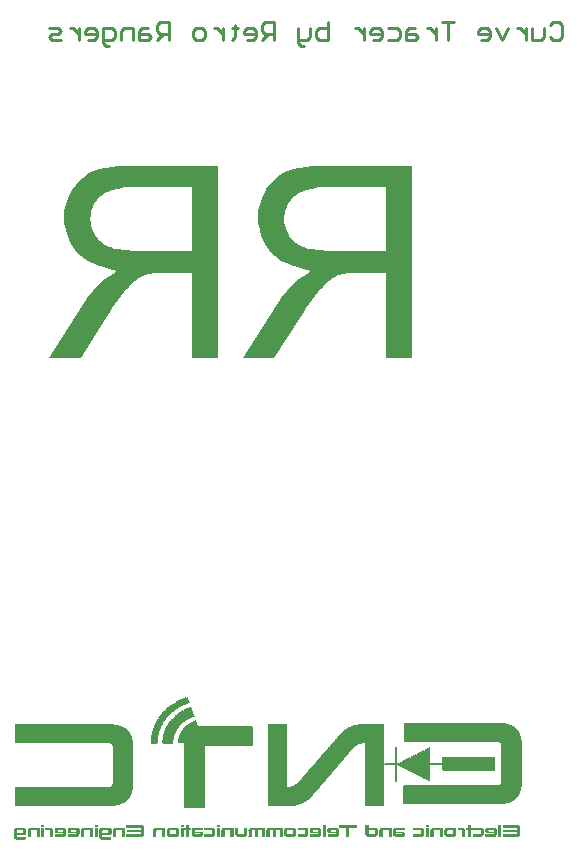
<source format=gbo>
G04*
G04 #@! TF.GenerationSoftware,Altium Limited,Altium Designer,22.1.2 (22)*
G04*
G04 Layer_Color=32896*
%FSLAX25Y25*%
%MOIN*%
G70*
G04*
G04 #@! TF.SameCoordinates,46FB2184-AB63-4EF3-BAF8-E11F062B861E*
G04*
G04*
G04 #@! TF.FilePolarity,Positive*
G04*
G01*
G75*
%ADD14C,0.01000*%
G36*
X213770Y182077D02*
X213808D01*
Y181962D01*
X213770D01*
Y182000D01*
X213655D01*
Y182077D01*
X213694D01*
Y182115D01*
X213770D01*
Y182077D01*
D02*
G37*
G36*
X213655Y181886D02*
X213808D01*
Y181924D01*
X213885D01*
Y181886D01*
X213923D01*
Y181809D01*
X213770D01*
Y181771D01*
X213808D01*
Y181732D01*
X213847D01*
Y181694D01*
X213885D01*
Y181656D01*
X213962D01*
Y181617D01*
X214000D01*
Y181541D01*
X213962D01*
Y181502D01*
X213923D01*
Y181464D01*
X213962D01*
Y181426D01*
X214000D01*
Y181388D01*
X214038D01*
Y181349D01*
X214077D01*
Y181234D01*
X214038D01*
Y181196D01*
X214077D01*
Y181158D01*
X214115D01*
Y181081D01*
X214153D01*
Y180928D01*
X214192D01*
Y180890D01*
X214230D01*
Y180775D01*
X214268D01*
Y180736D01*
X214306D01*
Y180622D01*
X214192D01*
Y180545D01*
X214230D01*
Y180507D01*
X214345D01*
Y180468D01*
X214383D01*
Y180353D01*
X214306D01*
Y180239D01*
X214421D01*
Y180200D01*
X214460D01*
Y180162D01*
X214498D01*
Y180085D01*
X214460D01*
Y180047D01*
X214383D01*
Y179970D01*
X214421D01*
Y179932D01*
X214345D01*
Y179894D01*
X214268D01*
Y179856D01*
X214077D01*
Y179817D01*
X214038D01*
Y179779D01*
X213808D01*
Y179741D01*
X213770D01*
Y179702D01*
X213579D01*
Y179664D01*
X213540D01*
Y179626D01*
X213349D01*
Y179587D01*
X213311D01*
Y179549D01*
X213196D01*
Y179511D01*
X213119D01*
Y179472D01*
X213042D01*
Y179434D01*
X212928D01*
Y179396D01*
X212813D01*
Y179358D01*
X212774D01*
Y179319D01*
X212660D01*
Y179281D01*
X212506D01*
Y179243D01*
X212468D01*
Y179204D01*
X212353D01*
Y179166D01*
X212276D01*
Y179128D01*
X212238D01*
Y179089D01*
X212123D01*
Y179051D01*
X212047D01*
Y179013D01*
X211932D01*
Y178975D01*
X211893D01*
Y178936D01*
X211817D01*
Y178898D01*
X211740D01*
Y178860D01*
X211664D01*
Y178821D01*
X211625D01*
Y178783D01*
X211510D01*
Y178745D01*
X211472D01*
Y178707D01*
X211434D01*
Y178668D01*
X211281D01*
Y178592D01*
X211127D01*
Y178553D01*
X211089D01*
Y178515D01*
X211051D01*
Y178477D01*
X210936D01*
Y178438D01*
X210859D01*
Y178400D01*
X210821D01*
Y178362D01*
X210783D01*
Y178323D01*
X210668D01*
Y178285D01*
X210630D01*
Y178247D01*
X210553D01*
Y178209D01*
X210515D01*
Y178170D01*
X210476D01*
Y178132D01*
X210361D01*
Y178094D01*
X210323D01*
Y178055D01*
X210285D01*
Y178017D01*
X210208D01*
Y177979D01*
X210170D01*
Y177940D01*
X210093D01*
Y177902D01*
X210017D01*
Y177826D01*
X209940D01*
Y177787D01*
X209902D01*
Y177749D01*
X209787D01*
Y177711D01*
X209749D01*
Y177634D01*
X209634D01*
Y177596D01*
X209595D01*
Y177557D01*
X209557D01*
Y177519D01*
X209519D01*
Y177481D01*
X209442D01*
Y177443D01*
X209404D01*
Y177404D01*
X209366D01*
Y177366D01*
X209289D01*
Y177328D01*
X209251D01*
Y177289D01*
X209174D01*
Y177213D01*
X209136D01*
Y177174D01*
X209059D01*
Y177136D01*
X209021D01*
Y177098D01*
X208982D01*
Y177059D01*
X208906D01*
Y177021D01*
X208868D01*
Y176983D01*
X208829D01*
Y176945D01*
X208791D01*
Y176906D01*
X208714D01*
Y176830D01*
X208638D01*
Y176791D01*
X208599D01*
Y176753D01*
X208561D01*
Y176715D01*
X208485D01*
Y176676D01*
X208446D01*
Y176638D01*
X208408D01*
Y176600D01*
X208370D01*
Y176562D01*
X208331D01*
Y176523D01*
X208293D01*
Y176485D01*
X208255D01*
Y176447D01*
X208178D01*
Y176408D01*
X208140D01*
Y176370D01*
X208102D01*
Y176332D01*
X208063D01*
Y176294D01*
X208025D01*
Y176255D01*
X207987D01*
Y176217D01*
X207948D01*
Y176179D01*
X207910D01*
Y176102D01*
X207834D01*
Y176064D01*
X207795D01*
Y175987D01*
X207719D01*
Y175910D01*
X207642D01*
Y175834D01*
X207604D01*
Y175796D01*
X207565D01*
Y175757D01*
X207527D01*
Y175719D01*
X207489D01*
Y175681D01*
X207451D01*
Y175642D01*
X207412D01*
Y175604D01*
X207374D01*
Y175566D01*
X207336D01*
Y175528D01*
X207297D01*
Y175451D01*
X207259D01*
Y175413D01*
X207221D01*
Y175374D01*
X207182D01*
Y175336D01*
X207144D01*
Y175298D01*
X207106D01*
Y175221D01*
X207029D01*
Y175183D01*
X206991D01*
Y175106D01*
X206914D01*
Y175068D01*
X206876D01*
Y174991D01*
X206838D01*
Y174953D01*
X206799D01*
Y174876D01*
X206723D01*
Y174800D01*
X206684D01*
Y174723D01*
X206646D01*
Y174685D01*
X206608D01*
Y174647D01*
X206570D01*
Y174608D01*
X206531D01*
Y174532D01*
X206493D01*
Y174493D01*
X206455D01*
Y174455D01*
X206416D01*
Y174378D01*
X206378D01*
Y174340D01*
X206340D01*
Y174264D01*
X206301D01*
Y174225D01*
X206263D01*
Y174110D01*
X206187D01*
Y174072D01*
X206148D01*
Y173995D01*
X206110D01*
Y173957D01*
X206072D01*
Y173804D01*
X205957D01*
Y173727D01*
X205918D01*
Y173689D01*
X205880D01*
Y173651D01*
X205918D01*
Y173574D01*
X205880D01*
Y173536D01*
X205765D01*
Y173421D01*
X205727D01*
Y173383D01*
X205689D01*
Y173268D01*
X205650D01*
Y173229D01*
X205612D01*
Y173153D01*
X205574D01*
Y173076D01*
X205535D01*
Y173038D01*
X205497D01*
Y172961D01*
X205459D01*
Y172846D01*
X205382D01*
Y172770D01*
X205344D01*
Y172693D01*
X205306D01*
Y172617D01*
X205267D01*
Y172502D01*
X205229D01*
Y172463D01*
X205191D01*
Y172387D01*
X205152D01*
Y172310D01*
X205114D01*
Y172195D01*
X205076D01*
Y172157D01*
X205037D01*
Y172080D01*
X204999D01*
Y171966D01*
X204961D01*
Y171851D01*
X204923D01*
Y171774D01*
X204884D01*
Y171621D01*
X204846D01*
Y171582D01*
X204808D01*
Y171506D01*
Y171467D01*
Y171353D01*
X204769D01*
Y171314D01*
X204693D01*
Y171084D01*
X204578D01*
Y170970D01*
X204616D01*
Y170855D01*
X204578D01*
Y170816D01*
X204501D01*
Y170702D01*
X204540D01*
Y170663D01*
X204501D01*
Y170587D01*
X204463D01*
Y170548D01*
X204425D01*
Y170357D01*
X204386D01*
Y170318D01*
X204348D01*
Y170127D01*
X204310D01*
Y170050D01*
X204271D01*
Y170012D01*
X204233D01*
Y169744D01*
X204195D01*
Y169667D01*
X204156D01*
Y169438D01*
X204118D01*
Y169323D01*
X204080D01*
Y169131D01*
X204042D01*
Y168940D01*
X204003D01*
Y168748D01*
X203965D01*
Y168480D01*
X203927D01*
Y168212D01*
X203888D01*
Y167829D01*
X203850D01*
Y167561D01*
X203812D01*
Y166603D01*
X203773D01*
Y166527D01*
X203735D01*
Y166488D01*
X201590D01*
Y166527D01*
X201552D01*
Y167293D01*
X201590D01*
Y167714D01*
X201629D01*
Y167829D01*
X201590D01*
Y167867D01*
X201552D01*
Y167982D01*
X201590D01*
Y168020D01*
X201629D01*
Y168174D01*
X201667D01*
Y168442D01*
X201705D01*
Y168595D01*
X201744D01*
Y168633D01*
X201705D01*
Y168672D01*
X201629D01*
Y168710D01*
X201590D01*
Y168748D01*
X201629D01*
Y168786D01*
X201705D01*
Y168825D01*
X201744D01*
Y168978D01*
X201782D01*
Y169169D01*
X201744D01*
Y169208D01*
X201705D01*
Y169284D01*
X201744D01*
Y169323D01*
X201782D01*
Y169361D01*
X201820D01*
Y169438D01*
X201858D01*
Y169476D01*
X201897D01*
Y169591D01*
X201820D01*
Y169629D01*
X201782D01*
Y169667D01*
X201820D01*
Y169706D01*
X201858D01*
Y169744D01*
X201897D01*
Y169821D01*
X201935D01*
Y169859D01*
X201973D01*
Y169936D01*
X201897D01*
Y169974D01*
X201858D01*
Y170012D01*
X201897D01*
Y170089D01*
X201935D01*
Y170127D01*
X201973D01*
Y170204D01*
X202012D01*
Y170242D01*
X202050D01*
Y170280D01*
X202012D01*
Y170318D01*
X201973D01*
Y170433D01*
X202012D01*
Y170472D01*
X202050D01*
Y170548D01*
X202127D01*
Y170587D01*
X202012D01*
Y170625D01*
X202050D01*
Y170702D01*
X202088D01*
Y170778D01*
X202127D01*
Y170893D01*
X202088D01*
Y170931D01*
X202127D01*
Y170970D01*
X202165D01*
Y171008D01*
X202203D01*
Y171161D01*
X202318D01*
Y171238D01*
X202203D01*
Y171314D01*
X202241D01*
Y171353D01*
X202280D01*
Y171391D01*
X202318D01*
Y171429D01*
X202395D01*
Y171467D01*
X202433D01*
Y171506D01*
X202395D01*
Y171544D01*
X202356D01*
Y171506D01*
X202280D01*
Y171582D01*
X202318D01*
Y171621D01*
X202356D01*
Y171697D01*
X202395D01*
Y171774D01*
X202471D01*
Y171812D01*
X202510D01*
Y171889D01*
X202471D01*
Y172004D01*
X202548D01*
Y172042D01*
X202586D01*
Y172080D01*
X202625D01*
Y172157D01*
X202548D01*
Y172272D01*
X202663D01*
Y172234D01*
X202701D01*
Y172272D01*
X202739D01*
Y172310D01*
X202701D01*
Y172348D01*
X202625D01*
Y172463D01*
X202739D01*
Y172425D01*
X202816D01*
Y172502D01*
X202739D01*
Y172578D01*
X202701D01*
Y172617D01*
X202739D01*
Y172655D01*
X202854D01*
Y172693D01*
X202893D01*
Y172808D01*
X202816D01*
Y172885D01*
X202854D01*
Y172923D01*
X202931D01*
Y172846D01*
X202969D01*
Y172961D01*
X202931D01*
Y173076D01*
X203008D01*
Y173229D01*
X203046D01*
Y173268D01*
X203084D01*
Y173383D01*
X203122D01*
Y173421D01*
X203161D01*
Y173536D01*
X203199D01*
Y173574D01*
X203314D01*
Y173536D01*
X203352D01*
Y173612D01*
X203276D01*
Y173651D01*
X203237D01*
Y173689D01*
X203276D01*
Y173766D01*
X203391D01*
Y173727D01*
X203429D01*
Y173804D01*
X203352D01*
Y173919D01*
X203391D01*
Y173957D01*
X203429D01*
Y173919D01*
X203544D01*
Y173995D01*
X203429D01*
Y174110D01*
X203467D01*
Y174149D01*
X203544D01*
Y174225D01*
X203582D01*
Y174302D01*
X203620D01*
Y174378D01*
X203659D01*
Y174455D01*
X203697D01*
Y174532D01*
X203735D01*
Y174570D01*
X203888D01*
Y174608D01*
X203850D01*
Y174647D01*
X203812D01*
Y174723D01*
X203850D01*
Y174761D01*
X203927D01*
Y174723D01*
X204003D01*
Y174800D01*
X204080D01*
Y174838D01*
X204118D01*
Y174915D01*
X204042D01*
Y174876D01*
X204003D01*
Y174838D01*
X203927D01*
Y174953D01*
X204003D01*
Y175030D01*
X204118D01*
Y174991D01*
X204195D01*
Y175068D01*
X204233D01*
Y175106D01*
X204310D01*
Y175183D01*
X204233D01*
Y175145D01*
X204195D01*
Y175106D01*
X204118D01*
Y175145D01*
X204080D01*
Y175183D01*
X204118D01*
Y175221D01*
X204156D01*
Y175259D01*
X204195D01*
Y175298D01*
X204310D01*
Y175259D01*
X204386D01*
Y175374D01*
X204310D01*
Y175413D01*
X204271D01*
Y175451D01*
X204310D01*
Y175489D01*
X204348D01*
Y175528D01*
X204386D01*
Y175566D01*
X204425D01*
Y175604D01*
X204463D01*
Y175642D01*
X204501D01*
Y175681D01*
X204578D01*
Y175642D01*
X204616D01*
Y175719D01*
X204578D01*
Y175834D01*
X204616D01*
Y175872D01*
X204655D01*
Y175910D01*
X204693D01*
Y175949D01*
X204769D01*
Y176102D01*
X204808D01*
Y176140D01*
X204846D01*
Y176217D01*
X204923D01*
Y176294D01*
X204999D01*
Y176332D01*
X205037D01*
Y176408D01*
X205152D01*
Y176370D01*
X205191D01*
Y176408D01*
X205229D01*
Y176447D01*
X205267D01*
Y176485D01*
X205306D01*
Y176523D01*
X205344D01*
Y176562D01*
X205382D01*
Y176600D01*
X205420D01*
Y176676D01*
X205382D01*
Y176638D01*
X205306D01*
Y176562D01*
X205229D01*
Y176523D01*
X205191D01*
Y176485D01*
X205114D01*
Y176562D01*
X205152D01*
Y176600D01*
X205191D01*
Y176638D01*
X205229D01*
Y176676D01*
X205267D01*
Y176715D01*
X205306D01*
Y176753D01*
X205344D01*
Y176791D01*
X205382D01*
Y176830D01*
X205420D01*
Y176868D01*
X205459D01*
Y176906D01*
X205497D01*
Y176945D01*
X205535D01*
Y176983D01*
X205574D01*
Y177021D01*
X205612D01*
Y177059D01*
X205650D01*
Y177098D01*
X205689D01*
Y177136D01*
X205765D01*
Y177059D01*
X205842D01*
Y177136D01*
X205918D01*
Y177213D01*
X205957D01*
Y177251D01*
X205995D01*
Y177289D01*
X206033D01*
Y177328D01*
X206072D01*
Y177366D01*
X206110D01*
Y177404D01*
X206148D01*
Y177443D01*
X206187D01*
Y177481D01*
X206225D01*
Y177519D01*
X206263D01*
Y177557D01*
X206301D01*
Y177596D01*
X206340D01*
Y177634D01*
X206378D01*
Y177672D01*
X206416D01*
Y177711D01*
X206455D01*
Y177749D01*
X206493D01*
Y177787D01*
X206531D01*
Y177826D01*
X206570D01*
Y177864D01*
X206608D01*
Y177940D01*
X206493D01*
Y177864D01*
X206416D01*
Y177787D01*
X206378D01*
Y177749D01*
X206301D01*
Y177672D01*
X206263D01*
Y177634D01*
X206225D01*
Y177596D01*
X206187D01*
Y177557D01*
X206148D01*
Y177519D01*
X206110D01*
Y177481D01*
X206072D01*
Y177443D01*
X206033D01*
Y177366D01*
X205995D01*
Y177328D01*
X205957D01*
Y177289D01*
X205918D01*
Y177251D01*
X205880D01*
Y177213D01*
X205842D01*
Y177174D01*
X205765D01*
Y177289D01*
X205842D01*
Y177328D01*
X205880D01*
Y177404D01*
X205957D01*
Y177481D01*
X206033D01*
Y177557D01*
X206072D01*
Y177596D01*
X206110D01*
Y177634D01*
X206148D01*
Y177672D01*
X206187D01*
Y177711D01*
X206225D01*
Y177749D01*
X206263D01*
Y177787D01*
X206301D01*
Y177826D01*
X206340D01*
Y177864D01*
X206378D01*
Y177902D01*
X206416D01*
Y177940D01*
X206455D01*
Y177979D01*
X206493D01*
Y178017D01*
X206531D01*
Y178055D01*
X206646D01*
Y178094D01*
X206684D01*
Y178132D01*
X206723D01*
Y178170D01*
X206761D01*
Y178209D01*
X206799D01*
Y178247D01*
X206838D01*
Y178285D01*
X206876D01*
Y178323D01*
X206914D01*
Y178362D01*
X206953D01*
Y178400D01*
X207029D01*
Y178438D01*
X207067D01*
Y178515D01*
X207144D01*
Y178553D01*
X207182D01*
Y178592D01*
X207221D01*
Y178630D01*
X207297D01*
Y178668D01*
X207374D01*
Y178707D01*
X207412D01*
Y178745D01*
X207451D01*
Y178783D01*
X207489D01*
Y178821D01*
X207527D01*
Y178860D01*
X207565D01*
Y178898D01*
X207604D01*
Y178975D01*
X207757D01*
Y179013D01*
X207795D01*
Y179051D01*
X207834D01*
Y179089D01*
X207872D01*
Y179166D01*
X207948D01*
Y179204D01*
X207987D01*
Y179243D01*
X208102D01*
Y179281D01*
X208140D01*
Y179319D01*
X208178D01*
Y179358D01*
X208217D01*
Y179396D01*
X208255D01*
Y179434D01*
X208331D01*
Y179511D01*
X208485D01*
Y179549D01*
X208523D01*
Y179626D01*
X208599D01*
Y179664D01*
X208638D01*
Y179702D01*
X208753D01*
Y179741D01*
X208791D01*
Y179779D01*
X208829D01*
Y179817D01*
X208906D01*
Y179856D01*
X208944D01*
Y179894D01*
X209059D01*
Y179970D01*
X209097D01*
Y180009D01*
X209251D01*
Y180085D01*
X209404D01*
Y180124D01*
X209442D01*
Y180162D01*
X209480D01*
Y180200D01*
X209519D01*
Y180239D01*
X209557D01*
Y180277D01*
X209672D01*
Y180315D01*
X209710D01*
Y180353D01*
X209863D01*
Y180430D01*
X209940D01*
Y180468D01*
X210055D01*
Y180507D01*
X210093D01*
Y180545D01*
X210132D01*
Y180622D01*
X210246D01*
Y180660D01*
X210285D01*
Y180698D01*
X210361D01*
Y180736D01*
X210476D01*
Y180813D01*
X210630D01*
Y180890D01*
X210821D01*
Y180966D01*
X210974D01*
Y181005D01*
X211013D01*
Y181043D01*
X211051D01*
Y181081D01*
X211204D01*
Y181158D01*
X211242D01*
Y181120D01*
X211357D01*
Y181158D01*
X211434D01*
Y181196D01*
X211510D01*
Y181234D01*
X211549D01*
Y181273D01*
X211702D01*
Y181311D01*
X211740D01*
Y181349D01*
X211778D01*
Y181388D01*
X212008D01*
Y181464D01*
X212161D01*
Y181502D01*
X212200D01*
Y181541D01*
X212238D01*
Y181579D01*
X212276D01*
Y181541D01*
X212391D01*
Y181579D01*
X212430D01*
Y181617D01*
X212468D01*
Y181656D01*
X212621D01*
Y181732D01*
X212851D01*
Y181771D01*
X212889D01*
Y181809D01*
X212928D01*
Y181847D01*
X213119D01*
Y181886D01*
X213157D01*
Y181924D01*
X213387D01*
Y182000D01*
X213655D01*
Y181886D01*
D02*
G37*
G36*
X214996Y178668D02*
X215034D01*
Y178630D01*
X214996D01*
Y178592D01*
X214881D01*
Y178515D01*
X214919D01*
Y178477D01*
X215072D01*
Y178438D01*
X215111D01*
Y178362D01*
X215072D01*
Y178323D01*
X215034D01*
Y178247D01*
X215072D01*
Y178209D01*
X215187D01*
Y178094D01*
X215149D01*
Y178017D01*
X215187D01*
Y177979D01*
X215226D01*
Y177940D01*
X215302D01*
Y177864D01*
X215264D01*
Y177826D01*
X215226D01*
Y177787D01*
X215340D01*
Y177749D01*
X215379D01*
Y177672D01*
X215226D01*
Y177634D01*
X215264D01*
Y177596D01*
X215340D01*
Y177557D01*
X215379D01*
Y177519D01*
X215417D01*
Y177481D01*
X215456D01*
Y177404D01*
X215340D01*
Y177328D01*
X215456D01*
Y177289D01*
X215494D01*
Y177213D01*
X215532D01*
Y177059D01*
X215570D01*
Y176983D01*
X215609D01*
Y176906D01*
X215532D01*
Y176868D01*
X215570D01*
Y176830D01*
X215609D01*
Y176791D01*
X215647D01*
Y176753D01*
X215685D01*
Y176676D01*
X215609D01*
Y176638D01*
X215570D01*
Y176600D01*
X215609D01*
Y176562D01*
X215724D01*
Y176523D01*
X215762D01*
Y176370D01*
X215685D01*
Y176294D01*
X215724D01*
Y176332D01*
X215839D01*
Y176294D01*
X215877D01*
Y176255D01*
X215839D01*
Y176217D01*
X215800D01*
Y176179D01*
X215762D01*
Y176102D01*
X215877D01*
Y176064D01*
X215915D01*
Y176025D01*
X215953D01*
Y175987D01*
X215915D01*
Y175949D01*
X215877D01*
Y175834D01*
X216030D01*
Y175719D01*
X215992D01*
Y175604D01*
X215953D01*
Y175566D01*
X216145D01*
Y175489D01*
X216107D01*
Y175451D01*
X216030D01*
Y175413D01*
X215953D01*
Y175374D01*
X215877D01*
Y175336D01*
X215762D01*
Y175298D01*
X215647D01*
Y175259D01*
X215532D01*
Y175221D01*
X215456D01*
Y175183D01*
X215340D01*
Y175145D01*
X215226D01*
Y175106D01*
X215149D01*
Y175068D01*
X214996D01*
Y175030D01*
X214957D01*
Y174991D01*
X214804D01*
Y174953D01*
X214766D01*
Y174915D01*
X214728D01*
Y174876D01*
X214613D01*
Y174838D01*
X214536D01*
Y174800D01*
X214421D01*
Y174761D01*
X214383D01*
Y174723D01*
X214306D01*
Y174685D01*
X214192D01*
Y174647D01*
X214153D01*
Y174608D01*
X214038D01*
Y174570D01*
X213962D01*
Y174532D01*
X213923D01*
Y174493D01*
X213885D01*
Y174455D01*
X213770D01*
Y174417D01*
X213732D01*
Y174378D01*
X213617D01*
Y174340D01*
X213579D01*
Y174302D01*
X213502D01*
Y174264D01*
X213464D01*
Y174225D01*
X213425D01*
Y174187D01*
X213349D01*
Y174149D01*
X213272D01*
Y174110D01*
X213196D01*
Y174072D01*
X213157D01*
Y174034D01*
X213119D01*
Y173995D01*
X213042D01*
Y173957D01*
X213004D01*
Y173919D01*
X212928D01*
Y173881D01*
X212889D01*
Y173842D01*
X212851D01*
Y173804D01*
X212774D01*
Y173766D01*
X212736D01*
Y173727D01*
X212660D01*
Y173651D01*
X212621D01*
Y173612D01*
X212506D01*
Y173536D01*
X212430D01*
Y173497D01*
X212391D01*
Y173459D01*
X212315D01*
Y173383D01*
X212276D01*
Y173344D01*
X212200D01*
Y173306D01*
X212161D01*
Y173268D01*
X212123D01*
Y173229D01*
X212085D01*
Y173153D01*
X211970D01*
Y173076D01*
X211932D01*
Y173038D01*
X211893D01*
Y173000D01*
X211855D01*
Y172961D01*
X211817D01*
Y172923D01*
X211778D01*
Y172885D01*
X211740D01*
Y172846D01*
X211702D01*
Y172808D01*
X211664D01*
Y172770D01*
X211625D01*
Y172731D01*
X211587D01*
Y172693D01*
X211549D01*
Y172655D01*
X211510D01*
Y172617D01*
X211472D01*
Y172578D01*
X211434D01*
Y172502D01*
X211396D01*
Y172463D01*
X211357D01*
Y172425D01*
X211281D01*
Y172387D01*
X211242D01*
Y172348D01*
X211204D01*
Y172310D01*
X211166D01*
Y172272D01*
X211127D01*
Y172234D01*
X211089D01*
Y172157D01*
X211051D01*
Y172119D01*
X211013D01*
Y172042D01*
X210936D01*
Y172004D01*
X210898D01*
Y171889D01*
X210821D01*
Y171812D01*
X210783D01*
Y171774D01*
X210744D01*
Y171697D01*
X210706D01*
Y171659D01*
X210668D01*
Y171621D01*
X210630D01*
Y171544D01*
X210591D01*
Y171506D01*
X210553D01*
Y171391D01*
X210515D01*
Y171353D01*
X210438D01*
Y171276D01*
X210400D01*
Y171238D01*
X210361D01*
Y171084D01*
X210285D01*
Y171046D01*
X210246D01*
Y170970D01*
X210208D01*
Y170816D01*
X210170D01*
Y170778D01*
X210093D01*
Y170625D01*
X210055D01*
Y170587D01*
X210017D01*
Y170472D01*
X209978D01*
Y170433D01*
X209940D01*
Y170318D01*
X209902D01*
Y170280D01*
X209863D01*
Y170165D01*
X209825D01*
Y170127D01*
X209787D01*
Y170089D01*
X209749D01*
Y169897D01*
X209710D01*
Y169859D01*
X209672D01*
Y169782D01*
X209634D01*
Y169667D01*
X209595D01*
Y169629D01*
X209557D01*
Y169476D01*
X209519D01*
Y169399D01*
X209480D01*
Y169284D01*
X209442D01*
Y169169D01*
X209404D01*
Y169016D01*
X209366D01*
Y168940D01*
X209327D01*
Y168786D01*
X209289D01*
Y168633D01*
X209251D01*
Y168557D01*
X209212D01*
Y168289D01*
X209174D01*
Y168135D01*
X209136D01*
Y167829D01*
X209097D01*
Y167714D01*
X209059D01*
Y167561D01*
X209097D01*
Y167446D01*
X209059D01*
Y167063D01*
X209021D01*
Y166565D01*
X208982D01*
Y166527D01*
X208906D01*
Y166488D01*
X205497D01*
Y166527D01*
X205420D01*
Y166565D01*
X205382D01*
Y166986D01*
X205420D01*
Y167025D01*
X205306D01*
Y167139D01*
X205420D01*
Y167637D01*
X205459D01*
Y167867D01*
X205497D01*
Y167905D01*
X205459D01*
Y167944D01*
X205420D01*
Y167982D01*
X205382D01*
Y168020D01*
X205420D01*
Y168059D01*
X205459D01*
Y168097D01*
X205497D01*
Y168212D01*
X205535D01*
Y168442D01*
X205574D01*
Y168557D01*
X205535D01*
Y168595D01*
X205459D01*
Y168672D01*
X205535D01*
Y168710D01*
X205612D01*
Y168863D01*
X205650D01*
Y169016D01*
X205574D01*
Y169131D01*
X205650D01*
Y169169D01*
X205689D01*
Y169208D01*
X205727D01*
Y169323D01*
X205689D01*
Y169361D01*
X205650D01*
Y169399D01*
X205689D01*
Y169438D01*
X205727D01*
Y169476D01*
X205765D01*
Y169553D01*
X205803D01*
Y169591D01*
X205842D01*
Y169667D01*
X205765D01*
Y169706D01*
X205727D01*
Y169744D01*
X205765D01*
Y169821D01*
X205880D01*
Y169859D01*
X205918D01*
Y169897D01*
X205957D01*
Y169936D01*
X205880D01*
Y169974D01*
X205842D01*
Y170089D01*
X205918D01*
Y170127D01*
X205995D01*
Y170204D01*
X205957D01*
Y170242D01*
X205918D01*
Y170318D01*
X205957D01*
Y170357D01*
X205995D01*
Y170395D01*
X206033D01*
Y170472D01*
X205995D01*
Y170510D01*
X206033D01*
Y170625D01*
X206072D01*
Y170778D01*
X206110D01*
Y170816D01*
X206148D01*
Y170893D01*
X206263D01*
Y170970D01*
X206148D01*
Y171046D01*
X206187D01*
Y171084D01*
X206263D01*
Y171161D01*
X206225D01*
Y171238D01*
X206301D01*
Y171276D01*
X206340D01*
Y171429D01*
X206416D01*
Y171582D01*
X206455D01*
Y171621D01*
X206493D01*
Y171736D01*
X206531D01*
Y171774D01*
X206570D01*
Y171889D01*
X206608D01*
Y171927D01*
X206684D01*
Y171889D01*
X206761D01*
Y171966D01*
X206684D01*
Y172080D01*
X206723D01*
Y172119D01*
X206761D01*
Y172080D01*
X206799D01*
Y172042D01*
X206838D01*
Y172119D01*
X206799D01*
Y172157D01*
X206761D01*
Y172272D01*
X206876D01*
Y172234D01*
X206953D01*
Y172310D01*
X206914D01*
Y172348D01*
X206876D01*
Y172387D01*
X206838D01*
Y172425D01*
X206876D01*
Y172463D01*
X206953D01*
Y172425D01*
X207029D01*
Y172463D01*
X207067D01*
Y172502D01*
X206991D01*
Y172540D01*
X206953D01*
Y172655D01*
X207029D01*
Y172617D01*
X207067D01*
Y172578D01*
X207106D01*
Y172617D01*
X207144D01*
Y172693D01*
X207106D01*
Y172731D01*
X207029D01*
Y172808D01*
X207067D01*
Y172846D01*
X207144D01*
Y172923D01*
X207259D01*
Y172885D01*
X207297D01*
Y172961D01*
X207259D01*
Y173000D01*
X207221D01*
Y173076D01*
X207259D01*
Y173115D01*
X207336D01*
Y173191D01*
X207374D01*
Y173229D01*
X207412D01*
Y173344D01*
X207451D01*
Y173383D01*
X207527D01*
Y173536D01*
X207565D01*
Y173574D01*
X207604D01*
Y173612D01*
X207642D01*
Y173651D01*
X207795D01*
Y173689D01*
X207834D01*
Y173727D01*
X207872D01*
Y173766D01*
X207910D01*
Y173804D01*
X207948D01*
Y173842D01*
X207987D01*
Y173881D01*
X207910D01*
Y173842D01*
X207872D01*
Y173804D01*
X207795D01*
Y173727D01*
X207719D01*
Y173766D01*
X207680D01*
Y173804D01*
X207719D01*
Y173842D01*
X207757D01*
Y173881D01*
X207795D01*
Y173919D01*
X207834D01*
Y173957D01*
X207872D01*
Y173995D01*
X207910D01*
Y174034D01*
X207948D01*
Y174072D01*
X207987D01*
Y174110D01*
X208063D01*
Y174072D01*
X208102D01*
Y174034D01*
X208140D01*
Y174110D01*
X208178D01*
Y174149D01*
X208217D01*
Y174187D01*
X208255D01*
Y174264D01*
X208178D01*
Y174187D01*
X208063D01*
Y174264D01*
X208102D01*
Y174302D01*
X208140D01*
Y174340D01*
X208178D01*
Y174378D01*
X208217D01*
Y174417D01*
X208255D01*
Y174455D01*
X208293D01*
Y174493D01*
X208331D01*
Y174532D01*
X208370D01*
Y174570D01*
X208408D01*
Y174608D01*
X208523D01*
Y174570D01*
X208599D01*
Y174647D01*
X208676D01*
Y174723D01*
X208714D01*
Y174761D01*
X208753D01*
Y174800D01*
X208791D01*
Y174838D01*
X208829D01*
Y174876D01*
X208868D01*
Y174953D01*
X208829D01*
Y174915D01*
X208791D01*
Y174876D01*
X208753D01*
Y174838D01*
X208714D01*
Y174800D01*
X208676D01*
Y174761D01*
X208638D01*
Y174723D01*
X208599D01*
Y174685D01*
X208561D01*
Y174647D01*
X208523D01*
Y174761D01*
X208561D01*
Y174800D01*
X208599D01*
Y174838D01*
X208638D01*
Y174915D01*
X208676D01*
Y174953D01*
X208714D01*
Y174991D01*
X208753D01*
Y175030D01*
X208791D01*
Y175068D01*
X208829D01*
Y175106D01*
X208868D01*
Y175145D01*
X208906D01*
Y175183D01*
X208944D01*
Y175221D01*
X208982D01*
Y175259D01*
X209021D01*
Y175298D01*
X209059D01*
Y175336D01*
X209097D01*
Y175374D01*
X209136D01*
Y175413D01*
X209174D01*
Y175451D01*
X209212D01*
Y175489D01*
X209251D01*
Y175566D01*
X209327D01*
Y175604D01*
X209366D01*
Y175642D01*
X209404D01*
Y175681D01*
X209442D01*
Y175719D01*
X209480D01*
Y175757D01*
X209519D01*
Y175719D01*
X209557D01*
Y175757D01*
X209634D01*
Y175834D01*
X209710D01*
Y175872D01*
X209749D01*
Y175910D01*
X209787D01*
Y175949D01*
X209825D01*
Y175987D01*
X209863D01*
Y176025D01*
X209902D01*
Y176064D01*
X209940D01*
Y176102D01*
X209978D01*
Y176140D01*
X210055D01*
Y176179D01*
X210132D01*
Y176217D01*
X210170D01*
Y176255D01*
X210208D01*
Y176294D01*
X210246D01*
Y176370D01*
X210285D01*
Y176408D01*
X210361D01*
Y176485D01*
X210476D01*
Y176523D01*
X210515D01*
Y176562D01*
X210553D01*
Y176600D01*
X210630D01*
Y176676D01*
X210783D01*
Y176715D01*
X210821D01*
Y176753D01*
X210859D01*
Y176791D01*
X210898D01*
Y176830D01*
X210936D01*
Y176868D01*
X210974D01*
Y176906D01*
X211013D01*
Y176945D01*
X211166D01*
Y176983D01*
X211204D01*
Y177021D01*
X211281D01*
Y177059D01*
X211357D01*
Y177098D01*
X211396D01*
Y177136D01*
X211472D01*
Y177174D01*
X211510D01*
Y177213D01*
X211587D01*
Y177251D01*
X211625D01*
Y177289D01*
X211664D01*
Y177328D01*
X211817D01*
Y177404D01*
X211855D01*
Y177443D01*
X212008D01*
Y177519D01*
X212161D01*
Y177557D01*
X212200D01*
Y177596D01*
X212353D01*
Y177672D01*
X212391D01*
Y177711D01*
X212544D01*
Y177787D01*
X212698D01*
Y177826D01*
X212736D01*
Y177864D01*
X212813D01*
Y177902D01*
X212889D01*
Y177940D01*
X212928D01*
Y177979D01*
X213042D01*
Y178017D01*
X213081D01*
Y178055D01*
X213196D01*
Y178094D01*
X213234D01*
Y178132D01*
X213387D01*
Y178017D01*
X213234D01*
Y177940D01*
X213311D01*
Y177979D01*
X213425D01*
Y178017D01*
X213464D01*
Y178055D01*
X213502D01*
Y178132D01*
X213387D01*
Y178209D01*
X213425D01*
Y178247D01*
X213655D01*
Y178285D01*
X213694D01*
Y178323D01*
X213847D01*
Y178400D01*
X214077D01*
Y178438D01*
X214115D01*
Y178477D01*
X214306D01*
Y178515D01*
X214383D01*
Y178553D01*
X214575D01*
Y178592D01*
X214613D01*
Y178630D01*
X214843D01*
Y178707D01*
X214996D01*
Y178668D01*
D02*
G37*
G36*
X317337Y173459D02*
X317490D01*
Y173421D01*
X317529D01*
Y173383D01*
X318678D01*
Y173344D01*
X318716D01*
Y173306D01*
X319329D01*
Y173268D01*
X319367D01*
Y173229D01*
X319789D01*
Y173191D01*
X319827D01*
Y173153D01*
X320171D01*
Y173115D01*
X320248D01*
Y173076D01*
X320516D01*
Y173038D01*
X320554D01*
Y173000D01*
X320784D01*
Y172961D01*
X320823D01*
Y172923D01*
X320861D01*
Y172885D01*
X320976D01*
Y172923D01*
X321014D01*
Y172885D01*
X321091D01*
Y172808D01*
X321321D01*
Y172770D01*
X321359D01*
Y172731D01*
X321474D01*
Y172693D01*
X321512D01*
Y172655D01*
X321589D01*
Y172617D01*
X321665D01*
Y172578D01*
X321704D01*
Y172540D01*
X321895D01*
Y172502D01*
X321933D01*
Y172463D01*
X322087D01*
Y172425D01*
X322125D01*
Y172387D01*
X322163D01*
Y172348D01*
X322201D01*
Y172272D01*
X322355D01*
Y172234D01*
X322393D01*
Y172195D01*
X322546D01*
Y172119D01*
X322585D01*
Y172080D01*
X322661D01*
Y172042D01*
X322699D01*
Y172004D01*
X322814D01*
Y171966D01*
X322853D01*
Y171927D01*
X322891D01*
Y171889D01*
X322929D01*
Y171812D01*
X323044D01*
Y171774D01*
X323121D01*
Y171736D01*
X323159D01*
Y171697D01*
X323197D01*
Y171659D01*
X323236D01*
Y171621D01*
X323274D01*
Y171582D01*
X323312D01*
Y171544D01*
X323351D01*
Y171506D01*
X323389D01*
Y171467D01*
X323427D01*
Y171429D01*
X323465D01*
Y171391D01*
X323504D01*
Y171353D01*
X323542D01*
Y171314D01*
X323580D01*
Y171276D01*
X323619D01*
Y171238D01*
X323657D01*
Y171199D01*
X323695D01*
Y171161D01*
X323734D01*
Y171123D01*
X323772D01*
Y171084D01*
X323810D01*
Y171046D01*
X323849D01*
Y170893D01*
X323925D01*
Y170855D01*
X323963D01*
Y170816D01*
X324002D01*
Y170778D01*
X324040D01*
Y170702D01*
X324078D01*
Y170663D01*
X324117D01*
Y170548D01*
X324155D01*
Y170510D01*
X324232D01*
Y170395D01*
X324270D01*
Y170357D01*
X324308D01*
Y170242D01*
X324346D01*
Y170165D01*
X324385D01*
Y170127D01*
X324423D01*
Y169974D01*
X324500D01*
Y169821D01*
X324538D01*
Y169782D01*
X324576D01*
Y169744D01*
X324615D01*
Y169667D01*
X324576D01*
Y169591D01*
X324615D01*
Y169553D01*
X324653D01*
Y169514D01*
X324691D01*
Y169284D01*
X324729D01*
Y169246D01*
X324768D01*
Y169054D01*
X324806D01*
Y169016D01*
X324844D01*
Y168710D01*
X324883D01*
Y168672D01*
X324959D01*
Y168250D01*
X324997D01*
Y168212D01*
X325036D01*
Y167599D01*
X325074D01*
Y167561D01*
X325112D01*
Y167484D01*
X325151D01*
Y167446D01*
X325112D01*
Y152278D01*
X325151D01*
Y152164D01*
X325112D01*
Y152125D01*
X325074D01*
Y152087D01*
X325036D01*
Y151321D01*
X324959D01*
Y150938D01*
X324921D01*
Y150900D01*
X324883D01*
Y150823D01*
X324844D01*
Y150670D01*
X324806D01*
Y150632D01*
X324768D01*
Y150325D01*
X324729D01*
Y150287D01*
X324691D01*
Y150134D01*
X324615D01*
Y150095D01*
X324576D01*
Y149980D01*
X324615D01*
Y149904D01*
X324576D01*
Y149865D01*
X324538D01*
Y149827D01*
X324500D01*
Y149674D01*
X324423D01*
Y149559D01*
X324385D01*
Y149483D01*
X324346D01*
Y149406D01*
X324308D01*
Y149329D01*
X324270D01*
Y149253D01*
X324232D01*
Y149176D01*
X324193D01*
Y149138D01*
X324155D01*
Y149100D01*
X324117D01*
Y148985D01*
X324078D01*
Y148946D01*
X324040D01*
Y148908D01*
X324002D01*
Y148870D01*
X323963D01*
Y148831D01*
X323925D01*
Y148678D01*
X323887D01*
Y148640D01*
X323849D01*
Y148602D01*
X323810D01*
Y148563D01*
X323772D01*
Y148525D01*
X323734D01*
Y148487D01*
X323695D01*
Y148448D01*
X323657D01*
Y148410D01*
X323619D01*
Y148372D01*
X323580D01*
Y148334D01*
X323542D01*
Y148295D01*
X323504D01*
Y148257D01*
X323465D01*
Y148219D01*
X323389D01*
Y148180D01*
X323351D01*
Y148142D01*
X323312D01*
Y148104D01*
X323274D01*
Y148065D01*
X323236D01*
Y148027D01*
X323197D01*
Y147989D01*
X323159D01*
Y147950D01*
X323121D01*
Y147912D01*
X323082D01*
Y147874D01*
X323044D01*
Y147836D01*
X323006D01*
Y147797D01*
X322968D01*
Y147759D01*
X322891D01*
Y147721D01*
X322814D01*
Y147682D01*
X322776D01*
Y147644D01*
X322738D01*
Y147606D01*
X322699D01*
Y147567D01*
X322585D01*
Y147529D01*
X322546D01*
Y147491D01*
X322508D01*
Y147452D01*
X322470D01*
Y147414D01*
X322431D01*
Y147376D01*
X322316D01*
Y147338D01*
X322278D01*
Y147299D01*
X322125D01*
Y147261D01*
X322087D01*
Y147184D01*
X321933D01*
Y147146D01*
X321895D01*
Y147108D01*
X321780D01*
Y147070D01*
X321742D01*
Y147031D01*
X321665D01*
Y146993D01*
X321550D01*
Y146955D01*
X321512D01*
Y146916D01*
X321435D01*
Y146878D01*
X321206D01*
Y146840D01*
X321167D01*
Y146801D01*
X321091D01*
Y146763D01*
X321053D01*
Y146801D01*
X320938D01*
Y146763D01*
X320899D01*
Y146725D01*
X320861D01*
Y146686D01*
X320746D01*
Y146725D01*
X320708D01*
Y146686D01*
X320669D01*
Y146648D01*
X320631D01*
Y146610D01*
X320401D01*
Y146572D01*
X320363D01*
Y146533D01*
X320095D01*
Y146495D01*
X320057D01*
Y146457D01*
X319635D01*
Y146380D01*
X319597D01*
Y146342D01*
X319022D01*
Y146303D01*
X318984D01*
Y146265D01*
X318256D01*
Y146227D01*
X318218D01*
Y146189D01*
X285738D01*
Y146227D01*
X285700D01*
Y152470D01*
X285738D01*
Y152508D01*
X285777D01*
Y152547D01*
X285815D01*
Y152585D01*
X285854D01*
Y152623D01*
X317529D01*
Y152662D01*
X317567D01*
Y152700D01*
X317682D01*
Y152738D01*
X317720D01*
Y152776D01*
X317835D01*
Y152815D01*
X317873D01*
Y152853D01*
X317912D01*
Y152891D01*
X317950D01*
Y152930D01*
X317988D01*
Y152968D01*
X318027D01*
Y153006D01*
X318065D01*
Y153045D01*
X318103D01*
Y153083D01*
X318142D01*
Y153121D01*
X318180D01*
Y153159D01*
X318218D01*
Y153198D01*
X318256D01*
Y153389D01*
X318295D01*
Y153428D01*
X318333D01*
Y166259D01*
X318295D01*
Y166297D01*
X318256D01*
Y166373D01*
X318218D01*
Y166450D01*
X318180D01*
Y166488D01*
X318142D01*
Y166603D01*
X318103D01*
Y166642D01*
X318065D01*
Y166680D01*
X318027D01*
Y166718D01*
X317988D01*
Y166756D01*
X317950D01*
Y166795D01*
X317797D01*
Y166833D01*
X317758D01*
Y166871D01*
X317682D01*
Y166910D01*
X317605D01*
Y166948D01*
X317414D01*
Y166986D01*
X317375D01*
Y167025D01*
X285854D01*
Y167063D01*
X285815D01*
Y173383D01*
X285854D01*
Y173421D01*
X285892D01*
Y173459D01*
X285930D01*
Y173497D01*
X286007D01*
Y173459D01*
X317299D01*
Y173497D01*
X317337D01*
Y173459D01*
D02*
G37*
G36*
X279342Y172923D02*
X279380D01*
Y159862D01*
X279419D01*
Y159824D01*
X279457D01*
Y159862D01*
X283019D01*
Y159900D01*
X283057D01*
Y165224D01*
X283096D01*
Y165263D01*
X283555D01*
Y165224D01*
X283594D01*
Y165110D01*
X283632D01*
Y165071D01*
X283594D01*
Y164956D01*
X283632D01*
Y159824D01*
X283594D01*
Y159709D01*
X283632D01*
Y159594D01*
X283709D01*
Y159632D01*
X283670D01*
Y159824D01*
X283709D01*
Y159862D01*
X283862D01*
Y159900D01*
X283900D01*
Y159939D01*
X283977D01*
Y159977D01*
X284092D01*
Y160015D01*
X284130D01*
Y160054D01*
X284283D01*
Y160092D01*
X284321D01*
Y160130D01*
X284360D01*
Y160169D01*
X284513D01*
Y160245D01*
X284666D01*
Y160284D01*
X284704D01*
Y160322D01*
X284819D01*
Y160360D01*
X284858D01*
Y160398D01*
X284896D01*
Y160437D01*
X285049D01*
Y160475D01*
X285087D01*
Y160513D01*
X285164D01*
Y160552D01*
X285241D01*
Y160590D01*
X285317D01*
Y160628D01*
X285394D01*
Y160667D01*
X285432D01*
Y160705D01*
X285547D01*
Y160743D01*
X285585D01*
Y160781D01*
X285700D01*
Y160820D01*
X285738D01*
Y160858D01*
X285854D01*
Y160896D01*
X285892D01*
Y160935D01*
X285930D01*
Y160973D01*
X286083D01*
Y161049D01*
X286237D01*
Y161088D01*
X286275D01*
Y161126D01*
X286351D01*
Y161164D01*
X286428D01*
Y161203D01*
X286505D01*
Y161241D01*
X286619D01*
Y161279D01*
X286658D01*
Y161318D01*
X286734D01*
Y161356D01*
X286811D01*
Y161433D01*
X286964D01*
Y161471D01*
X287002D01*
Y161509D01*
X287041D01*
Y161548D01*
X287156D01*
Y161586D01*
X287194D01*
Y161624D01*
X287347D01*
Y161662D01*
X287386D01*
Y161701D01*
X287500D01*
Y161739D01*
X287539D01*
Y161777D01*
X287577D01*
Y161816D01*
X287692D01*
Y161854D01*
X287730D01*
Y161892D01*
X287845D01*
Y161931D01*
X287883D01*
Y161969D01*
X287998D01*
Y162007D01*
X288037D01*
Y162045D01*
X288113D01*
Y162084D01*
X288190D01*
Y162122D01*
X288228D01*
Y162160D01*
X288343D01*
Y162199D01*
X288381D01*
Y162237D01*
X288535D01*
Y162275D01*
X288573D01*
Y162313D01*
X288611D01*
Y162352D01*
X288726D01*
Y162390D01*
X288764D01*
Y162428D01*
X288918D01*
Y162467D01*
X288956D01*
Y162505D01*
X289071D01*
Y162543D01*
X289109D01*
Y162582D01*
X289186D01*
Y162620D01*
X289301D01*
Y162658D01*
X289339D01*
Y162697D01*
X289416D01*
Y162735D01*
X289530D01*
Y162773D01*
X289569D01*
Y162811D01*
X289722D01*
Y162850D01*
X289760D01*
Y162888D01*
X289798D01*
Y162926D01*
X289837D01*
Y162888D01*
X289875D01*
Y162926D01*
X289913D01*
Y162965D01*
X289952D01*
Y163003D01*
X290105D01*
Y163041D01*
X290143D01*
Y163080D01*
X290258D01*
Y163118D01*
X290296D01*
Y163156D01*
X290335D01*
Y163194D01*
X290450D01*
Y163233D01*
X290488D01*
Y163271D01*
X290603D01*
Y163309D01*
X290641D01*
Y163348D01*
X290756D01*
Y163386D01*
X290794D01*
Y163424D01*
X290871D01*
Y163462D01*
X290948D01*
Y163501D01*
X290986D01*
Y163539D01*
X291101D01*
Y163577D01*
X291139D01*
Y163616D01*
X291292D01*
Y163654D01*
X291331D01*
Y163692D01*
X291369D01*
Y163731D01*
X291407D01*
Y163769D01*
X291445D01*
Y163807D01*
X291560D01*
Y163846D01*
X291599D01*
Y163884D01*
X291752D01*
Y163922D01*
X291790D01*
Y163960D01*
X291867D01*
Y163999D01*
X291982D01*
Y164037D01*
X292020D01*
Y164075D01*
X292097D01*
Y164114D01*
X292212D01*
Y164152D01*
X292250D01*
Y164190D01*
X292403D01*
Y164267D01*
X292556D01*
Y164305D01*
X292595D01*
Y164344D01*
X292633D01*
Y164382D01*
X292786D01*
Y164458D01*
X292939D01*
Y164497D01*
X292977D01*
Y164535D01*
X293016D01*
Y164573D01*
X293131D01*
Y164612D01*
X293169D01*
Y164650D01*
X293284D01*
Y164688D01*
X293322D01*
Y164726D01*
X293399D01*
Y164765D01*
X293475D01*
Y164803D01*
X293552D01*
Y164841D01*
X293629D01*
Y164880D01*
X293667D01*
Y164918D01*
X293782D01*
Y164956D01*
X293820D01*
Y164995D01*
X293935D01*
Y165033D01*
X293973D01*
Y165071D01*
X294127D01*
Y165110D01*
X294165D01*
Y165148D01*
X294203D01*
Y165186D01*
X294318D01*
Y165224D01*
X294356D01*
Y165263D01*
X294471D01*
Y165186D01*
X294510D01*
Y165071D01*
X294548D01*
Y159900D01*
X294586D01*
Y159862D01*
X298684D01*
Y159900D01*
X298723D01*
Y162045D01*
X298761D01*
Y162084D01*
X316112D01*
Y162045D01*
X316188D01*
Y157564D01*
X316150D01*
Y157526D01*
X316112D01*
Y157487D01*
X315997D01*
Y157526D01*
X315920D01*
Y157487D01*
X298953D01*
Y157526D01*
X298914D01*
Y157487D01*
X298799D01*
Y157526D01*
X298723D01*
Y159288D01*
X294548D01*
Y153926D01*
X294586D01*
Y153849D01*
X294510D01*
Y153887D01*
X294471D01*
Y153926D01*
X294318D01*
Y153964D01*
X294280D01*
Y154002D01*
X294165D01*
Y154040D01*
X294127D01*
Y154079D01*
X294088D01*
Y154117D01*
X293935D01*
Y154194D01*
X293782D01*
Y154232D01*
X293744D01*
Y154270D01*
X293667D01*
Y154308D01*
X293590D01*
Y154347D01*
X293514D01*
Y154385D01*
X293399D01*
Y154423D01*
X293360D01*
Y154462D01*
X293284D01*
Y154500D01*
X293169D01*
Y154538D01*
X293131D01*
Y154577D01*
X292977D01*
Y154615D01*
X292939D01*
Y154692D01*
X292901D01*
Y154653D01*
X292786D01*
Y154730D01*
X292748D01*
Y154768D01*
X292595D01*
Y154845D01*
X292556D01*
Y154883D01*
X292518D01*
Y154845D01*
X292441D01*
Y154883D01*
X292403D01*
Y154960D01*
X292250D01*
Y154998D01*
X292212D01*
Y155036D01*
X292135D01*
Y155075D01*
X292058D01*
Y155113D01*
X291982D01*
Y155151D01*
X291943D01*
Y155189D01*
X291828D01*
Y155228D01*
X291752D01*
Y155266D01*
X291714D01*
Y155304D01*
X291599D01*
Y155343D01*
X291560D01*
Y155381D01*
X291445D01*
Y155419D01*
X291407D01*
Y155457D01*
X291369D01*
Y155496D01*
X291254D01*
Y155534D01*
X291177D01*
Y155572D01*
X291101D01*
Y155611D01*
X291024D01*
Y155649D01*
X290948D01*
Y155687D01*
X290871D01*
Y155726D01*
X290794D01*
Y155764D01*
X290756D01*
Y155802D01*
X290603D01*
Y155841D01*
X290564D01*
Y155879D01*
X290411D01*
Y155956D01*
X290373D01*
Y155994D01*
X290296D01*
Y155956D01*
X290220D01*
Y156070D01*
X290105D01*
Y156032D01*
X290067D01*
Y156109D01*
X289990D01*
Y156147D01*
X289913D01*
Y156224D01*
X289722D01*
Y156300D01*
X289607D01*
Y156339D01*
X289530D01*
Y156377D01*
X289492D01*
Y156415D01*
X289416D01*
Y156453D01*
X289377D01*
Y156492D01*
X289262D01*
Y156530D01*
X289224D01*
Y156568D01*
X289147D01*
Y156607D01*
X289071D01*
Y156645D01*
X289033D01*
Y156683D01*
X288918D01*
Y156721D01*
X288879D01*
Y156760D01*
X288764D01*
Y156798D01*
X288688D01*
Y156836D01*
X288650D01*
Y156875D01*
X288535D01*
Y156913D01*
X288496D01*
Y156951D01*
X288381D01*
Y156990D01*
X288305D01*
Y157028D01*
X288228D01*
Y157066D01*
X288152D01*
Y157105D01*
X288075D01*
Y157143D01*
X287960D01*
Y157181D01*
X287883D01*
Y157219D01*
X287845D01*
Y157258D01*
X287730D01*
Y157296D01*
X287692D01*
Y157334D01*
X287539D01*
Y157449D01*
X287462D01*
Y157411D01*
X287347D01*
Y157526D01*
X287156D01*
Y157602D01*
X287002D01*
Y157641D01*
X286964D01*
Y157717D01*
X286811D01*
Y157756D01*
X286773D01*
Y157794D01*
X286734D01*
Y157832D01*
X286658D01*
Y157870D01*
X286581D01*
Y157909D01*
X286543D01*
Y157947D01*
X286428D01*
Y157985D01*
X286351D01*
Y158024D01*
X286275D01*
Y158062D01*
X286198D01*
Y158100D01*
X286160D01*
Y158139D01*
X286045D01*
Y158177D01*
X285968D01*
Y158215D01*
X285930D01*
Y158254D01*
X285815D01*
Y158292D01*
X285738D01*
Y158330D01*
X285662D01*
Y158369D01*
X285585D01*
Y158407D01*
X285470D01*
Y158445D01*
X285432D01*
Y158483D01*
X285355D01*
Y158522D01*
X285241D01*
Y158560D01*
X285202D01*
Y158598D01*
X285087D01*
Y158637D01*
X285011D01*
Y158713D01*
X284858D01*
Y158790D01*
X284666D01*
Y158905D01*
X284590D01*
Y158866D01*
X284513D01*
Y158905D01*
X284475D01*
Y158981D01*
X284321D01*
Y159020D01*
X284283D01*
Y159096D01*
X284130D01*
Y159134D01*
X284092D01*
Y159173D01*
X284015D01*
Y159211D01*
X283977D01*
Y159249D01*
X283862D01*
Y159288D01*
X283823D01*
Y159326D01*
X283709D01*
Y159288D01*
X283632D01*
Y153619D01*
X283594D01*
Y153581D01*
X283479D01*
Y153542D01*
X283326D01*
Y153581D01*
X283211D01*
Y159211D01*
X283134D01*
Y158100D01*
Y158062D01*
Y153657D01*
X283057D01*
Y159173D01*
X283019D01*
Y159211D01*
X279572D01*
Y159249D01*
X279534D01*
Y159288D01*
X279495D01*
Y159326D01*
X279380D01*
Y159249D01*
X279342D01*
Y159211D01*
X279380D01*
Y145729D01*
X279342D01*
Y145652D01*
X272869D01*
Y145691D01*
X272831D01*
Y166527D01*
X272027D01*
Y166565D01*
X271988D01*
Y166527D01*
X271912D01*
Y166488D01*
X271835D01*
Y166450D01*
X271490D01*
Y166412D01*
X271452D01*
Y166373D01*
X271222D01*
Y166335D01*
X271184D01*
Y166297D01*
X270954D01*
Y166259D01*
X270916D01*
Y166220D01*
X270878D01*
Y166182D01*
X270763D01*
Y166144D01*
X270724D01*
Y166105D01*
X270609D01*
Y166067D01*
X270571D01*
Y166029D01*
X270456D01*
Y165990D01*
X270418D01*
Y165952D01*
X270341D01*
Y165914D01*
X270265D01*
Y165875D01*
X270227D01*
Y165837D01*
X270188D01*
Y165799D01*
X270150D01*
Y165761D01*
X270035D01*
Y165722D01*
X269997D01*
Y165684D01*
X269958D01*
Y165646D01*
X269920D01*
Y165607D01*
X269882D01*
Y165569D01*
X269729D01*
Y165531D01*
X269690D01*
Y165492D01*
X269652D01*
Y165454D01*
X269614D01*
Y165416D01*
X269575D01*
Y165378D01*
X269537D01*
Y165339D01*
X269499D01*
Y165301D01*
X269460D01*
Y165263D01*
X269384D01*
Y165224D01*
X269307D01*
Y165186D01*
X269269D01*
Y165148D01*
X269231D01*
Y165110D01*
X269192D01*
Y165071D01*
X269154D01*
Y165033D01*
X269116D01*
Y164995D01*
X269077D01*
Y164956D01*
X269039D01*
Y164918D01*
X269001D01*
Y164880D01*
X268963D01*
Y164841D01*
X268924D01*
Y164803D01*
X268886D01*
Y164765D01*
X268848D01*
Y164726D01*
X268809D01*
Y164688D01*
X268771D01*
Y164650D01*
X268733D01*
Y164612D01*
X268694D01*
Y164573D01*
X268656D01*
Y164535D01*
X268618D01*
Y164382D01*
X268541D01*
Y164344D01*
X268503D01*
Y164305D01*
X268465D01*
Y164267D01*
X268426D01*
Y164229D01*
X268388D01*
Y164190D01*
X268350D01*
Y164152D01*
X268311D01*
Y164114D01*
X268273D01*
Y164075D01*
X268235D01*
Y164037D01*
X268197D01*
Y163999D01*
X268158D01*
Y163960D01*
X268120D01*
Y163922D01*
X268082D01*
Y163807D01*
X268043D01*
Y163769D01*
X268005D01*
Y163731D01*
X267967D01*
Y163692D01*
X267928D01*
Y163654D01*
X267890D01*
Y163616D01*
X267852D01*
Y163577D01*
X267813D01*
Y163539D01*
X267775D01*
Y163501D01*
X267737D01*
Y163462D01*
X267699D01*
Y163424D01*
X267660D01*
Y163386D01*
X267622D01*
Y163348D01*
X267584D01*
Y163194D01*
X267545D01*
Y163156D01*
X267507D01*
Y163118D01*
X267469D01*
Y163080D01*
X267430D01*
Y163041D01*
X267392D01*
Y163003D01*
X267354D01*
Y162965D01*
X267316D01*
Y162926D01*
X267277D01*
Y162888D01*
X267239D01*
Y162850D01*
X267201D01*
Y162811D01*
X267162D01*
Y162773D01*
X267124D01*
Y162735D01*
X267086D01*
Y162697D01*
X267048D01*
Y162620D01*
X267009D01*
Y162543D01*
X266933D01*
Y162505D01*
X266894D01*
Y162467D01*
X266856D01*
Y162428D01*
X266818D01*
Y162390D01*
X266779D01*
Y162352D01*
X266741D01*
Y162313D01*
X266703D01*
Y162237D01*
X266664D01*
Y162199D01*
X266626D01*
Y162160D01*
X266549D01*
Y162007D01*
X266511D01*
Y161969D01*
X266473D01*
Y161931D01*
X266435D01*
Y161892D01*
X266396D01*
Y161854D01*
X266358D01*
Y161816D01*
X266320D01*
Y161777D01*
X266281D01*
Y161739D01*
X266243D01*
Y161701D01*
X266205D01*
Y161662D01*
X266166D01*
Y161624D01*
X266128D01*
Y161586D01*
X266090D01*
Y161548D01*
X266052D01*
Y161433D01*
X266013D01*
Y161394D01*
X265975D01*
Y161356D01*
X265937D01*
Y161318D01*
X265898D01*
Y161279D01*
X265860D01*
Y161241D01*
X265822D01*
Y161203D01*
X265784D01*
Y161164D01*
X265745D01*
Y161126D01*
X265707D01*
Y161088D01*
X265669D01*
Y161049D01*
X265630D01*
Y161011D01*
X265592D01*
Y160973D01*
X265554D01*
Y160935D01*
X265515D01*
Y160820D01*
X265477D01*
Y160781D01*
X265439D01*
Y160743D01*
X265401D01*
Y160705D01*
X265362D01*
Y160667D01*
X265324D01*
Y160628D01*
X265286D01*
Y160590D01*
X265247D01*
Y160552D01*
X265209D01*
Y160513D01*
X265171D01*
Y160475D01*
X265132D01*
Y160398D01*
X265094D01*
Y160360D01*
X265056D01*
Y160322D01*
X265018D01*
Y160245D01*
X264979D01*
Y160169D01*
X264941D01*
Y160130D01*
X264903D01*
Y160092D01*
X264864D01*
Y160054D01*
X264826D01*
Y160015D01*
X264788D01*
Y159977D01*
X264749D01*
Y159939D01*
X264673D01*
Y159862D01*
X264596D01*
Y159824D01*
X264558D01*
Y159786D01*
X264520D01*
Y159747D01*
X264481D01*
Y159594D01*
X264405D01*
Y159518D01*
X264366D01*
Y159479D01*
X264290D01*
Y159403D01*
X264213D01*
Y159326D01*
X264175D01*
Y159288D01*
X264137D01*
Y159249D01*
X264098D01*
Y159211D01*
X264060D01*
Y159173D01*
X264022D01*
Y159134D01*
X263983D01*
Y159096D01*
X263945D01*
Y158981D01*
X263907D01*
Y158943D01*
X263868D01*
Y158905D01*
X263830D01*
Y158866D01*
X263792D01*
Y158828D01*
X263754D01*
Y158790D01*
X263715D01*
Y158751D01*
X263677D01*
Y158713D01*
X263639D01*
Y158675D01*
X263600D01*
Y158637D01*
X263562D01*
Y158598D01*
X263524D01*
Y158560D01*
X263485D01*
Y158445D01*
X263447D01*
Y158407D01*
X263409D01*
Y158369D01*
X263370D01*
Y158330D01*
X263332D01*
Y158292D01*
X263294D01*
Y158254D01*
X263256D01*
Y158215D01*
X263217D01*
Y158177D01*
X263179D01*
Y158139D01*
X263141D01*
Y158100D01*
X263102D01*
Y158062D01*
X263064D01*
Y158024D01*
X263026D01*
Y157985D01*
X262987D01*
Y157947D01*
X262949D01*
Y157909D01*
X262911D01*
Y157756D01*
X262834D01*
Y157679D01*
X262796D01*
Y157641D01*
X262719D01*
Y157564D01*
X262643D01*
Y157487D01*
X262566D01*
Y157449D01*
X262528D01*
Y157373D01*
X262451D01*
Y157258D01*
X262413D01*
Y157219D01*
X262375D01*
Y157143D01*
X262336D01*
Y157105D01*
X262298D01*
Y157066D01*
X262260D01*
Y157028D01*
X262222D01*
Y156990D01*
X262183D01*
Y156951D01*
X262145D01*
Y156913D01*
X262107D01*
Y156875D01*
X262068D01*
Y156836D01*
X262030D01*
Y156798D01*
X261992D01*
Y156760D01*
X261953D01*
Y156721D01*
X261915D01*
Y156607D01*
X261877D01*
Y156568D01*
X261839D01*
Y156530D01*
X261800D01*
Y156492D01*
X261762D01*
Y156453D01*
X261724D01*
Y156415D01*
X261685D01*
Y156377D01*
X261647D01*
Y156339D01*
X261609D01*
Y156300D01*
X261570D01*
Y156262D01*
X261532D01*
Y156224D01*
X261494D01*
Y156185D01*
X261455D01*
Y156147D01*
X261417D01*
Y156109D01*
X261379D01*
Y156032D01*
X261340D01*
Y155956D01*
X261302D01*
Y155917D01*
X261264D01*
Y155879D01*
X261226D01*
Y155841D01*
X261187D01*
Y155802D01*
X261149D01*
Y155764D01*
X261111D01*
Y155726D01*
X261072D01*
Y155687D01*
X261034D01*
Y155649D01*
X260996D01*
Y155611D01*
X260958D01*
Y155572D01*
X260919D01*
Y155534D01*
X260881D01*
Y155381D01*
X260843D01*
Y155343D01*
X260804D01*
Y155304D01*
X260766D01*
Y155266D01*
X260728D01*
Y155228D01*
X260689D01*
Y155189D01*
X260651D01*
Y155151D01*
X260613D01*
Y155113D01*
X260575D01*
Y155075D01*
X260536D01*
Y155036D01*
X260498D01*
Y154998D01*
X260460D01*
Y154960D01*
X260421D01*
Y154921D01*
X260383D01*
Y154883D01*
X260345D01*
Y154806D01*
X260306D01*
Y154730D01*
X260230D01*
Y154692D01*
X260191D01*
Y154653D01*
X260153D01*
Y154615D01*
X260115D01*
Y154577D01*
X260077D01*
Y154538D01*
X260038D01*
Y154500D01*
X260000D01*
Y154462D01*
X259962D01*
Y154423D01*
X259923D01*
Y154385D01*
X259885D01*
Y154347D01*
X259847D01*
Y154194D01*
X259808D01*
Y154155D01*
X259770D01*
Y154117D01*
X259732D01*
Y154079D01*
X259694D01*
Y154040D01*
X259655D01*
Y154002D01*
X259617D01*
Y153964D01*
X259579D01*
Y153926D01*
X259540D01*
Y153887D01*
X259502D01*
Y153849D01*
X259464D01*
Y153811D01*
X259425D01*
Y153772D01*
X259387D01*
Y153734D01*
X259349D01*
Y153657D01*
X259311D01*
Y153581D01*
X259272D01*
Y153542D01*
X259234D01*
Y153504D01*
X259196D01*
Y153466D01*
X259157D01*
Y153428D01*
X259119D01*
Y153389D01*
X259081D01*
Y153351D01*
X259043D01*
Y153313D01*
X259004D01*
Y153274D01*
X258966D01*
Y153236D01*
X258928D01*
Y153198D01*
X258889D01*
Y153159D01*
X258851D01*
Y153121D01*
X258813D01*
Y153045D01*
X258774D01*
Y152968D01*
X258736D01*
Y152930D01*
X258698D01*
Y152891D01*
X258660D01*
Y152853D01*
X258621D01*
Y152815D01*
X258583D01*
Y152776D01*
X258544D01*
Y152738D01*
X258506D01*
Y152700D01*
X258468D01*
Y152662D01*
X258430D01*
Y152623D01*
X258391D01*
Y152585D01*
X258353D01*
Y152547D01*
X258315D01*
Y152470D01*
X258276D01*
Y152355D01*
X258238D01*
Y152317D01*
X258200D01*
Y152278D01*
X258161D01*
Y152240D01*
X258123D01*
Y152202D01*
X258085D01*
Y152164D01*
X258047D01*
Y152125D01*
X257970D01*
Y152049D01*
X257893D01*
Y152010D01*
X257855D01*
Y151972D01*
X257817D01*
Y151934D01*
X257779D01*
Y151819D01*
X257740D01*
Y151781D01*
X257702D01*
Y151742D01*
X257664D01*
Y151704D01*
X257625D01*
Y151666D01*
X257587D01*
Y151589D01*
X257510D01*
Y151513D01*
X257434D01*
Y151474D01*
X257396D01*
Y151398D01*
X257319D01*
Y151321D01*
X257281D01*
Y151283D01*
X257242D01*
Y151168D01*
X257204D01*
Y151129D01*
X257166D01*
Y151091D01*
X257127D01*
Y151053D01*
X257089D01*
Y151015D01*
X257051D01*
Y150976D01*
X257013D01*
Y150938D01*
X256974D01*
Y150900D01*
X256936D01*
Y150861D01*
X256898D01*
Y150823D01*
X256859D01*
Y150785D01*
X256821D01*
Y150747D01*
X256783D01*
Y150708D01*
X256744D01*
Y150593D01*
X256706D01*
Y150555D01*
X256668D01*
Y150517D01*
X256629D01*
Y150478D01*
X256591D01*
Y150440D01*
X256553D01*
Y150402D01*
X256515D01*
Y150363D01*
X256476D01*
Y150325D01*
X256438D01*
Y150287D01*
X256400D01*
Y150249D01*
X256361D01*
Y150210D01*
X256323D01*
Y150172D01*
X256285D01*
Y150134D01*
X256246D01*
Y150095D01*
X256208D01*
Y149942D01*
X256132D01*
Y149904D01*
X256093D01*
Y149865D01*
X256055D01*
Y149827D01*
X256017D01*
Y149751D01*
X255940D01*
Y149712D01*
X255902D01*
Y149674D01*
X255863D01*
Y149636D01*
X255825D01*
Y149559D01*
X255749D01*
Y149483D01*
X255710D01*
Y149406D01*
X255672D01*
Y149329D01*
X255634D01*
Y149291D01*
X255595D01*
Y149253D01*
X255557D01*
Y149214D01*
X255519D01*
Y149176D01*
X255480D01*
Y149138D01*
X255442D01*
Y149100D01*
X255404D01*
Y149061D01*
X255365D01*
Y149023D01*
X255289D01*
Y148946D01*
X255251D01*
Y148908D01*
X255212D01*
Y148870D01*
X255174D01*
Y148831D01*
X255136D01*
Y148793D01*
X255097D01*
Y148755D01*
X255059D01*
Y148716D01*
X255021D01*
Y148678D01*
X254982D01*
Y148640D01*
X254944D01*
Y148602D01*
X254906D01*
Y148563D01*
X254829D01*
Y148487D01*
X254791D01*
Y148448D01*
X254753D01*
Y148410D01*
X254714D01*
Y148372D01*
X254638D01*
Y148295D01*
X254599D01*
Y148257D01*
X254561D01*
Y148219D01*
X254523D01*
Y148180D01*
X254485D01*
Y148142D01*
X254446D01*
Y148104D01*
X254370D01*
Y148027D01*
X254331D01*
Y147989D01*
X254293D01*
Y147950D01*
X254255D01*
Y147912D01*
X254178D01*
Y147836D01*
X254025D01*
Y147797D01*
X253987D01*
Y147759D01*
X253948D01*
Y147721D01*
X253910D01*
Y147682D01*
X253872D01*
Y147644D01*
X253834D01*
Y147606D01*
X253795D01*
Y147567D01*
X253680D01*
Y147529D01*
X253642D01*
Y147491D01*
X253604D01*
Y147452D01*
X253565D01*
Y147414D01*
X253527D01*
Y147376D01*
X253489D01*
Y147338D01*
X253450D01*
Y147299D01*
X253412D01*
Y147261D01*
X253297D01*
Y147223D01*
X253259D01*
Y147184D01*
X253221D01*
Y147146D01*
X253182D01*
Y147108D01*
X253067D01*
Y147070D01*
X252991D01*
Y147031D01*
X252914D01*
Y146993D01*
X252838D01*
Y146916D01*
X252799D01*
Y146878D01*
X252646D01*
Y146840D01*
X252608D01*
Y146801D01*
X252493D01*
Y146763D01*
X252455D01*
Y146725D01*
X252416D01*
Y146686D01*
X252263D01*
Y146648D01*
X252225D01*
Y146610D01*
X252110D01*
Y146572D01*
X252072D01*
Y146533D01*
X251880D01*
Y146495D01*
X251842D01*
Y146457D01*
X251727D01*
Y146418D01*
X251689D01*
Y146380D01*
X251612D01*
Y146342D01*
X251420D01*
Y146303D01*
X251382D01*
Y146265D01*
X251267D01*
Y146227D01*
X251229D01*
Y146189D01*
X250923D01*
Y146150D01*
X250884D01*
Y146112D01*
X250846D01*
Y146074D01*
X250616D01*
Y145997D01*
X250310D01*
Y145959D01*
X250271D01*
Y145921D01*
X249888D01*
Y145882D01*
X249850D01*
Y145844D01*
X249812D01*
Y145806D01*
X249237D01*
Y145767D01*
X249199D01*
Y145729D01*
X248395D01*
Y145691D01*
X248356D01*
Y145652D01*
X240505D01*
Y173000D01*
X246977D01*
Y172961D01*
X247016D01*
Y152125D01*
X247054D01*
Y152087D01*
X247169D01*
Y152125D01*
X247207D01*
Y152087D01*
X247820D01*
Y152125D01*
X247897D01*
Y152087D01*
X248012D01*
Y152125D01*
X248050D01*
Y152164D01*
X248127D01*
Y152202D01*
X248241D01*
Y152164D01*
X248356D01*
Y152202D01*
X248395D01*
Y152240D01*
X248433D01*
Y152278D01*
X248663D01*
Y152317D01*
X248701D01*
Y152355D01*
X248893D01*
Y152393D01*
X248931D01*
Y152432D01*
X249046D01*
Y152470D01*
X249084D01*
Y152508D01*
X249199D01*
Y152547D01*
X249237D01*
Y152585D01*
X249352D01*
Y152623D01*
X249391D01*
Y152662D01*
X249429D01*
Y152700D01*
X249467D01*
Y152738D01*
X249505D01*
Y152776D01*
X249659D01*
Y152815D01*
X249697D01*
Y152853D01*
X249735D01*
Y152891D01*
X249774D01*
Y152968D01*
X249927D01*
Y153006D01*
X249965D01*
Y153045D01*
X250003D01*
Y153083D01*
X250042D01*
Y153121D01*
X250080D01*
Y153159D01*
X250118D01*
Y153198D01*
X250156D01*
Y153236D01*
X250271D01*
Y153274D01*
X250310D01*
Y153313D01*
X250348D01*
Y153351D01*
X250386D01*
Y153389D01*
X250425D01*
Y153428D01*
X250463D01*
Y153466D01*
X250501D01*
Y153504D01*
X250540D01*
Y153542D01*
X250578D01*
Y153581D01*
X250616D01*
Y153619D01*
X250655D01*
Y153657D01*
X250693D01*
Y153696D01*
X250731D01*
Y153734D01*
X250769D01*
Y153772D01*
X250808D01*
Y153811D01*
X250846D01*
Y153849D01*
X250884D01*
Y153887D01*
X250923D01*
Y153926D01*
X250961D01*
Y153964D01*
X250999D01*
Y154002D01*
X251038D01*
Y154040D01*
X251076D01*
Y154079D01*
X251114D01*
Y154117D01*
X251152D01*
Y154155D01*
X251191D01*
Y154194D01*
X251229D01*
Y154232D01*
X251267D01*
Y154270D01*
X251306D01*
Y154308D01*
X251344D01*
Y154347D01*
X251382D01*
Y154385D01*
X251420D01*
Y154423D01*
X251459D01*
Y154462D01*
X251497D01*
Y154500D01*
X251535D01*
Y154538D01*
X251574D01*
Y154577D01*
X251612D01*
Y154692D01*
X251650D01*
Y154730D01*
X251689D01*
Y154768D01*
X251727D01*
Y154806D01*
X251765D01*
Y154845D01*
X251803D01*
Y154883D01*
X251842D01*
Y154921D01*
X251880D01*
Y154960D01*
X251918D01*
Y154998D01*
X251957D01*
Y155036D01*
X251995D01*
Y155075D01*
X252033D01*
Y155113D01*
X252072D01*
Y155151D01*
X252110D01*
Y155189D01*
X252148D01*
Y155228D01*
X252186D01*
Y155266D01*
X252148D01*
Y155304D01*
X252186D01*
Y155343D01*
X252225D01*
Y155381D01*
X252263D01*
Y155419D01*
X252301D01*
Y155457D01*
X252340D01*
Y155496D01*
X252378D01*
Y155534D01*
X252416D01*
Y155572D01*
X252455D01*
Y155611D01*
X252493D01*
Y155649D01*
X252531D01*
Y155687D01*
X252570D01*
Y155726D01*
X252608D01*
Y155764D01*
X252646D01*
Y155802D01*
X252684D01*
Y155841D01*
X252723D01*
Y155994D01*
X252799D01*
Y156032D01*
X252838D01*
Y156070D01*
X252876D01*
Y156109D01*
X252914D01*
Y156147D01*
X252953D01*
Y156185D01*
X252991D01*
Y156224D01*
X253029D01*
Y156262D01*
X253067D01*
Y156300D01*
X253106D01*
Y156339D01*
X253144D01*
Y156377D01*
X253182D01*
Y156415D01*
X253221D01*
Y156453D01*
X253259D01*
Y156492D01*
X253297D01*
Y156645D01*
X253336D01*
Y156683D01*
X253374D01*
Y156721D01*
X253412D01*
Y156760D01*
X253450D01*
Y156798D01*
X253489D01*
Y156836D01*
X253527D01*
Y156875D01*
X253565D01*
Y156913D01*
X253604D01*
Y156951D01*
X253642D01*
Y156990D01*
X253680D01*
Y157028D01*
X253719D01*
Y157066D01*
X253757D01*
Y157105D01*
X253795D01*
Y157143D01*
X253834D01*
Y157258D01*
X253872D01*
Y157296D01*
X253910D01*
Y157334D01*
X253948D01*
Y157373D01*
X253987D01*
Y157411D01*
X254025D01*
Y157449D01*
X254063D01*
Y157487D01*
X254102D01*
Y157526D01*
X254140D01*
Y157564D01*
X254178D01*
Y157602D01*
X254217D01*
Y157641D01*
X254255D01*
Y157679D01*
X254293D01*
Y157717D01*
X254331D01*
Y157756D01*
X254408D01*
Y157909D01*
X254446D01*
Y157947D01*
X254485D01*
Y157985D01*
X254523D01*
Y158024D01*
X254561D01*
Y158062D01*
X254599D01*
Y158100D01*
X254638D01*
Y158139D01*
X254676D01*
Y158177D01*
X254714D01*
Y158215D01*
X254753D01*
Y158254D01*
X254791D01*
Y158292D01*
X254829D01*
Y158330D01*
X254868D01*
Y158369D01*
X254906D01*
Y158445D01*
X254944D01*
Y158560D01*
X255021D01*
Y158598D01*
X255059D01*
Y158637D01*
X255097D01*
Y158675D01*
X255136D01*
Y158713D01*
X255174D01*
Y158751D01*
X255212D01*
Y158790D01*
X255251D01*
Y158828D01*
X255289D01*
Y158866D01*
X255327D01*
Y158905D01*
X255365D01*
Y158943D01*
X255404D01*
Y158981D01*
X255442D01*
Y159020D01*
X255480D01*
Y159058D01*
X255519D01*
Y159096D01*
X255557D01*
Y159211D01*
X255595D01*
Y159249D01*
X255634D01*
Y159288D01*
X255672D01*
Y159326D01*
X255710D01*
Y159364D01*
X255749D01*
Y159403D01*
X255787D01*
Y159441D01*
X255825D01*
Y159518D01*
X255863D01*
Y159556D01*
X255902D01*
Y159594D01*
X255940D01*
Y159632D01*
X255978D01*
Y159671D01*
X256017D01*
Y159709D01*
X256055D01*
Y159747D01*
X256093D01*
Y159786D01*
X256132D01*
Y159900D01*
X256170D01*
Y159939D01*
X256208D01*
Y159977D01*
X256246D01*
Y160015D01*
X256285D01*
Y160054D01*
X256323D01*
Y160092D01*
X256361D01*
Y160130D01*
X256400D01*
Y160169D01*
X256476D01*
Y160245D01*
X256553D01*
Y160284D01*
X256591D01*
Y160322D01*
X256629D01*
Y160360D01*
X256668D01*
Y160513D01*
X256744D01*
Y160590D01*
X256783D01*
Y160628D01*
X256821D01*
Y160667D01*
X256859D01*
Y160705D01*
X256898D01*
Y160743D01*
X256936D01*
Y160781D01*
X256974D01*
Y160820D01*
X257013D01*
Y160858D01*
X257051D01*
Y160896D01*
X257089D01*
Y160935D01*
X257127D01*
Y160973D01*
X257166D01*
Y161011D01*
X257204D01*
Y161049D01*
X257242D01*
Y161126D01*
X257281D01*
Y161203D01*
X257319D01*
Y161241D01*
X257357D01*
Y161279D01*
X257396D01*
Y161318D01*
X257434D01*
Y161356D01*
X257472D01*
Y161394D01*
X257510D01*
Y161433D01*
X257549D01*
Y161471D01*
X257587D01*
Y161509D01*
X257625D01*
Y161548D01*
X257664D01*
Y161586D01*
X257702D01*
Y161624D01*
X257740D01*
Y161662D01*
X257779D01*
Y161777D01*
X257817D01*
Y161816D01*
X257855D01*
Y161854D01*
X257893D01*
Y161892D01*
X257932D01*
Y161931D01*
X257970D01*
Y161969D01*
X258008D01*
Y162007D01*
X258047D01*
Y162045D01*
X258085D01*
Y162084D01*
X258123D01*
Y162122D01*
X258161D01*
Y162160D01*
X258200D01*
Y162199D01*
X258238D01*
Y162237D01*
X258276D01*
Y162275D01*
X258315D01*
Y162352D01*
X258353D01*
Y162390D01*
X258391D01*
Y162505D01*
X258430D01*
Y162543D01*
X258468D01*
Y162582D01*
X258506D01*
Y162620D01*
X258544D01*
Y162658D01*
X258583D01*
Y162697D01*
X258621D01*
Y162735D01*
X258660D01*
Y162773D01*
X258698D01*
Y162811D01*
X258774D01*
Y162888D01*
X258851D01*
Y162965D01*
X258889D01*
Y163080D01*
X258928D01*
Y163118D01*
X258966D01*
Y163156D01*
X259004D01*
Y163194D01*
X259043D01*
Y163233D01*
X259081D01*
Y163271D01*
X259119D01*
Y163309D01*
X259157D01*
Y163348D01*
X259196D01*
Y163386D01*
X259234D01*
Y163424D01*
X259272D01*
Y163462D01*
X259311D01*
Y163501D01*
X259349D01*
Y163539D01*
X259387D01*
Y163577D01*
X259425D01*
Y163616D01*
X259464D01*
Y163654D01*
X259502D01*
Y163769D01*
X259540D01*
Y163807D01*
X259579D01*
Y163846D01*
X259617D01*
Y163884D01*
X259655D01*
Y163922D01*
X259694D01*
Y163960D01*
X259732D01*
Y163999D01*
X259770D01*
Y164037D01*
X259808D01*
Y164075D01*
X259847D01*
Y164114D01*
X259885D01*
Y164152D01*
X259923D01*
Y164190D01*
X259962D01*
Y164229D01*
X260000D01*
Y164344D01*
X260038D01*
Y164382D01*
X260077D01*
Y164420D01*
X260115D01*
Y164458D01*
X260153D01*
Y164535D01*
X260230D01*
Y164573D01*
X260268D01*
Y164650D01*
X260345D01*
Y164726D01*
X260421D01*
Y164803D01*
X260498D01*
Y164841D01*
X260536D01*
Y164918D01*
X260613D01*
Y165071D01*
X260651D01*
Y165110D01*
X260728D01*
Y165186D01*
X260804D01*
Y165263D01*
X260881D01*
Y165301D01*
X260919D01*
Y165339D01*
X260958D01*
Y165378D01*
X260996D01*
Y165416D01*
X261034D01*
Y165454D01*
X261072D01*
Y165492D01*
X261111D01*
Y165531D01*
X261149D01*
Y165569D01*
X261187D01*
Y165722D01*
X261226D01*
Y165761D01*
X261264D01*
Y165799D01*
X261302D01*
Y165837D01*
X261340D01*
Y165875D01*
X261379D01*
Y165914D01*
X261417D01*
Y165952D01*
X261455D01*
Y165990D01*
X261494D01*
Y166029D01*
X261532D01*
Y166067D01*
X261570D01*
Y166105D01*
X261609D01*
Y166144D01*
X261647D01*
Y166182D01*
X261685D01*
Y166220D01*
X261724D01*
Y166335D01*
X261762D01*
Y166373D01*
X261800D01*
Y166412D01*
X261839D01*
Y166450D01*
X261877D01*
Y166488D01*
X261915D01*
Y166527D01*
X261953D01*
Y166565D01*
X261992D01*
Y166603D01*
X262030D01*
Y166642D01*
X262068D01*
Y166680D01*
X262107D01*
Y166718D01*
X262145D01*
Y166756D01*
X262183D01*
Y166795D01*
X262222D01*
Y166833D01*
X262260D01*
Y166871D01*
X262298D01*
Y166910D01*
X262336D01*
Y167025D01*
X262375D01*
Y167063D01*
X262413D01*
Y167101D01*
X262451D01*
Y167139D01*
X262490D01*
Y167178D01*
X262528D01*
Y167216D01*
X262566D01*
Y167254D01*
X262604D01*
Y167293D01*
X262643D01*
Y167331D01*
X262681D01*
Y167369D01*
X262719D01*
Y167408D01*
X262758D01*
Y167484D01*
X262834D01*
Y167637D01*
X262873D01*
Y167676D01*
X262911D01*
Y167714D01*
X262949D01*
Y167752D01*
X262987D01*
Y167791D01*
X263026D01*
Y167829D01*
X263102D01*
Y167867D01*
X263141D01*
Y167905D01*
X263179D01*
Y167944D01*
X263217D01*
Y167982D01*
X263256D01*
Y168020D01*
X263294D01*
Y168059D01*
X263332D01*
Y168097D01*
X263370D01*
Y168135D01*
X263409D01*
Y168174D01*
X263447D01*
Y168289D01*
X263485D01*
Y168327D01*
X263524D01*
Y168365D01*
X263562D01*
Y168403D01*
X263600D01*
Y168442D01*
X263639D01*
Y168480D01*
X263677D01*
Y168518D01*
X263715D01*
Y168557D01*
X263754D01*
Y168633D01*
X263792D01*
Y168672D01*
X263830D01*
Y168710D01*
X263868D01*
Y168748D01*
X263907D01*
Y168786D01*
X263945D01*
Y168863D01*
X263983D01*
Y168940D01*
X264022D01*
Y168978D01*
X264060D01*
Y169016D01*
X264098D01*
Y169054D01*
X264137D01*
Y169093D01*
X264175D01*
Y169131D01*
X264213D01*
Y169169D01*
X264251D01*
Y169208D01*
X264290D01*
Y169246D01*
X264328D01*
Y169284D01*
X264366D01*
Y169323D01*
X264405D01*
Y169361D01*
X264443D01*
Y169399D01*
X264481D01*
Y169438D01*
X264558D01*
Y169514D01*
X264634D01*
Y169553D01*
X264673D01*
Y169591D01*
X264711D01*
Y169629D01*
X264749D01*
Y169706D01*
X264826D01*
Y169859D01*
X264864D01*
Y169897D01*
X264903D01*
Y169936D01*
X264941D01*
Y169974D01*
X265056D01*
Y170012D01*
X265094D01*
Y170050D01*
X265132D01*
Y170089D01*
X265171D01*
Y170127D01*
X265209D01*
Y170165D01*
X265247D01*
Y170204D01*
X265286D01*
Y170242D01*
X265324D01*
Y170280D01*
X265362D01*
Y170318D01*
X265401D01*
Y170357D01*
X265439D01*
Y170395D01*
X265477D01*
Y170433D01*
X265515D01*
Y170472D01*
X265554D01*
Y170510D01*
X265592D01*
Y170548D01*
X265630D01*
Y170587D01*
X265669D01*
Y170625D01*
X265707D01*
Y170663D01*
X265745D01*
Y170702D01*
X265784D01*
Y170740D01*
X265937D01*
Y170778D01*
X265975D01*
Y170816D01*
X266013D01*
Y170855D01*
X266052D01*
Y170893D01*
X266090D01*
Y170931D01*
X266128D01*
Y170970D01*
X266166D01*
Y171008D01*
X266205D01*
Y171046D01*
X266243D01*
Y171084D01*
X266358D01*
Y171123D01*
X266396D01*
Y171161D01*
X266435D01*
Y171199D01*
X266473D01*
Y171238D01*
X266549D01*
Y171276D01*
X266626D01*
Y171314D01*
X266664D01*
Y171353D01*
X266703D01*
Y171391D01*
X266741D01*
Y171429D01*
X266856D01*
Y171467D01*
X266894D01*
Y171506D01*
X266933D01*
Y171544D01*
X266971D01*
Y171582D01*
X267009D01*
Y171621D01*
X267124D01*
Y171659D01*
X267162D01*
Y171697D01*
X267201D01*
Y171736D01*
X267239D01*
Y171774D01*
X267392D01*
Y171812D01*
X267430D01*
Y171851D01*
X267469D01*
Y171889D01*
X267622D01*
Y171927D01*
X267660D01*
Y171966D01*
X267775D01*
Y172004D01*
X267852D01*
Y172042D01*
X267890D01*
Y172080D01*
X268005D01*
Y172119D01*
X268082D01*
Y172157D01*
X268120D01*
Y172195D01*
X268311D01*
Y172234D01*
X268350D01*
Y172272D01*
X268503D01*
Y172310D01*
X268541D01*
Y172348D01*
X268580D01*
Y172387D01*
X268618D01*
Y172348D01*
X268733D01*
Y172387D01*
X268771D01*
Y172425D01*
X268809D01*
Y172463D01*
X269039D01*
Y172502D01*
X269077D01*
Y172540D01*
X269346D01*
Y172578D01*
X269384D01*
Y172617D01*
X269460D01*
Y172655D01*
X269575D01*
Y172617D01*
X269690D01*
Y172655D01*
X269729D01*
Y172731D01*
X270150D01*
Y172770D01*
X270188D01*
Y172808D01*
X270648D01*
Y172846D01*
X270686D01*
Y172885D01*
X271567D01*
Y172923D01*
X271644D01*
Y172961D01*
X271682D01*
Y173000D01*
X279342D01*
Y172923D01*
D02*
G37*
G36*
X216566Y174110D02*
X216643D01*
Y174034D01*
X216681D01*
Y173842D01*
X216719D01*
Y173804D01*
X216758D01*
Y173574D01*
X216796D01*
Y173536D01*
X216834D01*
Y173344D01*
X216873D01*
Y173268D01*
X216911D01*
Y173191D01*
X216949D01*
Y173115D01*
X216987D01*
Y172923D01*
X217026D01*
Y172885D01*
X217064D01*
Y172655D01*
X217102D01*
Y172617D01*
X217141D01*
Y172578D01*
X217179D01*
Y172502D01*
X217141D01*
Y172425D01*
X217179D01*
Y172387D01*
X217217D01*
Y172348D01*
X217256D01*
Y172195D01*
X235410D01*
Y172157D01*
X235449D01*
Y172080D01*
X235487D01*
Y172042D01*
X235525D01*
Y171966D01*
X235487D01*
Y171851D01*
Y171812D01*
Y165875D01*
X235525D01*
Y165837D01*
X235487D01*
Y165761D01*
X219630D01*
Y165722D01*
X219592D01*
Y165684D01*
X219554D01*
Y165646D01*
X219592D01*
Y144925D01*
X219554D01*
Y144886D01*
X212889D01*
Y144925D01*
X212851D01*
Y144963D01*
X212813D01*
Y145001D01*
X212774D01*
Y166373D01*
X212813D01*
Y166450D01*
X212774D01*
Y166527D01*
X210591D01*
Y166565D01*
X210553D01*
Y166603D01*
X210515D01*
Y166680D01*
X210553D01*
Y167484D01*
X210591D01*
Y167523D01*
X210630D01*
Y167944D01*
X210668D01*
Y167982D01*
X210706D01*
Y168403D01*
X210783D01*
Y168442D01*
X210821D01*
Y168557D01*
X210783D01*
Y168633D01*
X210821D01*
Y168672D01*
X210859D01*
Y168710D01*
X210898D01*
Y168940D01*
X210936D01*
Y168978D01*
X210974D01*
Y169169D01*
X211013D01*
Y169208D01*
X211051D01*
Y169246D01*
X211089D01*
Y169438D01*
X211127D01*
Y169476D01*
X211166D01*
Y169591D01*
X211204D01*
Y169629D01*
X211242D01*
Y169782D01*
X211319D01*
Y169936D01*
X211357D01*
Y169974D01*
X211396D01*
Y170012D01*
X211434D01*
Y170165D01*
X211472D01*
Y170204D01*
X211510D01*
Y170318D01*
X211549D01*
Y170357D01*
X211587D01*
Y170472D01*
X211625D01*
Y170510D01*
X211664D01*
Y170548D01*
X211702D01*
Y170587D01*
X211740D01*
Y170702D01*
X211778D01*
Y170740D01*
X211817D01*
Y170778D01*
X211855D01*
Y170816D01*
X211893D01*
Y170931D01*
X211932D01*
Y170970D01*
X211970D01*
Y171008D01*
X212008D01*
Y171046D01*
X212047D01*
Y171084D01*
X212085D01*
Y171123D01*
X212123D01*
Y171161D01*
X212161D01*
Y171199D01*
X212200D01*
Y171353D01*
X212276D01*
Y171429D01*
X212315D01*
Y171467D01*
X212353D01*
Y171506D01*
X212391D01*
Y171544D01*
X212468D01*
Y171621D01*
X212544D01*
Y171697D01*
X212583D01*
Y171736D01*
X212660D01*
Y171812D01*
X212698D01*
Y171889D01*
X212736D01*
Y171966D01*
X212774D01*
Y172004D01*
X212813D01*
Y172042D01*
X212851D01*
Y172080D01*
X212966D01*
Y172119D01*
X213004D01*
Y172157D01*
X213081D01*
Y172234D01*
X213119D01*
Y172272D01*
X213196D01*
Y172348D01*
X213272D01*
Y172425D01*
X213311D01*
Y172463D01*
X213349D01*
Y172502D01*
X213387D01*
Y172540D01*
X213464D01*
Y172617D01*
X213502D01*
Y172655D01*
X213540D01*
Y172617D01*
X213617D01*
Y172655D01*
X213655D01*
Y172693D01*
X213694D01*
Y172731D01*
X213732D01*
Y172770D01*
X213770D01*
Y172808D01*
X213808D01*
Y172846D01*
X213847D01*
Y172885D01*
X213885D01*
Y172923D01*
X214000D01*
Y172961D01*
X214038D01*
Y173000D01*
X214077D01*
Y173038D01*
X214115D01*
Y173076D01*
X214230D01*
Y173115D01*
X214268D01*
Y173153D01*
X214306D01*
Y173191D01*
X214383D01*
Y173229D01*
X214460D01*
Y173268D01*
X214498D01*
Y173306D01*
X214651D01*
Y173344D01*
X214689D01*
Y173383D01*
X214728D01*
Y173421D01*
X214766D01*
Y173459D01*
X214881D01*
Y173497D01*
X214919D01*
Y173536D01*
X214957D01*
Y173574D01*
X215111D01*
Y173612D01*
X215149D01*
Y173651D01*
X215264D01*
Y173689D01*
X215302D01*
Y173727D01*
X215494D01*
Y173766D01*
X215532D01*
Y173804D01*
X215609D01*
Y173842D01*
X215685D01*
Y173881D01*
X215724D01*
Y173919D01*
X215953D01*
Y173995D01*
X216107D01*
Y174034D01*
X216145D01*
Y174110D01*
X216413D01*
Y174187D01*
X216566D01*
Y174110D01*
D02*
G37*
G36*
X188223Y172961D02*
X188261D01*
Y172923D01*
X188300D01*
Y172885D01*
X189181D01*
Y172923D01*
X189257D01*
Y172885D01*
X189296D01*
Y172846D01*
X189334D01*
Y172808D01*
X189870D01*
Y172770D01*
X189908D01*
Y172731D01*
X190291D01*
Y172693D01*
X190330D01*
Y172655D01*
X190406D01*
Y172617D01*
X190559D01*
Y172655D01*
X190636D01*
Y172617D01*
X190674D01*
Y172578D01*
X190713D01*
Y172540D01*
X191019D01*
Y172502D01*
X191057D01*
Y172463D01*
X191326D01*
Y172425D01*
X191364D01*
Y172387D01*
X191440D01*
Y172348D01*
X191517D01*
Y172310D01*
X191555D01*
Y172272D01*
X191785D01*
Y172195D01*
X192015D01*
Y172157D01*
X192053D01*
Y172119D01*
X192092D01*
Y172080D01*
X192130D01*
Y172119D01*
X192207D01*
Y172080D01*
X192245D01*
Y172042D01*
X192283D01*
Y172004D01*
X192398D01*
Y171966D01*
X192436D01*
Y171927D01*
X192589D01*
Y171889D01*
X192628D01*
Y171851D01*
X192704D01*
Y171812D01*
X192781D01*
Y171736D01*
X192858D01*
Y171697D01*
X192973D01*
Y171621D01*
X193126D01*
Y171582D01*
X193164D01*
Y171544D01*
X193202D01*
Y171506D01*
X193241D01*
Y171467D01*
X193279D01*
Y171429D01*
X193317D01*
Y171391D01*
X193356D01*
Y171353D01*
X193509D01*
Y171276D01*
X193547D01*
Y171238D01*
X193624D01*
Y171161D01*
X193700D01*
Y171084D01*
X193739D01*
Y171046D01*
X193777D01*
Y171008D01*
X193815D01*
Y170970D01*
X193853D01*
Y170931D01*
X193892D01*
Y170893D01*
X193930D01*
Y170855D01*
X193968D01*
Y170816D01*
X194007D01*
Y170778D01*
X194045D01*
Y170740D01*
X194083D01*
Y170702D01*
X194122D01*
Y170663D01*
X194160D01*
Y170625D01*
X194198D01*
Y170587D01*
X194237D01*
Y170548D01*
X194275D01*
Y170433D01*
X194313D01*
Y170395D01*
X194351D01*
Y170357D01*
X194390D01*
Y170318D01*
X194428D01*
Y170280D01*
X194466D01*
Y170242D01*
X194505D01*
Y170204D01*
X194543D01*
Y170089D01*
X194581D01*
Y170050D01*
X194620D01*
Y170012D01*
X194658D01*
Y169974D01*
X194696D01*
Y169936D01*
X194734D01*
Y169782D01*
X194811D01*
Y169629D01*
X194849D01*
Y169591D01*
X194888D01*
Y169514D01*
X194926D01*
Y169438D01*
X194964D01*
Y169399D01*
X195002D01*
Y169284D01*
X195041D01*
Y169246D01*
X195079D01*
Y169054D01*
X195117D01*
Y169016D01*
X195156D01*
Y168786D01*
X195194D01*
Y168748D01*
X195232D01*
Y168710D01*
X195271D01*
Y168672D01*
X195232D01*
Y168557D01*
X195271D01*
Y168480D01*
X195347D01*
Y168365D01*
X195309D01*
Y168289D01*
X195347D01*
Y168135D01*
X195386D01*
Y168097D01*
X195424D01*
Y167867D01*
X195386D01*
Y167829D01*
X195424D01*
Y167752D01*
X195462D01*
Y167676D01*
X195500D01*
Y166948D01*
X195539D01*
Y166910D01*
X195577D01*
Y151704D01*
X195539D01*
Y151666D01*
X195500D01*
Y150938D01*
X195462D01*
Y150861D01*
X195424D01*
Y150823D01*
X195386D01*
Y150747D01*
X195424D01*
Y150517D01*
X195386D01*
Y150478D01*
X195347D01*
Y150325D01*
X195309D01*
Y150287D01*
X195347D01*
Y150172D01*
X195309D01*
Y150134D01*
X195271D01*
Y150095D01*
X195232D01*
Y149980D01*
X195271D01*
Y149942D01*
X195232D01*
Y149865D01*
X195194D01*
Y149827D01*
X195156D01*
Y149636D01*
X195117D01*
Y149597D01*
X195079D01*
Y149406D01*
X195041D01*
Y149368D01*
X195002D01*
Y149214D01*
X194926D01*
Y149138D01*
X194888D01*
Y149023D01*
X194811D01*
Y148870D01*
X194773D01*
Y148831D01*
X194734D01*
Y148678D01*
X194696D01*
Y148640D01*
X194620D01*
Y148563D01*
X194543D01*
Y148410D01*
X194505D01*
Y148372D01*
X194428D01*
Y148295D01*
X194351D01*
Y148219D01*
X194313D01*
Y148180D01*
X194275D01*
Y148104D01*
X194237D01*
Y148027D01*
X194198D01*
Y147989D01*
X194160D01*
Y147950D01*
X194122D01*
Y147912D01*
X194083D01*
Y147874D01*
X194045D01*
Y147836D01*
X194007D01*
Y147797D01*
X193968D01*
Y147759D01*
X193930D01*
Y147721D01*
X193892D01*
Y147682D01*
X193853D01*
Y147644D01*
X193815D01*
Y147606D01*
X193777D01*
Y147567D01*
X193739D01*
Y147529D01*
X193700D01*
Y147491D01*
X193662D01*
Y147452D01*
X193624D01*
Y147414D01*
X193585D01*
Y147376D01*
X193547D01*
Y147338D01*
X193509D01*
Y147299D01*
X193394D01*
Y147261D01*
X193356D01*
Y147223D01*
X193317D01*
Y147184D01*
X193279D01*
Y147146D01*
X193241D01*
Y147108D01*
X193164D01*
Y147070D01*
X193126D01*
Y147031D01*
X193011D01*
Y146993D01*
X192973D01*
Y146955D01*
X192934D01*
Y146916D01*
X192819D01*
Y146878D01*
X192781D01*
Y146840D01*
X192743D01*
Y146801D01*
X192628D01*
Y146763D01*
X192589D01*
Y146725D01*
X192475D01*
Y146686D01*
X192436D01*
Y146648D01*
X192398D01*
Y146610D01*
X192245D01*
Y146572D01*
X192207D01*
Y146533D01*
X192092D01*
Y146495D01*
X192053D01*
Y146457D01*
X191823D01*
Y146418D01*
X191785D01*
Y146380D01*
X191747D01*
Y146342D01*
X191632D01*
Y146303D01*
X191594D01*
Y146265D01*
X191402D01*
Y146227D01*
X191364D01*
Y146189D01*
X191172D01*
Y146150D01*
X191134D01*
Y146112D01*
X191096D01*
Y146074D01*
X190789D01*
Y146035D01*
X190751D01*
Y145997D01*
X190445D01*
Y145959D01*
X190406D01*
Y145921D01*
X190330D01*
Y145882D01*
X190291D01*
Y145921D01*
X190062D01*
Y145882D01*
X189985D01*
Y145844D01*
X189908D01*
Y145806D01*
X189487D01*
Y145844D01*
X189449D01*
Y145806D01*
X189372D01*
Y145729D01*
X188453D01*
Y145691D01*
X188415D01*
Y145652D01*
X156203D01*
Y152087D01*
X156242D01*
Y152125D01*
X156356D01*
Y152087D01*
X187725D01*
Y152125D01*
X187764D01*
Y152087D01*
X187878D01*
Y152125D01*
X187917D01*
Y152164D01*
X187955D01*
Y152202D01*
X188070D01*
Y152164D01*
X188147D01*
Y152202D01*
X188185D01*
Y152240D01*
X188223D01*
Y152278D01*
X188338D01*
Y152317D01*
X188376D01*
Y152355D01*
X188415D01*
Y152393D01*
X188453D01*
Y152432D01*
X188491D01*
Y152470D01*
X188530D01*
Y152508D01*
X188568D01*
Y152547D01*
X188606D01*
Y152662D01*
X188645D01*
Y152700D01*
X188683D01*
Y152738D01*
X188721D01*
Y152776D01*
X188683D01*
Y152853D01*
X188721D01*
Y152891D01*
X188759D01*
Y152930D01*
X188798D01*
Y165722D01*
X188759D01*
Y165761D01*
X188721D01*
Y165875D01*
X188683D01*
Y165914D01*
X188645D01*
Y165952D01*
X188606D01*
Y166105D01*
X188568D01*
Y166144D01*
X188530D01*
Y166182D01*
X188491D01*
Y166220D01*
X188453D01*
Y166259D01*
X188376D01*
Y166297D01*
X188300D01*
Y166335D01*
X188261D01*
Y166373D01*
X188223D01*
Y166412D01*
X188185D01*
Y166450D01*
X187840D01*
Y166488D01*
X187802D01*
Y166527D01*
X187764D01*
Y166565D01*
X187725D01*
Y166527D01*
X156318D01*
Y166565D01*
X156280D01*
Y167829D01*
Y167867D01*
Y172961D01*
X156318D01*
Y173000D01*
X188223D01*
Y172961D01*
D02*
G37*
G36*
X294241Y138796D02*
X293246D01*
Y138835D01*
X293207D01*
Y139333D01*
X293246D01*
Y139371D01*
X294241D01*
Y138796D01*
D02*
G37*
G36*
X224571D02*
X223575D01*
Y138835D01*
X223537D01*
Y139371D01*
X224571D01*
Y138796D01*
D02*
G37*
G36*
X212544Y138835D02*
X212506D01*
Y138796D01*
X211549D01*
Y138835D01*
X211510D01*
Y138873D01*
X211472D01*
Y138950D01*
X211510D01*
Y139256D01*
X211472D01*
Y139333D01*
X211510D01*
Y139371D01*
X212544D01*
Y138835D01*
D02*
G37*
G36*
X183857Y139333D02*
X183895D01*
Y139218D01*
X183857D01*
Y139179D01*
X183895D01*
Y139026D01*
X183857D01*
Y138950D01*
X183895D01*
Y138873D01*
X183857D01*
Y138796D01*
X182899D01*
Y138835D01*
X182861D01*
Y139371D01*
X183857D01*
Y139333D01*
D02*
G37*
G36*
X166047D02*
X166085D01*
Y138835D01*
X166047D01*
Y138796D01*
X165051D01*
Y139371D01*
X166047D01*
Y139333D01*
D02*
G37*
G36*
X308222Y139179D02*
X308260D01*
Y138375D01*
X308758D01*
Y138337D01*
X308796D01*
Y137647D01*
X308758D01*
Y137609D01*
X308719D01*
Y137571D01*
X308643D01*
Y137609D01*
X308336D01*
Y137571D01*
X308260D01*
Y135464D01*
X308222D01*
Y135426D01*
X307226D01*
Y137571D01*
X307187D01*
Y137609D01*
X307072D01*
Y137571D01*
X307034D01*
Y137609D01*
X306804D01*
Y137571D01*
X306689D01*
Y137609D01*
X306651D01*
Y138260D01*
X306613D01*
Y138298D01*
X306651D01*
Y138337D01*
X306689D01*
Y138375D01*
X307226D01*
Y139179D01*
X307264D01*
Y139218D01*
X308222D01*
Y139179D01*
D02*
G37*
G36*
X286122Y138337D02*
X286160D01*
Y138030D01*
Y137992D01*
Y137609D01*
X286122D01*
Y137571D01*
X286045D01*
Y137609D01*
X283709D01*
Y137571D01*
X283632D01*
Y137609D01*
X283555D01*
Y137571D01*
X283517D01*
Y137532D01*
X283440D01*
Y137494D01*
X283402D01*
Y137456D01*
X283364D01*
Y137418D01*
X283326D01*
Y137188D01*
X283364D01*
Y137150D01*
X285700D01*
Y137188D01*
X285738D01*
Y137150D01*
X285815D01*
Y137073D01*
X285968D01*
Y137035D01*
X286007D01*
Y136996D01*
X286045D01*
Y136958D01*
X286083D01*
Y136805D01*
X286160D01*
Y135809D01*
X286122D01*
Y135771D01*
X286083D01*
Y135617D01*
X286007D01*
Y135579D01*
X285968D01*
Y135503D01*
X285815D01*
Y135464D01*
X285777D01*
Y135426D01*
X282904D01*
Y135464D01*
X282866D01*
Y135503D01*
X282789D01*
Y135541D01*
X282713D01*
Y135579D01*
X282674D01*
Y135617D01*
X282559D01*
Y135656D01*
X282521D01*
Y135694D01*
X282483D01*
Y135732D01*
X282445D01*
Y135771D01*
X282406D01*
Y135809D01*
X282368D01*
Y135962D01*
X282330D01*
Y136000D01*
X282291D01*
Y137724D01*
X282330D01*
Y137762D01*
X282368D01*
Y137877D01*
X282406D01*
Y137916D01*
X282445D01*
Y138030D01*
X282483D01*
Y138107D01*
X282521D01*
Y138145D01*
X282598D01*
Y138184D01*
X282674D01*
Y138222D01*
X282713D01*
Y138260D01*
X282828D01*
Y138298D01*
X282866D01*
Y138337D01*
X282943D01*
Y138375D01*
X286122D01*
Y138337D01*
D02*
G37*
G36*
X218941D02*
X218979D01*
Y137609D01*
X218941D01*
Y137571D01*
X218864D01*
Y137609D01*
X216528D01*
Y137571D01*
X216451D01*
Y137609D01*
X216336D01*
Y137571D01*
X216298D01*
Y137532D01*
X216260D01*
Y137494D01*
X216221D01*
Y137456D01*
X216183D01*
Y137418D01*
X216145D01*
Y137188D01*
X216183D01*
Y137150D01*
X218520D01*
Y137188D01*
X218558D01*
Y137150D01*
X218635D01*
Y137073D01*
X218788D01*
Y137035D01*
X218826D01*
Y136996D01*
X218864D01*
Y136958D01*
X218903D01*
Y136805D01*
X218979D01*
Y135809D01*
X218941D01*
Y135771D01*
X218903D01*
Y135617D01*
X218826D01*
Y135579D01*
X218788D01*
Y135541D01*
X218749D01*
Y135503D01*
X218635D01*
Y135464D01*
X218596D01*
Y135426D01*
X215724D01*
Y135464D01*
X215685D01*
Y135503D01*
X215609D01*
Y135541D01*
X215532D01*
Y135579D01*
X215494D01*
Y135617D01*
X215379D01*
Y135656D01*
X215340D01*
Y135694D01*
X215302D01*
Y135732D01*
X215264D01*
Y135771D01*
X215226D01*
Y135847D01*
X215187D01*
Y135962D01*
X215149D01*
Y136000D01*
X215111D01*
Y137724D01*
X215149D01*
Y137762D01*
X215187D01*
Y137877D01*
X215226D01*
Y137916D01*
X215264D01*
Y137992D01*
X215302D01*
Y138107D01*
X215340D01*
Y138145D01*
X215417D01*
Y138184D01*
X215494D01*
Y138222D01*
X215532D01*
Y138260D01*
X215647D01*
Y138298D01*
X215685D01*
Y138337D01*
X215762D01*
Y138375D01*
X218941D01*
Y138337D01*
D02*
G37*
G36*
X214383Y139179D02*
X214421D01*
Y138452D01*
X214383D01*
Y138413D01*
X214421D01*
Y138375D01*
X214919D01*
Y138298D01*
X214957D01*
Y138222D01*
X214919D01*
Y138069D01*
X214957D01*
Y137839D01*
X214919D01*
Y137801D01*
X214957D01*
Y137647D01*
X214919D01*
Y137609D01*
X214881D01*
Y137571D01*
X214804D01*
Y137609D01*
X214498D01*
Y137571D01*
X214421D01*
Y137264D01*
Y137226D01*
Y135464D01*
X214383D01*
Y135426D01*
X213387D01*
Y137571D01*
X213349D01*
Y137609D01*
X213234D01*
Y137571D01*
X213196D01*
Y137609D01*
X212966D01*
Y137571D01*
X212851D01*
Y137609D01*
X212813D01*
Y137647D01*
X212774D01*
Y138337D01*
X212851D01*
Y138375D01*
X213387D01*
Y139179D01*
X213425D01*
Y139218D01*
X214383D01*
Y139179D01*
D02*
G37*
G36*
X233687Y136958D02*
Y136920D01*
Y136000D01*
X233649D01*
Y135962D01*
X233610D01*
Y135809D01*
X233572D01*
Y135771D01*
X233495D01*
Y135694D01*
X233419D01*
Y135617D01*
X233266D01*
Y135579D01*
X233227D01*
Y135541D01*
X233189D01*
Y135503D01*
X232997D01*
Y135464D01*
X232959D01*
Y135426D01*
X230355D01*
Y135464D01*
X230316D01*
Y135503D01*
X230125D01*
Y135541D01*
X230087D01*
Y135579D01*
X230048D01*
Y135617D01*
X230010D01*
Y135656D01*
X229972D01*
Y135694D01*
X229933D01*
Y135732D01*
X229895D01*
Y135771D01*
X229857D01*
Y135809D01*
X229819D01*
Y135847D01*
X229780D01*
Y135886D01*
X229742D01*
Y136000D01*
X229704D01*
Y136039D01*
X229665D01*
Y136115D01*
X229627D01*
Y138222D01*
X229665D01*
Y138260D01*
X230738D01*
Y136268D01*
X230776D01*
Y136230D01*
X232576D01*
Y136268D01*
X232614D01*
Y136307D01*
X232653D01*
Y136383D01*
X232691D01*
Y136422D01*
X232653D01*
Y138222D01*
X232691D01*
Y138260D01*
X233687D01*
Y136958D01*
D02*
G37*
G36*
X274210Y138375D02*
X276470D01*
Y138337D01*
X276508D01*
Y138298D01*
X276546D01*
Y138260D01*
X276776D01*
Y138222D01*
X276814D01*
Y138184D01*
X276929D01*
Y138145D01*
X276968D01*
Y138107D01*
X277006D01*
Y138069D01*
X277044D01*
Y137954D01*
X277082D01*
Y137916D01*
X277121D01*
Y137877D01*
X277159D01*
Y137839D01*
X277197D01*
Y137762D01*
X277236D01*
Y137686D01*
X277197D01*
Y136115D01*
X277236D01*
Y136000D01*
X277197D01*
Y135962D01*
X277159D01*
Y135924D01*
X277121D01*
Y135886D01*
X277082D01*
Y135847D01*
X277044D01*
Y135694D01*
X276968D01*
Y135617D01*
X276814D01*
Y135579D01*
X276776D01*
Y135541D01*
X276738D01*
Y135503D01*
X276623D01*
Y135541D01*
X276585D01*
Y135503D01*
X276508D01*
Y135426D01*
X273788D01*
Y135464D01*
X273750D01*
Y135503D01*
X273635D01*
Y135541D01*
X273597D01*
Y135579D01*
X273559D01*
Y135617D01*
X273444D01*
Y135656D01*
X273406D01*
Y135694D01*
X273367D01*
Y135732D01*
X273329D01*
Y135771D01*
X273291D01*
Y135809D01*
X273252D01*
Y135847D01*
X273214D01*
Y135886D01*
X273176D01*
Y136077D01*
X273137D01*
Y136154D01*
X273099D01*
Y136690D01*
Y136728D01*
Y139371D01*
X274210D01*
Y138375D01*
D02*
G37*
G36*
X257740Y138337D02*
X257779D01*
Y138260D01*
X258047D01*
Y138184D01*
X258085D01*
Y138145D01*
X258123D01*
Y138107D01*
X258161D01*
Y138069D01*
X258200D01*
Y138030D01*
X258238D01*
Y137992D01*
X258276D01*
Y137954D01*
X258315D01*
Y137916D01*
X258353D01*
Y137877D01*
X258391D01*
Y136000D01*
X258353D01*
Y135962D01*
X258315D01*
Y135809D01*
X258238D01*
Y135732D01*
X258200D01*
Y135694D01*
X258123D01*
Y135617D01*
X258047D01*
Y135541D01*
X258008D01*
Y135503D01*
X257893D01*
Y135541D01*
X257817D01*
Y135503D01*
X257779D01*
Y135464D01*
X257740D01*
Y135426D01*
X254599D01*
Y135503D01*
X254561D01*
Y135579D01*
X254599D01*
Y135617D01*
X254561D01*
Y135962D01*
X254599D01*
Y136000D01*
X254561D01*
Y136154D01*
X254599D01*
Y136192D01*
X254638D01*
Y136230D01*
X257242D01*
Y136268D01*
X257281D01*
Y136307D01*
X257319D01*
Y136613D01*
X257242D01*
Y136652D01*
X257204D01*
Y136613D01*
X254906D01*
Y136652D01*
X254829D01*
Y136690D01*
X254791D01*
Y136728D01*
X254753D01*
Y136805D01*
X254676D01*
Y136881D01*
X254638D01*
Y136920D01*
X254599D01*
Y136958D01*
X254561D01*
Y136996D01*
X254523D01*
Y137035D01*
X254485D01*
Y137877D01*
X254523D01*
Y137916D01*
X254561D01*
Y138069D01*
X254638D01*
Y138145D01*
X254676D01*
Y138184D01*
X254714D01*
Y138222D01*
X254753D01*
Y138260D01*
X254906D01*
Y138337D01*
X254944D01*
Y138375D01*
X257740D01*
Y138337D01*
D02*
G37*
G36*
X198565Y139256D02*
X198603D01*
Y139218D01*
X198833D01*
Y139179D01*
X198871D01*
Y139141D01*
X198909D01*
Y139103D01*
X199024D01*
Y139065D01*
X199062D01*
Y139026D01*
X199101D01*
Y138988D01*
X199139D01*
Y138950D01*
X199177D01*
Y138911D01*
X199216D01*
Y138796D01*
X199254D01*
Y138758D01*
X199292D01*
Y136000D01*
X199254D01*
Y135962D01*
X199216D01*
Y135924D01*
X199177D01*
Y135886D01*
X199139D01*
Y135732D01*
X199101D01*
Y135694D01*
X199062D01*
Y135656D01*
X199024D01*
Y135617D01*
X198871D01*
Y135579D01*
X198833D01*
Y135503D01*
X198679D01*
Y135541D01*
X198641D01*
Y135503D01*
X198603D01*
Y135464D01*
X198565D01*
Y135426D01*
X193432D01*
Y136268D01*
X193470D01*
Y136307D01*
X198143D01*
Y136345D01*
X198181D01*
Y136383D01*
X198220D01*
Y136460D01*
X198258D01*
Y136575D01*
X198220D01*
Y136767D01*
X198258D01*
Y136843D01*
X198220D01*
Y136881D01*
X193547D01*
Y136920D01*
X193509D01*
Y137686D01*
X193547D01*
Y137762D01*
X198220D01*
Y137839D01*
X198258D01*
Y137954D01*
X198220D01*
Y138222D01*
X198258D01*
Y138298D01*
X198220D01*
Y138375D01*
X198181D01*
Y138413D01*
X198143D01*
Y138452D01*
X193432D01*
Y139294D01*
X198565D01*
Y139256D01*
D02*
G37*
G36*
X177154Y138298D02*
X177192D01*
Y138260D01*
X177422D01*
Y138222D01*
X177460D01*
Y138184D01*
X177499D01*
Y138145D01*
X177537D01*
Y138107D01*
X177575D01*
Y138069D01*
X177614D01*
Y138030D01*
X177652D01*
Y137992D01*
X177690D01*
Y137954D01*
X177729D01*
Y137916D01*
X177767D01*
Y137877D01*
X177805D01*
Y137839D01*
Y137801D01*
Y137762D01*
X177767D01*
Y137686D01*
X177805D01*
Y136192D01*
X177767D01*
Y136115D01*
X177805D01*
Y136000D01*
X177767D01*
Y135962D01*
X177729D01*
Y135924D01*
X177690D01*
Y135809D01*
X177652D01*
Y135771D01*
X177614D01*
Y135732D01*
X177575D01*
Y135694D01*
X177537D01*
Y135656D01*
X177499D01*
Y135617D01*
X177460D01*
Y135579D01*
X177422D01*
Y135541D01*
X177384D01*
Y135503D01*
X177269D01*
Y135541D01*
X177231D01*
Y135503D01*
X177154D01*
Y135426D01*
X174013D01*
Y135464D01*
X173975D01*
Y136154D01*
X174013D01*
Y136192D01*
X174052D01*
Y136230D01*
X176656D01*
Y136268D01*
X176694D01*
Y136307D01*
X176733D01*
Y136613D01*
X174320D01*
Y136652D01*
X174243D01*
Y136690D01*
X174205D01*
Y136728D01*
X174167D01*
Y136767D01*
X174128D01*
Y136805D01*
X174090D01*
Y136843D01*
X174052D01*
Y136881D01*
X174013D01*
Y136920D01*
X173975D01*
Y136958D01*
X173937D01*
Y136996D01*
X173898D01*
Y137877D01*
X173937D01*
Y137916D01*
X173975D01*
Y138069D01*
X174013D01*
Y138107D01*
X174052D01*
Y138145D01*
X174090D01*
Y138184D01*
X174128D01*
Y138222D01*
X174167D01*
Y138260D01*
X174281D01*
Y138298D01*
X174320D01*
Y138337D01*
X174358D01*
Y138375D01*
X177154D01*
Y138298D01*
D02*
G37*
G36*
X324002Y139256D02*
X324040D01*
Y139218D01*
X324232D01*
Y139179D01*
X324270D01*
Y139141D01*
X324346D01*
Y139103D01*
X324423D01*
Y139065D01*
X324461D01*
Y139026D01*
X324500D01*
Y138988D01*
X324538D01*
Y138950D01*
X324576D01*
Y138873D01*
X324615D01*
Y138796D01*
X324653D01*
Y138758D01*
X324691D01*
Y136000D01*
X324653D01*
Y135962D01*
X324615D01*
Y135924D01*
X324576D01*
Y135886D01*
X324538D01*
Y135847D01*
X324500D01*
Y135694D01*
X324461D01*
Y135656D01*
X324423D01*
Y135617D01*
X324308D01*
Y135579D01*
X324270D01*
Y135541D01*
X324193D01*
Y135503D01*
X324002D01*
Y135464D01*
X323963D01*
Y135426D01*
X318869D01*
Y135464D01*
X318831D01*
Y136230D01*
X318869D01*
Y136268D01*
X318908D01*
Y136307D01*
X323580D01*
Y136345D01*
X323619D01*
Y136383D01*
X323657D01*
Y136881D01*
X318984D01*
Y136920D01*
X318908D01*
Y137686D01*
X318946D01*
Y137724D01*
X318984D01*
Y137762D01*
X323657D01*
Y138337D01*
X323619D01*
Y138375D01*
X323580D01*
Y138413D01*
X323542D01*
Y138452D01*
X318869D01*
Y138490D01*
X318831D01*
Y139256D01*
X318869D01*
Y139294D01*
X324002D01*
Y139256D01*
D02*
G37*
G36*
X318410Y135426D02*
X317414D01*
Y135464D01*
X317375D01*
Y136345D01*
Y136383D01*
Y139333D01*
X317414D01*
Y139371D01*
X318410D01*
Y135426D01*
D02*
G37*
G36*
X316188Y138337D02*
X316265D01*
Y138298D01*
X316303D01*
Y138260D01*
X316495D01*
Y138222D01*
X316533D01*
Y138184D01*
X316571D01*
Y138145D01*
X316610D01*
Y138107D01*
X316648D01*
Y138069D01*
X316686D01*
Y138030D01*
X316724D01*
Y137992D01*
X316763D01*
Y137954D01*
X316801D01*
Y137916D01*
X316839D01*
Y137877D01*
X316878D01*
Y136000D01*
X316839D01*
Y135962D01*
X316801D01*
Y135924D01*
X316763D01*
Y135809D01*
X316724D01*
Y135771D01*
X316686D01*
Y135732D01*
X316648D01*
Y135694D01*
X316610D01*
Y135656D01*
X316571D01*
Y135617D01*
X316533D01*
Y135579D01*
X316495D01*
Y135541D01*
X316456D01*
Y135503D01*
X316265D01*
Y135464D01*
X316227D01*
Y135426D01*
X313124D01*
Y135464D01*
X313086D01*
Y136192D01*
X313124D01*
Y136230D01*
X315767D01*
Y136307D01*
X315805D01*
Y136345D01*
X315844D01*
Y136613D01*
X313392D01*
Y136652D01*
X313354D01*
Y136690D01*
X313316D01*
Y136728D01*
X313277D01*
Y136767D01*
X313239D01*
Y136805D01*
X313201D01*
Y136843D01*
X313162D01*
Y136881D01*
X313124D01*
Y136920D01*
X313086D01*
Y136958D01*
X313048D01*
Y136996D01*
X313009D01*
Y137916D01*
X313048D01*
Y137954D01*
X313086D01*
Y138069D01*
X313124D01*
Y138107D01*
X313162D01*
Y138145D01*
X313201D01*
Y138184D01*
X313239D01*
Y138222D01*
X313277D01*
Y138260D01*
X313354D01*
Y138298D01*
X313431D01*
Y138337D01*
X313469D01*
Y138375D01*
X316188D01*
Y138337D01*
D02*
G37*
G36*
X311822D02*
X311898D01*
Y138298D01*
X311937D01*
Y138260D01*
X312128D01*
Y138222D01*
X312167D01*
Y138184D01*
X312281D01*
Y138145D01*
X312320D01*
Y138107D01*
X312358D01*
Y138030D01*
X312396D01*
Y137916D01*
X312473D01*
Y137877D01*
X312511D01*
Y137839D01*
X312549D01*
Y135962D01*
X312511D01*
Y135924D01*
X312473D01*
Y135886D01*
X312396D01*
Y135732D01*
X312358D01*
Y135694D01*
X312320D01*
Y135656D01*
X312281D01*
Y135617D01*
X312205D01*
Y135579D01*
X312128D01*
Y135541D01*
X312090D01*
Y135503D01*
X311898D01*
Y135464D01*
X311860D01*
Y135426D01*
X308987D01*
Y135464D01*
X308949D01*
Y136192D01*
X308987D01*
Y136230D01*
X311439D01*
Y136268D01*
X311477D01*
Y136307D01*
X311515D01*
Y136383D01*
X311554D01*
Y136460D01*
X311515D01*
Y137303D01*
X311554D01*
Y137418D01*
X311515D01*
Y137494D01*
X311477D01*
Y137532D01*
X311439D01*
Y137571D01*
X311401D01*
Y137609D01*
X311286D01*
Y137571D01*
X311247D01*
Y137609D01*
X309102D01*
Y137571D01*
X308987D01*
Y137609D01*
X308949D01*
Y138337D01*
X308987D01*
Y138375D01*
X311822D01*
Y138337D01*
D02*
G37*
G36*
X305617D02*
X305655D01*
Y138298D01*
X305732D01*
Y138260D01*
X305923D01*
Y138222D01*
X305962D01*
Y138184D01*
X306077D01*
Y138145D01*
X306115D01*
Y138107D01*
X306153D01*
Y138069D01*
X306191D01*
Y137954D01*
X306230D01*
Y137916D01*
X306268D01*
Y137877D01*
X306306D01*
Y137839D01*
X306345D01*
Y137801D01*
X306383D01*
Y135464D01*
X306345D01*
Y135426D01*
X305387D01*
Y135464D01*
X305349D01*
Y137456D01*
X305311D01*
Y137532D01*
X305272D01*
Y137571D01*
X305157D01*
Y137609D01*
X303932D01*
Y137571D01*
X303855D01*
Y137609D01*
X303817D01*
Y138260D01*
X303779D01*
Y138298D01*
X303817D01*
Y138337D01*
X303855D01*
Y138375D01*
X305617D01*
Y138337D01*
D02*
G37*
G36*
X302706D02*
X302744D01*
Y138298D01*
X302821D01*
Y138260D01*
X303012D01*
Y138184D01*
X303166D01*
Y138145D01*
X303204D01*
Y138107D01*
X303242D01*
Y138069D01*
X303281D01*
Y137916D01*
X303357D01*
Y137877D01*
X303396D01*
Y137839D01*
X303434D01*
Y137724D01*
Y137686D01*
Y135962D01*
X303357D01*
Y135886D01*
X303281D01*
Y135732D01*
X303242D01*
Y135694D01*
X303204D01*
Y135656D01*
X303166D01*
Y135617D01*
X303051D01*
Y135579D01*
X303012D01*
Y135541D01*
X302974D01*
Y135503D01*
X302744D01*
Y135464D01*
X302706D01*
Y135426D01*
X300063D01*
Y135464D01*
X300025D01*
Y135503D01*
X299872D01*
Y135541D01*
X299833D01*
Y135579D01*
X299795D01*
Y135617D01*
X299680D01*
Y135656D01*
X299642D01*
Y135694D01*
X299604D01*
Y135732D01*
X299565D01*
Y135771D01*
X299527D01*
Y135809D01*
X299489D01*
Y135847D01*
X299450D01*
Y135886D01*
X299412D01*
Y136077D01*
X299374D01*
Y136154D01*
X299336D01*
Y136192D01*
X299297D01*
Y137609D01*
X299336D01*
Y137647D01*
X299374D01*
Y137724D01*
X299412D01*
Y137801D01*
X299450D01*
Y137839D01*
X299489D01*
Y137992D01*
X299527D01*
Y138030D01*
X299565D01*
Y138069D01*
X299604D01*
Y138107D01*
X299642D01*
Y138145D01*
X299680D01*
Y138184D01*
X299833D01*
Y138222D01*
X299872D01*
Y138260D01*
X299948D01*
Y138298D01*
X300025D01*
Y138337D01*
X300063D01*
Y138375D01*
X302706D01*
Y138337D01*
D02*
G37*
G36*
X298838D02*
X298876D01*
Y135464D01*
X298838D01*
Y135426D01*
X297880D01*
Y135464D01*
X297842D01*
Y137571D01*
X297803D01*
Y137609D01*
X297689D01*
Y137571D01*
X297650D01*
Y137609D01*
X296195D01*
Y137571D01*
X296157D01*
Y137609D01*
X296042D01*
Y137571D01*
X295965D01*
Y137532D01*
X295927D01*
Y137494D01*
X295888D01*
Y135464D01*
X295850D01*
Y135426D01*
X294778D01*
Y135464D01*
X294739D01*
Y137609D01*
X294778D01*
Y137647D01*
X294816D01*
Y137762D01*
X294854D01*
Y137801D01*
X294893D01*
Y137954D01*
X294931D01*
Y137992D01*
X294969D01*
Y138030D01*
X295007D01*
Y138069D01*
X295046D01*
Y138107D01*
X295084D01*
Y138145D01*
X295122D01*
Y138184D01*
X295237D01*
Y138222D01*
X295276D01*
Y138260D01*
X295429D01*
Y138298D01*
X295467D01*
Y138375D01*
X298838D01*
Y138337D01*
D02*
G37*
G36*
X294203D02*
X294241D01*
Y135426D01*
X293246D01*
Y135464D01*
X293207D01*
Y136613D01*
Y136652D01*
Y138337D01*
X293246D01*
Y138375D01*
X294203D01*
Y138337D01*
D02*
G37*
G36*
X291943D02*
X292020D01*
Y138298D01*
X292058D01*
Y138260D01*
X292250D01*
Y138222D01*
X292288D01*
Y138184D01*
X292403D01*
Y138145D01*
X292441D01*
Y138107D01*
X292480D01*
Y138069D01*
X292518D01*
Y137954D01*
X292556D01*
Y137916D01*
X292595D01*
Y137877D01*
X292633D01*
Y137839D01*
X292671D01*
Y137762D01*
X292709D01*
Y136000D01*
X292671D01*
Y135962D01*
X292633D01*
Y135924D01*
X292595D01*
Y135886D01*
X292556D01*
Y135847D01*
X292518D01*
Y135732D01*
X292480D01*
Y135694D01*
X292441D01*
Y135656D01*
X292403D01*
Y135617D01*
X292288D01*
Y135579D01*
X292250D01*
Y135541D01*
X292212D01*
Y135503D01*
X292020D01*
Y135464D01*
X291982D01*
Y135426D01*
X289109D01*
Y135503D01*
X289071D01*
Y135541D01*
X289109D01*
Y136230D01*
X291599D01*
Y136307D01*
X291637D01*
Y136345D01*
X291675D01*
Y137456D01*
X291637D01*
Y137494D01*
X291599D01*
Y137571D01*
X291522D01*
Y137609D01*
X289224D01*
Y137571D01*
X289147D01*
Y137609D01*
X289109D01*
Y137686D01*
X289071D01*
Y137724D01*
X289109D01*
Y138260D01*
X289071D01*
Y138298D01*
X289109D01*
Y138337D01*
X289147D01*
Y138375D01*
X291943D01*
Y138337D01*
D02*
G37*
G36*
X281832Y138298D02*
X281870D01*
Y138222D01*
X281832D01*
Y135541D01*
X281870D01*
Y135503D01*
X281832D01*
Y135426D01*
X280836D01*
Y137571D01*
X280759D01*
Y137609D01*
X278997D01*
Y137571D01*
X278921D01*
Y137532D01*
X278883D01*
Y137494D01*
X278844D01*
Y137264D01*
Y137226D01*
Y135464D01*
X278806D01*
Y135426D01*
X277734D01*
Y137532D01*
X277695D01*
Y137571D01*
X277734D01*
Y137647D01*
X277772D01*
Y137724D01*
X277810D01*
Y137801D01*
X277849D01*
Y137839D01*
X277887D01*
Y137954D01*
X277925D01*
Y137992D01*
X277963D01*
Y138030D01*
X278002D01*
Y138069D01*
X278040D01*
Y138107D01*
X278078D01*
Y138184D01*
X278232D01*
Y138222D01*
X278270D01*
Y138260D01*
X278346D01*
Y138298D01*
X278423D01*
Y138337D01*
X278461D01*
Y138375D01*
X281832D01*
Y138298D01*
D02*
G37*
G36*
X270150Y139256D02*
X270188D01*
Y139141D01*
X270150D01*
Y138605D01*
X270188D01*
Y138490D01*
X270150D01*
Y138452D01*
X267775D01*
Y138413D01*
X267737D01*
Y138337D01*
X267775D01*
Y135617D01*
X267737D01*
Y135579D01*
X267775D01*
Y135503D01*
X267737D01*
Y135426D01*
X266741D01*
Y135464D01*
X266703D01*
Y138452D01*
X264328D01*
Y138490D01*
X264290D01*
Y139256D01*
X264328D01*
Y139294D01*
X270150D01*
Y139256D01*
D02*
G37*
G36*
X263639Y138337D02*
X263715D01*
Y138298D01*
X263754D01*
Y138260D01*
X263945D01*
Y138222D01*
X263983D01*
Y138184D01*
X264022D01*
Y138145D01*
X264060D01*
Y138107D01*
X264098D01*
Y138069D01*
X264137D01*
Y138030D01*
X264175D01*
Y137992D01*
X264213D01*
Y137954D01*
X264251D01*
Y137916D01*
X264290D01*
Y135962D01*
X264213D01*
Y135809D01*
X264175D01*
Y135771D01*
X264137D01*
Y135732D01*
X264098D01*
Y135694D01*
X264060D01*
Y135656D01*
X264022D01*
Y135617D01*
X263983D01*
Y135579D01*
X263945D01*
Y135541D01*
X263907D01*
Y135503D01*
X263715D01*
Y135464D01*
X263677D01*
Y135426D01*
X260536D01*
Y136230D01*
X263179D01*
Y136268D01*
X263217D01*
Y136307D01*
X263256D01*
Y136345D01*
X263294D01*
Y136613D01*
X263217D01*
Y136652D01*
X263179D01*
Y136613D01*
X260843D01*
Y136652D01*
X260804D01*
Y136690D01*
X260766D01*
Y136728D01*
X260728D01*
Y136767D01*
X260689D01*
Y136805D01*
X260651D01*
Y136843D01*
X260613D01*
Y136881D01*
X260575D01*
Y136920D01*
X260536D01*
Y136958D01*
X260498D01*
Y136996D01*
X260460D01*
Y137035D01*
X260421D01*
Y137877D01*
X260460D01*
Y137916D01*
X260498D01*
Y137954D01*
X260536D01*
Y138069D01*
X260575D01*
Y138107D01*
X260613D01*
Y138145D01*
X260651D01*
Y138184D01*
X260689D01*
Y138222D01*
X260728D01*
Y138260D01*
X260843D01*
Y138298D01*
X260881D01*
Y138337D01*
X260919D01*
Y138375D01*
X263639D01*
Y138337D01*
D02*
G37*
G36*
X259885Y139333D02*
X259923D01*
Y138069D01*
Y138030D01*
Y135464D01*
X259885D01*
Y135426D01*
X258889D01*
Y139371D01*
X259885D01*
Y139333D01*
D02*
G37*
G36*
X253336Y138337D02*
X253374D01*
Y138298D01*
X253412D01*
Y138260D01*
X253642D01*
Y138184D01*
X253795D01*
Y138145D01*
X253834D01*
Y138107D01*
X253872D01*
Y138069D01*
X253910D01*
Y137916D01*
X253987D01*
Y137877D01*
X254025D01*
Y137839D01*
X254063D01*
Y137801D01*
X254102D01*
Y137647D01*
X254063D01*
Y137609D01*
X254102D01*
Y136154D01*
X254063D01*
Y136115D01*
X254102D01*
Y136000D01*
X254063D01*
Y135962D01*
X254025D01*
Y135924D01*
X253987D01*
Y135886D01*
X253910D01*
Y135732D01*
X253872D01*
Y135694D01*
X253834D01*
Y135656D01*
X253795D01*
Y135617D01*
X253642D01*
Y135541D01*
X253604D01*
Y135503D01*
X253374D01*
Y135464D01*
X253336D01*
Y135426D01*
X250501D01*
Y135464D01*
X250463D01*
Y136192D01*
X250501D01*
Y136230D01*
X252953D01*
Y136268D01*
X252991D01*
Y136307D01*
X253029D01*
Y136383D01*
X253067D01*
Y136460D01*
X253029D01*
Y137341D01*
X253067D01*
Y137379D01*
X253029D01*
Y137494D01*
X252991D01*
Y137532D01*
X252953D01*
Y137571D01*
X252876D01*
Y137609D01*
X250616D01*
Y137571D01*
X250540D01*
Y137609D01*
X250463D01*
Y138337D01*
X250501D01*
Y138375D01*
X253336D01*
Y138337D01*
D02*
G37*
G36*
X249276D02*
X249314D01*
Y138298D01*
X249391D01*
Y138260D01*
X249582D01*
Y138222D01*
X249620D01*
Y138184D01*
X249774D01*
Y138107D01*
X249812D01*
Y138069D01*
X249850D01*
Y137954D01*
X249888D01*
Y137916D01*
X249927D01*
Y137877D01*
X249965D01*
Y137839D01*
X250003D01*
Y137801D01*
X250042D01*
Y136000D01*
X250003D01*
Y135962D01*
X249965D01*
Y135924D01*
X249927D01*
Y135886D01*
X249888D01*
Y135847D01*
X249850D01*
Y135694D01*
X249774D01*
Y135617D01*
X249620D01*
Y135579D01*
X249582D01*
Y135541D01*
X249544D01*
Y135503D01*
X249314D01*
Y135426D01*
X246633D01*
Y135464D01*
X246556D01*
Y135503D01*
X246480D01*
Y135541D01*
X246441D01*
Y135579D01*
X246365D01*
Y135617D01*
X246288D01*
Y135656D01*
X246250D01*
Y135694D01*
X246212D01*
Y135732D01*
X246173D01*
Y135771D01*
X246135D01*
Y135809D01*
X246097D01*
Y135847D01*
X246058D01*
Y135886D01*
X246020D01*
Y135924D01*
X245982D01*
Y136115D01*
X245943D01*
Y136154D01*
X245905D01*
Y137647D01*
X245943D01*
Y137686D01*
X245982D01*
Y137762D01*
X246020D01*
Y137839D01*
X246058D01*
Y137916D01*
X246097D01*
Y137992D01*
X246135D01*
Y138030D01*
X246173D01*
Y138069D01*
X246212D01*
Y138107D01*
X246250D01*
Y138145D01*
X246288D01*
Y138184D01*
X246403D01*
Y138222D01*
X246441D01*
Y138260D01*
X246518D01*
Y138298D01*
X246595D01*
Y138337D01*
X246633D01*
Y138375D01*
X249276D01*
Y138337D01*
D02*
G37*
G36*
X245445Y135426D02*
X244450D01*
Y137035D01*
Y137073D01*
Y137532D01*
X244411D01*
Y137609D01*
X244296D01*
Y137571D01*
X244258D01*
Y137609D01*
X243530D01*
Y137571D01*
X243492D01*
Y137609D01*
X243377D01*
Y137571D01*
X243339D01*
Y135464D01*
X243301D01*
Y135426D01*
X242228D01*
Y137532D01*
X242190D01*
Y137571D01*
X242113D01*
Y137609D01*
X241347D01*
Y137571D01*
X241271D01*
Y137532D01*
X241232D01*
Y137494D01*
X241194D01*
Y137456D01*
X241156D01*
Y135426D01*
X240045D01*
Y137647D01*
X240083D01*
Y137686D01*
X240122D01*
Y137877D01*
X240160D01*
Y137916D01*
X240198D01*
Y137954D01*
X240236D01*
Y137992D01*
X240275D01*
Y138030D01*
X240313D01*
Y138069D01*
X240351D01*
Y138107D01*
X240390D01*
Y138145D01*
X240428D01*
Y138184D01*
X240543D01*
Y138222D01*
X240581D01*
Y138260D01*
X240696D01*
Y138298D01*
X240734D01*
Y138337D01*
X240773D01*
Y138375D01*
X245445D01*
Y135426D01*
D02*
G37*
G36*
X239509Y138337D02*
X239547D01*
Y135464D01*
X239509D01*
Y135426D01*
X238513D01*
Y135503D01*
X238475D01*
Y135579D01*
X238513D01*
Y137341D01*
X238475D01*
Y137379D01*
X238513D01*
Y137494D01*
X238475D01*
Y137571D01*
X238436D01*
Y137609D01*
X238321D01*
Y137571D01*
X238283D01*
Y137609D01*
X237440D01*
Y137571D01*
X237402D01*
Y137532D01*
X237364D01*
Y135426D01*
X236291D01*
Y135464D01*
X236253D01*
Y137571D01*
X236215D01*
Y137609D01*
X236100D01*
Y137571D01*
X236062D01*
Y137609D01*
X235564D01*
Y137571D01*
X235487D01*
Y137609D01*
X235372D01*
Y137571D01*
X235334D01*
Y137532D01*
X235296D01*
Y137494D01*
X235257D01*
Y135464D01*
X235219D01*
Y135426D01*
X234146D01*
Y135503D01*
X234108D01*
Y135541D01*
X234146D01*
Y137494D01*
X234108D01*
Y137571D01*
X234146D01*
Y137686D01*
X234185D01*
Y137724D01*
X234223D01*
Y137916D01*
X234261D01*
Y137954D01*
X234300D01*
Y137992D01*
X234338D01*
Y138030D01*
X234376D01*
Y138069D01*
X234415D01*
Y138107D01*
X234453D01*
Y138145D01*
X234491D01*
Y138184D01*
X234606D01*
Y138222D01*
X234645D01*
Y138260D01*
X234759D01*
Y138298D01*
X234798D01*
Y138337D01*
X234836D01*
Y138375D01*
X239509D01*
Y138337D01*
D02*
G37*
G36*
X229091D02*
X229129D01*
Y135464D01*
X229091D01*
Y135426D01*
X228095D01*
Y137532D01*
X228057D01*
Y137609D01*
X227942D01*
Y137571D01*
X227865D01*
Y137609D01*
X226448D01*
Y137571D01*
X226410D01*
Y137609D01*
X226256D01*
Y137571D01*
X226218D01*
Y137532D01*
X226180D01*
Y137494D01*
X226142D01*
Y135464D01*
X226103D01*
Y135426D01*
X225031D01*
Y135464D01*
X224992D01*
Y137609D01*
X225031D01*
Y137686D01*
X225069D01*
Y137801D01*
X225107D01*
Y137839D01*
X225146D01*
Y137954D01*
X225184D01*
Y137992D01*
X225222D01*
Y138030D01*
X225261D01*
Y138069D01*
X225299D01*
Y138107D01*
X225337D01*
Y138184D01*
X225490D01*
Y138222D01*
X225529D01*
Y138260D01*
X225682D01*
Y138337D01*
X225720D01*
Y138375D01*
X229091D01*
Y138337D01*
D02*
G37*
G36*
X224533D02*
X224571D01*
Y135426D01*
X223575D01*
Y135464D01*
X223537D01*
Y136498D01*
Y136537D01*
Y138337D01*
X223575D01*
Y138375D01*
X224533D01*
Y138337D01*
D02*
G37*
G36*
X222273D02*
X222311D01*
Y138298D01*
X222388D01*
Y138260D01*
X222580D01*
Y138222D01*
X222618D01*
Y138184D01*
X222733D01*
Y138145D01*
X222771D01*
Y138107D01*
X222809D01*
Y138069D01*
X222848D01*
Y137954D01*
X222886D01*
Y137916D01*
X222924D01*
Y137877D01*
X222962D01*
Y137839D01*
X223001D01*
Y137801D01*
X223039D01*
Y136000D01*
X223001D01*
Y135962D01*
X222962D01*
Y135924D01*
X222924D01*
Y135886D01*
X222886D01*
Y135847D01*
X222848D01*
Y135732D01*
X222809D01*
Y135694D01*
X222771D01*
Y135656D01*
X222733D01*
Y135617D01*
X222618D01*
Y135579D01*
X222580D01*
Y135541D01*
X222541D01*
Y135503D01*
X222311D01*
Y135426D01*
X219439D01*
Y135464D01*
X219401D01*
Y136154D01*
X219439D01*
Y136230D01*
X221890D01*
Y136268D01*
X221928D01*
Y136307D01*
X221967D01*
Y136345D01*
X222005D01*
Y137456D01*
X221967D01*
Y137494D01*
X221928D01*
Y137532D01*
X221890D01*
Y137571D01*
X221852D01*
Y137609D01*
X219554D01*
Y137571D01*
X219477D01*
Y137609D01*
X219439D01*
Y137647D01*
X219401D01*
Y138184D01*
X219439D01*
Y138222D01*
X219401D01*
Y138337D01*
X219477D01*
Y138375D01*
X222273D01*
Y138337D01*
D02*
G37*
G36*
X212506D02*
X212544D01*
Y135464D01*
X212506D01*
Y135426D01*
X211510D01*
Y135503D01*
Y135541D01*
Y138260D01*
X211472D01*
Y138298D01*
X211510D01*
Y138337D01*
X211549D01*
Y138375D01*
X212506D01*
Y138337D01*
D02*
G37*
G36*
X210246D02*
X210285D01*
Y138298D01*
X210323D01*
Y138260D01*
X210515D01*
Y138222D01*
X210553D01*
Y138184D01*
X210706D01*
Y138107D01*
X210783D01*
Y138030D01*
X210821D01*
Y137916D01*
X210898D01*
Y137839D01*
X210936D01*
Y137801D01*
X210974D01*
Y135962D01*
X210898D01*
Y135886D01*
X210821D01*
Y135732D01*
X210783D01*
Y135694D01*
X210744D01*
Y135656D01*
X210706D01*
Y135617D01*
X210553D01*
Y135541D01*
X210515D01*
Y135503D01*
X210285D01*
Y135464D01*
X210246D01*
Y135426D01*
X207565D01*
Y135464D01*
X207527D01*
Y135503D01*
X207412D01*
Y135541D01*
X207374D01*
Y135579D01*
X207336D01*
Y135617D01*
X207221D01*
Y135656D01*
X207182D01*
Y135694D01*
X207144D01*
Y135732D01*
X207106D01*
Y135771D01*
X207067D01*
Y135809D01*
X207029D01*
Y135847D01*
X206991D01*
Y135886D01*
X206953D01*
Y136077D01*
X206914D01*
Y136154D01*
X206876D01*
Y136192D01*
X206838D01*
Y137609D01*
X206876D01*
Y137686D01*
X206914D01*
Y137724D01*
X206953D01*
Y137839D01*
X206991D01*
Y137877D01*
X207029D01*
Y137992D01*
X207067D01*
Y138030D01*
X207106D01*
Y138069D01*
X207144D01*
Y138107D01*
X207182D01*
Y138145D01*
X207221D01*
Y138184D01*
X207336D01*
Y138222D01*
X207374D01*
Y138260D01*
X207489D01*
Y138298D01*
X207527D01*
Y138337D01*
X207604D01*
Y138375D01*
X210246D01*
Y138337D01*
D02*
G37*
G36*
X206378D02*
X206416D01*
Y135464D01*
X206378D01*
Y135426D01*
X205382D01*
Y137571D01*
X205344D01*
Y137609D01*
X205229D01*
Y137571D01*
X205191D01*
Y137609D01*
X203735D01*
Y137571D01*
X203697D01*
Y137609D01*
X203582D01*
Y137571D01*
X203505D01*
Y137532D01*
X203467D01*
Y137494D01*
X203429D01*
Y135464D01*
X203391D01*
Y135426D01*
X202318D01*
Y135464D01*
X202280D01*
Y135847D01*
Y135886D01*
Y137647D01*
X202318D01*
Y137686D01*
X202356D01*
Y137801D01*
X202395D01*
Y137839D01*
X202433D01*
Y137954D01*
X202471D01*
Y137992D01*
X202510D01*
Y138030D01*
X202548D01*
Y138069D01*
X202586D01*
Y138107D01*
X202625D01*
Y138184D01*
X202778D01*
Y138222D01*
X202816D01*
Y138260D01*
X202969D01*
Y138337D01*
X203008D01*
Y138375D01*
X206378D01*
Y138337D01*
D02*
G37*
G36*
X192934D02*
X192973D01*
Y138298D01*
X193011D01*
Y138260D01*
X192973D01*
Y135541D01*
X193011D01*
Y135503D01*
X192973D01*
Y135426D01*
X191977D01*
Y136767D01*
Y136805D01*
Y137532D01*
X191938D01*
Y137609D01*
X191823D01*
Y137571D01*
X191747D01*
Y137609D01*
X190330D01*
Y137571D01*
X190291D01*
Y137609D01*
X190138D01*
Y137571D01*
X190100D01*
Y137532D01*
X190023D01*
Y137456D01*
X189985D01*
Y135464D01*
X189947D01*
Y135426D01*
X188913D01*
Y135464D01*
X188874D01*
Y137647D01*
X188913D01*
Y137724D01*
X188951D01*
Y137801D01*
X188989D01*
Y137839D01*
X189028D01*
Y137992D01*
X189104D01*
Y138069D01*
X189181D01*
Y138107D01*
X189219D01*
Y138184D01*
X189372D01*
Y138222D01*
X189410D01*
Y138260D01*
X189525D01*
Y138298D01*
X189564D01*
Y138337D01*
X189602D01*
Y138375D01*
X192934D01*
Y138337D01*
D02*
G37*
G36*
X183857D02*
X183895D01*
Y138222D01*
X183857D01*
Y138145D01*
X183895D01*
Y135617D01*
X183857D01*
Y135579D01*
X183895D01*
Y135464D01*
X183857D01*
Y135426D01*
X182861D01*
Y135962D01*
Y136000D01*
Y138337D01*
X182899D01*
Y138375D01*
X183857D01*
Y138337D01*
D02*
G37*
G36*
X182286D02*
X182325D01*
Y135426D01*
X181329D01*
Y135464D01*
X181291D01*
Y137571D01*
X181252D01*
Y137609D01*
X181137D01*
Y137571D01*
X181099D01*
Y137609D01*
X179644D01*
Y137571D01*
X179605D01*
Y137609D01*
X179490D01*
Y137571D01*
X179414D01*
Y137532D01*
X179376D01*
Y137494D01*
X179337D01*
Y135464D01*
X179299D01*
Y135426D01*
X178226D01*
Y135464D01*
X178188D01*
Y137609D01*
X178226D01*
Y137647D01*
X178265D01*
Y137801D01*
X178303D01*
Y137839D01*
X178341D01*
Y137954D01*
X178380D01*
Y137992D01*
X178418D01*
Y138030D01*
X178456D01*
Y138069D01*
X178495D01*
Y138107D01*
X178533D01*
Y138145D01*
X178571D01*
Y138184D01*
X178724D01*
Y138260D01*
X178878D01*
Y138298D01*
X178916D01*
Y138337D01*
X178954D01*
Y138375D01*
X182286D01*
Y138337D01*
D02*
G37*
G36*
X172749D02*
X172788D01*
Y138298D01*
X172826D01*
Y138260D01*
X173018D01*
Y138222D01*
X173056D01*
Y138184D01*
X173094D01*
Y138145D01*
X173132D01*
Y138107D01*
X173171D01*
Y138069D01*
X173209D01*
Y138030D01*
X173247D01*
Y137992D01*
X173286D01*
Y137954D01*
X173324D01*
Y137916D01*
X173362D01*
Y137877D01*
X173400D01*
Y136000D01*
X173362D01*
Y135962D01*
X173324D01*
Y135847D01*
X173286D01*
Y135809D01*
X173247D01*
Y135771D01*
X173209D01*
Y135732D01*
X173171D01*
Y135694D01*
X173132D01*
Y135656D01*
X173094D01*
Y135617D01*
X173056D01*
Y135579D01*
X173018D01*
Y135503D01*
X172788D01*
Y135464D01*
X172749D01*
Y135426D01*
X169647D01*
Y135464D01*
X169609D01*
Y136192D01*
X169647D01*
Y136230D01*
X172290D01*
Y136307D01*
X172328D01*
Y136345D01*
X172366D01*
Y136613D01*
X169915D01*
Y136652D01*
X169877D01*
Y136690D01*
X169839D01*
Y136728D01*
X169800D01*
Y136767D01*
X169762D01*
Y136805D01*
X169724D01*
Y136843D01*
X169685D01*
Y136881D01*
X169647D01*
Y136920D01*
X169609D01*
Y136958D01*
X169570D01*
Y136996D01*
X169532D01*
Y137916D01*
X169570D01*
Y137954D01*
X169609D01*
Y138069D01*
X169647D01*
Y138107D01*
X169685D01*
Y138145D01*
X169724D01*
Y138184D01*
X169762D01*
Y138222D01*
X169800D01*
Y138260D01*
X169877D01*
Y138298D01*
X169953D01*
Y138337D01*
X169992D01*
Y138375D01*
X172749D01*
Y138337D01*
D02*
G37*
G36*
X168268D02*
X168306D01*
Y138298D01*
X168345D01*
Y138260D01*
X168575D01*
Y138222D01*
X168613D01*
Y138184D01*
X168689D01*
Y138145D01*
X168766D01*
Y138107D01*
X168804D01*
Y138030D01*
X168843D01*
Y137916D01*
X168881D01*
Y137877D01*
X168919D01*
Y137839D01*
X168957D01*
Y137801D01*
X168996D01*
Y135464D01*
X168957D01*
Y135426D01*
X168000D01*
Y135464D01*
X167962D01*
Y136537D01*
Y136575D01*
Y137494D01*
X167923D01*
Y137532D01*
X167885D01*
Y137571D01*
X167847D01*
Y137609D01*
X167732D01*
Y137571D01*
X167694D01*
Y137609D01*
X166545D01*
Y137571D01*
X166468D01*
Y137609D01*
X166430D01*
Y138375D01*
X168268D01*
Y138337D01*
D02*
G37*
G36*
X166008D02*
X166085D01*
Y136652D01*
Y136613D01*
Y135464D01*
X166047D01*
Y135426D01*
X165051D01*
Y138375D01*
X166008D01*
Y138337D01*
D02*
G37*
G36*
X164553D02*
X164629D01*
Y138222D01*
X164591D01*
Y138184D01*
X164629D01*
Y135464D01*
X164591D01*
Y135426D01*
X163595D01*
Y135464D01*
X163557D01*
Y137571D01*
X163519D01*
Y137609D01*
X163404D01*
Y137571D01*
X163365D01*
Y137609D01*
X161910D01*
Y137571D01*
X161872D01*
Y137609D01*
X161757D01*
Y137571D01*
X161719D01*
Y137532D01*
X161642D01*
Y137456D01*
X161604D01*
Y135426D01*
X160531D01*
Y135464D01*
X160493D01*
Y137647D01*
X160531D01*
Y137724D01*
X160570D01*
Y137801D01*
X160608D01*
Y137839D01*
X160646D01*
Y137992D01*
X160684D01*
Y138030D01*
X160723D01*
Y138069D01*
X160761D01*
Y138107D01*
X160799D01*
Y138145D01*
X160838D01*
Y138184D01*
X160991D01*
Y138260D01*
X161144D01*
Y138298D01*
X161182D01*
Y138337D01*
X161221D01*
Y138375D01*
X164553D01*
Y138337D01*
D02*
G37*
G36*
X187802D02*
X187840D01*
Y138298D01*
X187878D01*
Y138260D01*
X188108D01*
Y138184D01*
X188185D01*
Y138107D01*
X188223D01*
Y138069D01*
X188300D01*
Y137992D01*
X188376D01*
Y137916D01*
X188415D01*
Y137877D01*
X188453D01*
Y136345D01*
X188415D01*
Y136307D01*
X188376D01*
Y136192D01*
X188338D01*
Y136154D01*
X188300D01*
Y136077D01*
X188223D01*
Y136039D01*
X188185D01*
Y135962D01*
X188032D01*
Y135924D01*
X187993D01*
Y135886D01*
X185466D01*
Y135847D01*
X185427D01*
Y135349D01*
X185580D01*
Y135311D01*
X185619D01*
Y135273D01*
X185657D01*
Y135234D01*
X185734D01*
Y135273D01*
X188223D01*
Y135234D01*
X188261D01*
Y135196D01*
X188300D01*
Y135119D01*
X188261D01*
Y134622D01*
X188300D01*
Y134545D01*
X188261D01*
Y134507D01*
X185006D01*
Y134545D01*
X184968D01*
Y134583D01*
X184853D01*
Y134622D01*
X184814D01*
Y134660D01*
X184738D01*
Y134698D01*
X184661D01*
Y134737D01*
X184623D01*
Y134775D01*
X184584D01*
Y134813D01*
X184546D01*
Y134851D01*
X184508D01*
Y134928D01*
X184470D01*
Y135005D01*
X184431D01*
Y135119D01*
X184393D01*
Y135158D01*
X184355D01*
Y135196D01*
X184316D01*
Y137801D01*
X184355D01*
Y137839D01*
X184393D01*
Y137954D01*
X184431D01*
Y138030D01*
X184470D01*
Y138069D01*
X184508D01*
Y138107D01*
X184546D01*
Y138145D01*
X184623D01*
Y138184D01*
X184699D01*
Y138222D01*
X184738D01*
Y138260D01*
X184968D01*
Y138298D01*
X185006D01*
Y138337D01*
X185044D01*
Y138375D01*
X187802D01*
Y138337D01*
D02*
G37*
G36*
X159306D02*
X159344D01*
Y138298D01*
X159421D01*
Y138260D01*
X159612D01*
Y138222D01*
X159650D01*
Y138184D01*
X159689D01*
Y138145D01*
X159727D01*
Y138107D01*
X159765D01*
Y138069D01*
X159803D01*
Y138030D01*
X159842D01*
Y137992D01*
X159880D01*
Y137954D01*
X159918D01*
Y137916D01*
X159957D01*
Y137877D01*
X159995D01*
Y137762D01*
X159957D01*
Y137724D01*
X159995D01*
Y137647D01*
Y137609D01*
Y136537D01*
X159957D01*
Y136498D01*
X159995D01*
Y136383D01*
X159957D01*
Y136307D01*
X159918D01*
Y136268D01*
X159880D01*
Y136154D01*
X159842D01*
Y136115D01*
X159803D01*
Y136077D01*
X159765D01*
Y136039D01*
X159727D01*
Y136000D01*
X159689D01*
Y135962D01*
X159535D01*
Y135886D01*
X156969D01*
Y135809D01*
X156931D01*
Y135732D01*
X156969D01*
Y135541D01*
X156931D01*
Y135503D01*
X156969D01*
Y135464D01*
X156931D01*
Y135426D01*
X156969D01*
Y135349D01*
X157122D01*
Y135273D01*
X157161D01*
Y135234D01*
X157276D01*
Y135273D01*
X159612D01*
Y135234D01*
X159650D01*
Y135273D01*
X159765D01*
Y135234D01*
X159803D01*
Y134545D01*
X159765D01*
Y134507D01*
X156548D01*
Y134545D01*
X156510D01*
Y134583D01*
X156395D01*
Y134622D01*
X156356D01*
Y134660D01*
X156242D01*
Y134698D01*
X156203D01*
Y134737D01*
X156165D01*
Y134775D01*
X156127D01*
Y134813D01*
X156088D01*
Y134851D01*
X156050D01*
Y134890D01*
X156012D01*
Y135005D01*
X155973D01*
Y135043D01*
X155935D01*
Y135158D01*
X155897D01*
Y135196D01*
X155858D01*
Y137839D01*
X155897D01*
Y137877D01*
X155935D01*
Y137992D01*
X155973D01*
Y138030D01*
X156012D01*
Y138069D01*
X156050D01*
Y138107D01*
X156088D01*
Y138145D01*
X156127D01*
Y138184D01*
X156242D01*
Y138222D01*
X156280D01*
Y138260D01*
X156471D01*
Y138298D01*
X156548D01*
Y138337D01*
X156586D01*
Y138375D01*
X159306D01*
Y138337D01*
D02*
G37*
G36*
X288500Y295000D02*
X279982D01*
Y323425D01*
X269056D01*
X268038Y323333D01*
X267297D01*
X266649Y323240D01*
X266186Y323147D01*
X265815D01*
X265630Y323055D01*
X265538D01*
X264056Y322592D01*
X263408Y322314D01*
X262853Y322036D01*
X262297Y321759D01*
X261927Y321573D01*
X261741Y321481D01*
X261649Y321388D01*
X260908Y320833D01*
X260168Y320184D01*
X258779Y318796D01*
X258131Y318147D01*
X257667Y317592D01*
X257390Y317222D01*
X257297Y317129D01*
X256371Y315833D01*
X255353Y314444D01*
X254334Y312963D01*
X253316Y311574D01*
X252483Y310277D01*
X251834Y309259D01*
X251557Y308889D01*
X251371Y308611D01*
X251186Y308426D01*
Y308333D01*
X242760Y295000D01*
X232205D01*
X243224Y312407D01*
X244520Y314259D01*
X245723Y315925D01*
X246927Y317314D01*
X247946Y318610D01*
X248871Y319536D01*
X249612Y320277D01*
X250075Y320740D01*
X250260Y320925D01*
X251001Y321481D01*
X251834Y322129D01*
X253501Y323147D01*
X254242Y323518D01*
X254797Y323888D01*
X255168Y324073D01*
X255353Y324166D01*
X253686Y324444D01*
X252112Y324721D01*
X250723Y325184D01*
X249334Y325555D01*
X248131Y326018D01*
X247020Y326573D01*
X246001Y327036D01*
X245075Y327499D01*
X244335Y328055D01*
X243594Y328518D01*
X243038Y328888D01*
X242575Y329258D01*
X242205Y329536D01*
X241927Y329814D01*
X241835Y329906D01*
X241742Y329999D01*
X241001Y330925D01*
X240261Y331851D01*
X239149Y333795D01*
X238409Y335740D01*
X237853Y337591D01*
X237483Y339165D01*
X237390Y339814D01*
Y340462D01*
X237298Y340925D01*
Y341295D01*
Y341480D01*
Y341573D01*
X237390Y343517D01*
X237668Y345276D01*
X238131Y346943D01*
X238594Y348332D01*
X239149Y349535D01*
X239520Y350461D01*
X239890Y351017D01*
X239983Y351110D01*
Y351202D01*
X241094Y352684D01*
X242205Y353980D01*
X243409Y355091D01*
X244520Y355924D01*
X245538Y356572D01*
X246372Y356943D01*
X246927Y357221D01*
X247020Y357313D01*
X247112D01*
X247946Y357591D01*
X248964Y357869D01*
X251001Y358332D01*
X253223Y358609D01*
X255260Y358887D01*
X257205Y358980D01*
X258038D01*
X258779Y359072D01*
X288500D01*
Y295000D01*
D02*
G37*
G36*
X223872D02*
X215354D01*
Y323425D01*
X204428D01*
X203410Y323333D01*
X202669D01*
X202021Y323240D01*
X201558Y323147D01*
X201188D01*
X201002Y323055D01*
X200910D01*
X199428Y322592D01*
X198780Y322314D01*
X198225Y322036D01*
X197669Y321759D01*
X197299Y321573D01*
X197114Y321481D01*
X197021Y321388D01*
X196280Y320833D01*
X195540Y320184D01*
X194151Y318796D01*
X193503Y318147D01*
X193040Y317592D01*
X192762Y317222D01*
X192669Y317129D01*
X191744Y315833D01*
X190725Y314444D01*
X189707Y312963D01*
X188688Y311574D01*
X187855Y310277D01*
X187206Y309259D01*
X186929Y308889D01*
X186744Y308611D01*
X186558Y308426D01*
Y308333D01*
X178133Y295000D01*
X167578D01*
X178596Y312407D01*
X179892Y314259D01*
X181096Y315925D01*
X182299Y317314D01*
X183318Y318610D01*
X184244Y319536D01*
X184984Y320277D01*
X185447Y320740D01*
X185633Y320925D01*
X186373Y321481D01*
X187206Y322129D01*
X188873Y323147D01*
X189614Y323518D01*
X190169Y323888D01*
X190540Y324073D01*
X190725Y324166D01*
X189058Y324444D01*
X187484Y324721D01*
X186095Y325184D01*
X184707Y325555D01*
X183503Y326018D01*
X182392Y326573D01*
X181373Y327036D01*
X180447Y327499D01*
X179707Y328055D01*
X178966Y328518D01*
X178410Y328888D01*
X177947Y329258D01*
X177577Y329536D01*
X177299Y329814D01*
X177207Y329906D01*
X177114Y329999D01*
X176374Y330925D01*
X175633Y331851D01*
X174522Y333795D01*
X173781Y335740D01*
X173225Y337591D01*
X172855Y339165D01*
X172763Y339814D01*
Y340462D01*
X172670Y340925D01*
Y341295D01*
Y341480D01*
Y341573D01*
X172763Y343517D01*
X173040Y345276D01*
X173503Y346943D01*
X173966Y348332D01*
X174522Y349535D01*
X174892Y350461D01*
X175262Y351017D01*
X175355Y351110D01*
Y351202D01*
X176466Y352684D01*
X177577Y353980D01*
X178781Y355091D01*
X179892Y355924D01*
X180910Y356572D01*
X181744Y356943D01*
X182299Y357221D01*
X182392Y357313D01*
X182484D01*
X183318Y357591D01*
X184336Y357869D01*
X186373Y358332D01*
X188595Y358609D01*
X190632Y358887D01*
X192577Y358980D01*
X193410D01*
X194151Y359072D01*
X223872D01*
Y295000D01*
D02*
G37*
%LPC*%
G36*
X213540Y181886D02*
X213387D01*
Y181771D01*
X213464D01*
Y181809D01*
X213540D01*
Y181886D01*
D02*
G37*
G36*
X213234Y181809D02*
X213157D01*
Y181771D01*
X213119D01*
Y181732D01*
X213157D01*
Y181694D01*
X213234D01*
Y181732D01*
X213272D01*
Y181771D01*
X213234D01*
Y181809D01*
D02*
G37*
G36*
X213042Y181694D02*
X212889D01*
Y181656D01*
X212928D01*
Y181617D01*
X213004D01*
Y181656D01*
X213042D01*
Y181694D01*
D02*
G37*
G36*
X212774Y181617D02*
X212660D01*
Y181579D01*
Y181541D01*
X212774D01*
Y181617D01*
D02*
G37*
G36*
X212583Y181502D02*
X212468D01*
Y181464D01*
X212583D01*
Y181502D01*
D02*
G37*
G36*
X212315Y181426D02*
X212200D01*
Y181349D01*
X212315D01*
Y181426D01*
D02*
G37*
G36*
X212085Y181349D02*
X212047D01*
Y181311D01*
X212008D01*
Y181273D01*
X212123D01*
Y181311D01*
X212085D01*
Y181349D01*
D02*
G37*
G36*
X211855Y181234D02*
X211740D01*
Y181196D01*
X211855D01*
Y181234D01*
D02*
G37*
G36*
X211242Y181005D02*
X211204D01*
Y180966D01*
Y180928D01*
X211242D01*
Y181005D01*
D02*
G37*
G36*
X211089Y180928D02*
X211013D01*
Y180890D01*
Y180851D01*
X211051D01*
Y180890D01*
X211089D01*
Y180928D01*
D02*
G37*
G36*
X210898Y180851D02*
X210821D01*
Y180813D01*
Y180775D01*
X210898D01*
Y180851D01*
D02*
G37*
G36*
X214192Y180775D02*
X214115D01*
Y180736D01*
X214192D01*
Y180775D01*
D02*
G37*
G36*
X210706D02*
X210668D01*
Y180736D01*
X210630D01*
Y180660D01*
X210668D01*
Y180698D01*
X210706D01*
Y180775D01*
D02*
G37*
G36*
X210553Y180660D02*
X210476D01*
Y180622D01*
X210553D01*
Y180660D01*
D02*
G37*
G36*
X210476Y180622D02*
X210438D01*
Y180583D01*
X210285D01*
Y180545D01*
X210246Y180507D01*
X210170D01*
Y180468D01*
X210132D01*
Y180430D01*
X210285D01*
Y180468D01*
Y180507D01*
X210438D01*
Y180545D01*
X210476D01*
Y180622D01*
D02*
G37*
G36*
X210132Y180392D02*
X210093D01*
Y180353D01*
X210132D01*
Y180392D01*
D02*
G37*
G36*
X210017Y180315D02*
X209902D01*
Y180239D01*
X209978D01*
Y180277D01*
X210017D01*
Y180315D01*
D02*
G37*
G36*
X209825Y180239D02*
X209710D01*
Y180162D01*
X209825D01*
Y180239D01*
D02*
G37*
G36*
X209634Y180162D02*
X209557D01*
Y180124D01*
X209519D01*
Y180047D01*
X209595D01*
Y180085D01*
X209634D01*
Y180162D01*
D02*
G37*
G36*
X209519Y180047D02*
X209442D01*
Y179970D01*
X209519D01*
Y180047D01*
D02*
G37*
G36*
X209327Y179970D02*
X209251D01*
Y179894D01*
X209366D01*
Y179932D01*
X209327D01*
Y179970D01*
D02*
G37*
G36*
X209136Y179894D02*
X209097D01*
Y179856D01*
X209059D01*
Y179779D01*
X209136D01*
Y179817D01*
X209174D01*
Y179856D01*
X209136D01*
Y179894D01*
D02*
G37*
G36*
X208906Y179664D02*
X208791D01*
Y179626D01*
X208906D01*
Y179664D01*
D02*
G37*
G36*
X208676Y179587D02*
X208638D01*
Y179511D01*
X208676D01*
Y179549D01*
Y179587D01*
D02*
G37*
G36*
X208638Y179511D02*
X208561D01*
Y179472D01*
X208523D01*
Y179434D01*
X208599D01*
Y179472D01*
X208638D01*
Y179511D01*
D02*
G37*
G36*
X208408Y179434D02*
X208370D01*
Y179396D01*
X208331D01*
Y179319D01*
X208255D01*
Y179243D01*
X208217D01*
Y179204D01*
X208178D01*
Y179166D01*
X208140D01*
Y179128D01*
X208217D01*
Y179166D01*
X208255D01*
Y179204D01*
X208293D01*
Y179243D01*
X208331D01*
Y179281D01*
X208370D01*
Y179319D01*
X208446D01*
Y179358D01*
Y179396D01*
X208408D01*
Y179434D01*
D02*
G37*
G36*
X208102Y179128D02*
X207948D01*
Y179051D01*
X207910D01*
Y179013D01*
X207872D01*
Y178936D01*
X207948D01*
Y178975D01*
X207987D01*
Y179051D01*
X208102D01*
Y179128D01*
D02*
G37*
G36*
X207872Y178936D02*
X207834D01*
Y178898D01*
X207872D01*
Y178936D01*
D02*
G37*
G36*
X207757Y178860D02*
X207604D01*
Y178783D01*
Y178745D01*
X207527D01*
Y178707D01*
X207604D01*
X207642Y178745D01*
Y178783D01*
X207719D01*
Y178821D01*
X207757D01*
Y178860D01*
D02*
G37*
G36*
X207297Y178477D02*
X207182D01*
Y178438D01*
X207144D01*
Y178400D01*
X207106D01*
Y178362D01*
X207067D01*
Y178285D01*
X207106D01*
Y178323D01*
X207144D01*
Y178362D01*
X207182D01*
Y178400D01*
X207221D01*
Y178438D01*
X207297D01*
Y178477D01*
D02*
G37*
G36*
X207067Y178285D02*
X207029D01*
Y178247D01*
X207067D01*
Y178285D01*
D02*
G37*
G36*
X206953Y178209D02*
X206914D01*
Y178132D01*
X206953D01*
Y178209D01*
D02*
G37*
G36*
X205497Y176753D02*
X205459D01*
Y176715D01*
X205420D01*
Y176676D01*
X205497D01*
Y176753D01*
D02*
G37*
G36*
X204999Y176179D02*
X204961D01*
Y176102D01*
X204999D01*
Y176179D01*
D02*
G37*
G36*
X204923Y176102D02*
X204884D01*
Y176064D01*
X204846D01*
Y175987D01*
X204884D01*
Y176025D01*
X204923D01*
Y176102D01*
D02*
G37*
G36*
X204463Y175451D02*
X204386D01*
Y175374D01*
X204463D01*
Y175451D01*
D02*
G37*
G36*
X203812Y174417D02*
X203735D01*
Y174378D01*
X203812D01*
Y174417D01*
D02*
G37*
G36*
X203237Y173421D02*
X203199D01*
Y173383D01*
X203237D01*
Y173421D01*
D02*
G37*
G36*
X203161Y173229D02*
X203122D01*
Y173191D01*
X203161D01*
Y173229D01*
D02*
G37*
G36*
X214651Y178515D02*
X214613D01*
Y178477D01*
X214575D01*
Y178438D01*
X214613D01*
Y178400D01*
X214651D01*
Y178438D01*
X214689D01*
Y178477D01*
X214651D01*
Y178515D01*
D02*
G37*
G36*
X214383Y178400D02*
X214345D01*
Y178362D01*
X214383D01*
Y178400D01*
D02*
G37*
G36*
X213923Y178285D02*
X213847D01*
Y178247D01*
Y178170D01*
X213885D01*
Y178209D01*
X213923D01*
Y178285D01*
D02*
G37*
G36*
X213732Y178209D02*
X213694D01*
Y178132D01*
X213732D01*
Y178170D01*
Y178209D01*
D02*
G37*
G36*
X213234Y177940D02*
X213196D01*
Y177902D01*
X213234D01*
Y177940D01*
D02*
G37*
G36*
X213196Y177902D02*
X213081D01*
Y177864D01*
X213196D01*
Y177902D01*
D02*
G37*
G36*
X213042Y177826D02*
X212889D01*
Y177787D01*
X213042D01*
Y177826D01*
D02*
G37*
G36*
X212851Y177749D02*
X212774D01*
Y177672D01*
X212813D01*
Y177711D01*
X212851D01*
Y177749D01*
D02*
G37*
G36*
X212660Y177634D02*
X212583D01*
Y177596D01*
X212660D01*
Y177634D01*
D02*
G37*
G36*
X212468Y177557D02*
X212391D01*
Y177519D01*
Y177481D01*
X212468D01*
Y177557D01*
D02*
G37*
G36*
X212276Y177481D02*
X212200D01*
Y177404D01*
X212276D01*
Y177481D01*
D02*
G37*
G36*
X212085Y177404D02*
X212047D01*
Y177366D01*
X212008D01*
Y177328D01*
X212047D01*
Y177289D01*
X212085D01*
Y177328D01*
X212123D01*
Y177366D01*
X212085D01*
Y177404D01*
D02*
G37*
G36*
X211932Y177289D02*
X211817D01*
Y177213D01*
X211932D01*
Y177289D01*
D02*
G37*
G36*
X211740Y177213D02*
X211664D01*
Y177174D01*
Y177136D01*
X211740D01*
Y177213D01*
D02*
G37*
G36*
X211242Y176906D02*
X211204D01*
Y176868D01*
X211242D01*
Y176906D01*
D02*
G37*
G36*
X211089Y176830D02*
X211013D01*
Y176791D01*
X210974D01*
Y176753D01*
X210936D01*
Y176715D01*
X210898D01*
Y176638D01*
X210974D01*
Y176676D01*
X211013D01*
Y176715D01*
X211051D01*
Y176753D01*
X211089D01*
Y176830D01*
D02*
G37*
G36*
X210898Y176638D02*
X210859D01*
Y176600D01*
X210821D01*
Y176562D01*
X210898D01*
Y176638D01*
D02*
G37*
G36*
X210744Y176562D02*
X210630D01*
Y176485D01*
X210591D01*
Y176447D01*
X210553D01*
Y176370D01*
X210630D01*
Y176447D01*
X210668D01*
Y176485D01*
X210744D01*
Y176562D01*
D02*
G37*
G36*
X210553Y176370D02*
X210361D01*
Y176294D01*
X210323D01*
Y176255D01*
X210285D01*
Y176217D01*
X210361D01*
Y176255D01*
X210400D01*
Y176294D01*
X210476D01*
Y176332D01*
X210553D01*
Y176370D01*
D02*
G37*
G36*
X210055Y176025D02*
X210017D01*
Y175987D01*
X209940D01*
Y175949D01*
X209902Y175910D01*
Y175872D01*
X209940D01*
Y175910D01*
X209978D01*
Y175949D01*
X210055D01*
Y176025D01*
D02*
G37*
G36*
X209519Y175642D02*
X209442D01*
Y175566D01*
X209366D01*
Y175489D01*
X209289D01*
Y175451D01*
X209251D01*
Y175374D01*
X209212D01*
Y175336D01*
X209174D01*
Y175298D01*
X209136D01*
Y175259D01*
X209097D01*
Y175221D01*
X209059D01*
Y175183D01*
X209021D01*
Y175145D01*
X208982D01*
Y175068D01*
X209059D01*
Y175145D01*
X209136D01*
Y175221D01*
X209212D01*
Y175259D01*
X209251D01*
Y175298D01*
X209289D01*
Y175336D01*
X209327D01*
Y175374D01*
X209366D01*
Y175413D01*
X209404D01*
Y175451D01*
X209442D01*
Y175489D01*
X209480D01*
Y175528D01*
X209519D01*
Y175642D01*
D02*
G37*
G36*
X208982Y175068D02*
X208944D01*
Y175030D01*
X208982D01*
Y175068D01*
D02*
G37*
G36*
X208944Y175030D02*
X208906D01*
Y174991D01*
X208868D01*
Y174953D01*
X208944D01*
Y175030D01*
D02*
G37*
G36*
X208063Y173957D02*
X207987D01*
Y173919D01*
X208063D01*
Y173957D01*
D02*
G37*
G36*
X207680Y173497D02*
X207604D01*
Y173459D01*
Y173421D01*
X207642D01*
Y173459D01*
X207680D01*
Y173497D01*
D02*
G37*
G36*
X207221Y172808D02*
X207182D01*
Y172770D01*
X207144D01*
Y172731D01*
X207221D01*
Y172808D01*
D02*
G37*
G36*
X206646Y171774D02*
X206608D01*
Y171736D01*
Y171697D01*
X206646D01*
Y171774D01*
D02*
G37*
G36*
X206455Y171314D02*
X206416D01*
Y171276D01*
X206455D01*
Y171314D01*
D02*
G37*
G36*
X206378Y171123D02*
X206301D01*
Y171084D01*
X206378D01*
Y171123D01*
D02*
G37*
G36*
X205459Y167063D02*
X205420D01*
Y167025D01*
X205459D01*
Y167063D01*
D02*
G37*
G36*
X294318Y165033D02*
X294280D01*
Y164995D01*
X294318D01*
Y165033D01*
D02*
G37*
G36*
X294165Y164956D02*
X294088D01*
Y164880D01*
X294127D01*
Y164918D01*
X294165D01*
Y164956D01*
D02*
G37*
G36*
X293973Y164880D02*
X293935D01*
Y164841D01*
X293897D01*
Y164803D01*
Y164765D01*
X293935D01*
Y164803D01*
X293973D01*
Y164880D01*
D02*
G37*
G36*
X293820Y164803D02*
X293744D01*
Y164726D01*
X293705D01*
Y164688D01*
X293552D01*
Y164612D01*
X293667D01*
Y164650D01*
X293744D01*
Y164688D01*
X293782D01*
Y164726D01*
X293858D01*
Y164765D01*
X293820D01*
Y164803D01*
D02*
G37*
G36*
X293552Y164612D02*
X293437D01*
Y164573D01*
X293399D01*
Y164535D01*
X293514D01*
Y164573D01*
X293552D01*
Y164612D01*
D02*
G37*
G36*
X293360Y164535D02*
X293284D01*
Y164497D01*
X293246D01*
Y164458D01*
X293360D01*
Y164535D01*
D02*
G37*
G36*
X293169Y164420D02*
X293054D01*
Y164382D01*
X293092D01*
Y164344D01*
X293169D01*
Y164382D01*
Y164420D01*
D02*
G37*
G36*
X292977Y164344D02*
X292901D01*
Y164267D01*
X292977D01*
Y164344D01*
D02*
G37*
G36*
X292786Y164267D02*
X292709D01*
Y164152D01*
X292786D01*
Y164190D01*
X292824D01*
Y164229D01*
X292786D01*
Y164267D01*
D02*
G37*
G36*
X292595Y164190D02*
X292556D01*
Y164152D01*
X292518D01*
Y164075D01*
X292633D01*
Y164152D01*
X292595D01*
Y164190D01*
D02*
G37*
G36*
X292441Y164075D02*
X292365D01*
Y164037D01*
X292326D01*
Y163999D01*
X292441D01*
Y164037D01*
Y164075D01*
D02*
G37*
G36*
X292250Y163960D02*
X292173D01*
Y163922D01*
X292250D01*
Y163960D01*
D02*
G37*
G36*
X291982Y163846D02*
X291905D01*
Y163807D01*
Y163769D01*
X291943D01*
Y163807D01*
X291982D01*
Y163846D01*
D02*
G37*
G36*
X291790Y163769D02*
X291714D01*
Y163692D01*
X291790D01*
Y163731D01*
Y163769D01*
D02*
G37*
G36*
X291599Y163692D02*
X291522D01*
Y163654D01*
X291484D01*
Y163577D01*
X291445D01*
Y163501D01*
X291484D01*
Y163539D01*
X291522D01*
Y163577D01*
X291560D01*
Y163616D01*
X291599D01*
Y163692D01*
D02*
G37*
G36*
X291331Y163501D02*
X291254D01*
Y163462D01*
Y163424D01*
X291331D01*
Y163501D01*
D02*
G37*
G36*
X291139Y163386D02*
X291062D01*
Y163348D01*
X291139D01*
Y163386D01*
D02*
G37*
G36*
X291024Y163309D02*
X290909D01*
Y163271D01*
X291024D01*
Y163309D01*
D02*
G37*
G36*
X290679Y163118D02*
X290603D01*
Y163080D01*
X290679D01*
Y163118D01*
D02*
G37*
G36*
X290488Y163041D02*
X290411D01*
Y163003D01*
X290488D01*
Y163041D01*
D02*
G37*
G36*
X290296Y162965D02*
X290258D01*
Y162926D01*
X290220D01*
Y162888D01*
X290296D01*
Y162965D01*
D02*
G37*
G36*
X290105Y162888D02*
X290067D01*
Y162850D01*
X290028D01*
Y162811D01*
X290143D01*
Y162850D01*
X290105D01*
Y162888D01*
D02*
G37*
G36*
X289952Y162773D02*
X289875D01*
Y162697D01*
X289952D01*
Y162773D01*
D02*
G37*
G36*
X289760Y162658D02*
X289684D01*
Y162620D01*
X289760D01*
Y162658D01*
D02*
G37*
G36*
X289109Y162390D02*
X289033D01*
Y162352D01*
Y162313D01*
X289109D01*
Y162390D01*
D02*
G37*
G36*
X288956Y162313D02*
X288841D01*
Y162275D01*
Y162237D01*
X288918D01*
Y162275D01*
X288956D01*
Y162313D01*
D02*
G37*
G36*
X288726Y162237D02*
X288688D01*
Y162199D01*
X288650D01*
Y162122D01*
X288726D01*
Y162160D01*
X288764D01*
Y162199D01*
X288726D01*
Y162237D01*
D02*
G37*
G36*
X288611Y162122D02*
X288496D01*
Y162084D01*
X288458D01*
Y162045D01*
X288343D01*
Y162007D01*
X288305D01*
Y161969D01*
X288266D01*
Y161931D01*
X288152D01*
Y161892D01*
X288305D01*
Y161931D01*
X288343D01*
Y161969D01*
X288420D01*
Y162007D01*
X288496D01*
Y162045D01*
X288573D01*
Y162084D01*
X288611D01*
Y162122D01*
D02*
G37*
G36*
X288113Y161854D02*
X287998D01*
Y161777D01*
X288075D01*
Y161816D01*
X288113D01*
Y161854D01*
D02*
G37*
G36*
X287922Y161777D02*
X287845D01*
Y161739D01*
X287807D01*
Y161701D01*
X287922D01*
Y161739D01*
Y161777D01*
D02*
G37*
G36*
X287730Y161701D02*
X287692D01*
Y161662D01*
X287654D01*
Y161624D01*
Y161586D01*
X287730D01*
Y161624D01*
X287769D01*
Y161662D01*
X287730D01*
Y161701D01*
D02*
G37*
G36*
X287577Y161586D02*
X287462D01*
Y161509D01*
X287577D01*
Y161586D01*
D02*
G37*
G36*
X287386Y161509D02*
X287309D01*
Y161471D01*
X287271D01*
Y161433D01*
X287309D01*
Y161394D01*
X287347D01*
Y161433D01*
X287386D01*
Y161509D01*
D02*
G37*
G36*
X287156Y161433D02*
X287117D01*
Y161394D01*
X287079D01*
Y161318D01*
X287194D01*
Y161394D01*
X287156D01*
Y161433D01*
D02*
G37*
G36*
X287002Y161318D02*
X286926D01*
Y161279D01*
Y161241D01*
X287002D01*
Y161318D01*
D02*
G37*
G36*
X286428Y161011D02*
X286390D01*
Y160973D01*
X286428D01*
Y161011D01*
D02*
G37*
G36*
X286275Y160935D02*
X286198D01*
Y160858D01*
X286237D01*
Y160896D01*
X286275D01*
Y160935D01*
D02*
G37*
G36*
X286083Y160820D02*
X286007D01*
Y160743D01*
X286045D01*
Y160781D01*
X286083D01*
Y160820D01*
D02*
G37*
G36*
X285930Y160743D02*
X285815D01*
Y160667D01*
X285892D01*
Y160705D01*
X285930D01*
Y160743D01*
D02*
G37*
G36*
X285738Y160667D02*
X285662D01*
Y160628D01*
X285624D01*
Y160590D01*
X285777D01*
Y160628D01*
X285738D01*
Y160667D01*
D02*
G37*
G36*
X285585Y160552D02*
X285509D01*
Y160513D01*
X285585D01*
Y160552D01*
D02*
G37*
G36*
X285432Y160475D02*
X285355D01*
Y160437D01*
X285432D01*
Y160475D01*
D02*
G37*
G36*
X285241Y160360D02*
X285164D01*
Y160322D01*
X285241D01*
Y160360D01*
D02*
G37*
G36*
X285087Y160284D02*
X285011D01*
Y160245D01*
X285087D01*
Y160284D01*
D02*
G37*
G36*
X284896Y160207D02*
X284819D01*
Y160169D01*
Y160130D01*
X284896D01*
Y160207D01*
D02*
G37*
G36*
X284666Y160130D02*
X284628D01*
Y160092D01*
Y160054D01*
X284704D01*
Y160092D01*
X284666D01*
Y160130D01*
D02*
G37*
G36*
X284513Y160015D02*
X284436D01*
Y159977D01*
Y159939D01*
X284513D01*
Y160015D01*
D02*
G37*
G36*
X284321Y159939D02*
X284283D01*
Y159900D01*
X284245D01*
Y159862D01*
X284321D01*
Y159939D01*
D02*
G37*
G36*
X298684Y159786D02*
X298646D01*
Y159747D01*
X294663D01*
Y159786D01*
X294548D01*
Y159709D01*
X298723D01*
Y159747D01*
X298684D01*
Y159786D01*
D02*
G37*
G36*
X283862Y159747D02*
X283823D01*
Y159671D01*
X283900D01*
Y159709D01*
X283862D01*
Y159747D01*
D02*
G37*
G36*
X283211Y165148D02*
X283172D01*
Y165071D01*
X283134D01*
Y159786D01*
X283096D01*
Y159747D01*
X279495D01*
Y159671D01*
X279572D01*
Y159709D01*
X283134D01*
Y159671D01*
X283172D01*
Y159709D01*
X283211D01*
Y164918D01*
X283249D01*
Y165110D01*
X283211D01*
Y165148D01*
D02*
G37*
G36*
X283440Y136652D02*
X283364D01*
Y136613D01*
X283326D01*
Y136383D01*
X283364D01*
Y136345D01*
X283402D01*
Y136268D01*
X283440D01*
Y136230D01*
X285049D01*
Y136268D01*
X285087D01*
Y136345D01*
X285126D01*
Y136422D01*
X285164D01*
Y136460D01*
X285126D01*
Y136537D01*
X285087D01*
Y136575D01*
X285049D01*
Y136613D01*
X283440D01*
Y136652D01*
D02*
G37*
G36*
X216260D02*
X216183D01*
Y136613D01*
X216145D01*
Y136383D01*
X216183D01*
Y136345D01*
X216221D01*
Y136268D01*
X216260D01*
Y136230D01*
X217868D01*
Y136268D01*
X217907D01*
Y136345D01*
X217945D01*
Y136383D01*
X217983D01*
Y136460D01*
X217945D01*
Y136537D01*
X217907D01*
Y136575D01*
X217868D01*
Y136613D01*
X216260D01*
Y136652D01*
D02*
G37*
G36*
X276010Y137609D02*
X275895D01*
Y137571D01*
X275857D01*
Y137609D01*
X274401D01*
Y137571D01*
X274363D01*
Y137609D01*
X274248D01*
Y137571D01*
X274210D01*
Y136345D01*
Y136307D01*
X274248D01*
Y136268D01*
X274286D01*
Y136230D01*
X276087D01*
Y136268D01*
X276125D01*
Y136307D01*
X276163D01*
Y137494D01*
X276125D01*
Y137532D01*
X276087D01*
Y137571D01*
X276010D01*
Y137609D01*
D02*
G37*
G36*
X257204D02*
X257051D01*
Y137571D01*
X257013D01*
Y137609D01*
X255863D01*
Y137571D01*
X255787D01*
Y137609D01*
X255672D01*
Y137571D01*
X255634D01*
Y137532D01*
X255595D01*
Y137494D01*
X255557D01*
Y137341D01*
X255595D01*
Y137303D01*
X255634D01*
Y137188D01*
X255672D01*
Y137150D01*
X257281D01*
Y137188D01*
X257319D01*
Y137494D01*
X257281D01*
Y137532D01*
X257242D01*
Y137571D01*
X257204D01*
Y137609D01*
D02*
G37*
G36*
X176579D02*
X176465D01*
Y137571D01*
X176426D01*
Y137609D01*
X175239D01*
Y137571D01*
X175201D01*
Y137609D01*
X175086D01*
Y137571D01*
X175048D01*
Y137456D01*
X174971D01*
Y137341D01*
X175009D01*
Y137264D01*
X175048D01*
Y137188D01*
X175086D01*
Y137150D01*
X176694D01*
Y137188D01*
X176733D01*
Y137494D01*
X176694D01*
Y137532D01*
X176656D01*
Y137571D01*
X176579D01*
Y137609D01*
D02*
G37*
G36*
X315690D02*
X314311D01*
Y137571D01*
X314273D01*
Y137609D01*
X314158D01*
Y137571D01*
X314120D01*
Y137532D01*
X314082D01*
Y137494D01*
X314043D01*
Y137456D01*
X314005D01*
Y137379D01*
X314043D01*
Y137341D01*
X314082D01*
Y137303D01*
X314120D01*
Y137188D01*
X314158D01*
Y137150D01*
X315805D01*
Y137188D01*
X315844D01*
Y137456D01*
X315805D01*
Y137532D01*
X315767D01*
Y137571D01*
X315690D01*
Y137609D01*
D02*
G37*
G36*
X302285D02*
X300561D01*
Y137571D01*
X300523D01*
Y137532D01*
X300485D01*
Y137494D01*
X300446D01*
Y137418D01*
X300408D01*
Y136345D01*
X300446D01*
Y136307D01*
X300485D01*
Y136268D01*
X300523D01*
Y136230D01*
X302323D01*
Y136268D01*
X302361D01*
Y136307D01*
X302400D01*
Y136345D01*
X302438D01*
Y137456D01*
X302400D01*
Y137494D01*
X302361D01*
Y137532D01*
X302323D01*
Y137571D01*
X302285D01*
Y137609D01*
D02*
G37*
G36*
X263141D02*
X263026D01*
Y137571D01*
X262987D01*
Y137609D01*
X261609D01*
Y137571D01*
X261532D01*
Y137494D01*
X261494D01*
Y137456D01*
X261455D01*
Y137341D01*
X261532D01*
Y137188D01*
X261570D01*
Y137150D01*
X263256D01*
Y137188D01*
X263294D01*
Y137456D01*
X263256D01*
Y137494D01*
X263217D01*
Y137532D01*
X263179D01*
Y137571D01*
X263141D01*
Y137609D01*
D02*
G37*
G36*
X248816D02*
X247322D01*
Y137571D01*
X247246D01*
Y137609D01*
X247131D01*
Y137571D01*
X247092D01*
Y137532D01*
X247054D01*
Y137494D01*
X247016D01*
Y136345D01*
X247054D01*
Y136307D01*
X247092D01*
Y136230D01*
X248931D01*
Y136268D01*
X248969D01*
Y136345D01*
X249008D01*
Y137073D01*
Y137111D01*
Y137456D01*
X248969D01*
Y137532D01*
X248931D01*
Y137571D01*
X248816D01*
Y137609D01*
D02*
G37*
G36*
X209787D02*
X208217D01*
Y137571D01*
X208178D01*
Y137609D01*
X208102D01*
Y137571D01*
X208063D01*
Y137532D01*
X208025D01*
Y137494D01*
X207987D01*
Y137456D01*
X207948D01*
Y136805D01*
Y136767D01*
Y136345D01*
X207987D01*
Y136307D01*
X208025D01*
Y136268D01*
X208063D01*
Y136230D01*
X209863D01*
Y136268D01*
X209902D01*
Y136307D01*
X209940D01*
Y136383D01*
X209978D01*
Y136460D01*
X209940D01*
Y137303D01*
X209978D01*
Y137418D01*
X209940D01*
Y137494D01*
X209902D01*
Y137532D01*
X209863D01*
Y137571D01*
X209787D01*
Y137609D01*
D02*
G37*
G36*
X172213D02*
X170834D01*
Y137571D01*
X170796D01*
Y137609D01*
X170681D01*
Y137571D01*
X170643D01*
Y137456D01*
X170605D01*
Y137418D01*
X170566D01*
Y137341D01*
X170605D01*
Y137303D01*
X170643D01*
Y137188D01*
X170681D01*
Y137150D01*
X172328D01*
Y137188D01*
X172366D01*
Y137456D01*
X172328D01*
Y137532D01*
X172290D01*
Y137571D01*
X172213D01*
Y137609D01*
D02*
G37*
G36*
X187266D02*
X187112D01*
Y137571D01*
X187074D01*
Y137609D01*
X185734D01*
Y137571D01*
X185657D01*
Y137609D01*
X185580D01*
Y137571D01*
X185542D01*
Y137532D01*
X185466D01*
Y137456D01*
X185427D01*
Y136652D01*
X185466D01*
Y136613D01*
X187266D01*
Y136652D01*
X187304D01*
Y136690D01*
X187342D01*
Y136728D01*
X187381D01*
Y136767D01*
X187419D01*
Y137456D01*
X187381D01*
Y137532D01*
X187304D01*
Y137571D01*
X187266D01*
Y137609D01*
D02*
G37*
G36*
X158808D02*
X157237D01*
Y137571D01*
X157199D01*
Y137609D01*
X157084D01*
Y137571D01*
X157046D01*
Y137532D01*
X157008D01*
Y137494D01*
X156969D01*
Y137418D01*
X156931D01*
Y137303D01*
X156969D01*
Y136843D01*
X156931D01*
Y136728D01*
X156969D01*
Y136652D01*
X157008D01*
Y136613D01*
X158808D01*
Y136652D01*
X158846D01*
Y136690D01*
X158884D01*
Y136728D01*
X158923D01*
Y136767D01*
X158961D01*
Y136920D01*
Y136958D01*
Y137456D01*
X158923D01*
Y137494D01*
X158884D01*
Y137532D01*
X158846D01*
Y137571D01*
X158808D01*
Y137609D01*
D02*
G37*
G36*
X279982Y351943D02*
X259797D01*
X257297Y351850D01*
X255168Y351480D01*
X253316Y351017D01*
X251927Y350461D01*
X250723Y349906D01*
X249983Y349443D01*
X249520Y349073D01*
X249334Y348980D01*
X248223Y347776D01*
X247390Y346573D01*
X246834Y345276D01*
X246372Y344165D01*
X246186Y343054D01*
X246094Y342221D01*
X246001Y341665D01*
Y341573D01*
Y341480D01*
X246094Y340369D01*
X246279Y339258D01*
X246557Y338332D01*
X246834Y337499D01*
X247205Y336758D01*
X247483Y336203D01*
X247668Y335832D01*
X247760Y335740D01*
X248409Y334814D01*
X249242Y333980D01*
X250075Y333332D01*
X250908Y332777D01*
X251649Y332406D01*
X252205Y332129D01*
X252575Y331943D01*
X252760Y331851D01*
X254057Y331481D01*
X255538Y331203D01*
X257019Y331017D01*
X258501Y330925D01*
X259797Y330832D01*
X260908Y330740D01*
X279982D01*
Y351943D01*
D02*
G37*
G36*
X215354D02*
X195169D01*
X192669Y351850D01*
X190540Y351480D01*
X188688Y351017D01*
X187299Y350461D01*
X186095Y349906D01*
X185355Y349443D01*
X184892Y349073D01*
X184707Y348980D01*
X183596Y347776D01*
X182762Y346573D01*
X182207Y345276D01*
X181744Y344165D01*
X181559Y343054D01*
X181466Y342221D01*
X181373Y341665D01*
Y341573D01*
Y341480D01*
X181466Y340369D01*
X181651Y339258D01*
X181929Y338332D01*
X182207Y337499D01*
X182577Y336758D01*
X182855Y336203D01*
X183040Y335832D01*
X183133Y335740D01*
X183781Y334814D01*
X184614Y333980D01*
X185447Y333332D01*
X186281Y332777D01*
X187021Y332406D01*
X187577Y332129D01*
X187947Y331943D01*
X188132Y331851D01*
X189429Y331481D01*
X190910Y331203D01*
X192392Y331017D01*
X193873Y330925D01*
X195169Y330832D01*
X196280Y330740D01*
X215354D01*
Y351943D01*
D02*
G37*
%LPD*%
D14*
X334501Y405998D02*
X335501Y406997D01*
X337500D01*
X338500Y405998D01*
Y401999D01*
X337500Y400999D01*
X335501D01*
X334501Y401999D01*
X332502Y404998D02*
Y401999D01*
X331502Y400999D01*
X328503D01*
Y404998D01*
X326504D02*
Y400999D01*
Y402999D01*
X325504Y403998D01*
X324504Y404998D01*
X323505D01*
X320506D02*
X318507Y400999D01*
X316507Y404998D01*
X311509Y400999D02*
X313508D01*
X314508Y401999D01*
Y403998D01*
X313508Y404998D01*
X311509D01*
X310509Y403998D01*
Y402999D01*
X314508D01*
X302512Y406997D02*
X298513D01*
X300512D01*
Y400999D01*
X296514Y404998D02*
Y400999D01*
Y402999D01*
X295514Y403998D01*
X294514Y404998D01*
X293515D01*
X289516D02*
X287516D01*
X286517Y403998D01*
Y400999D01*
X289516D01*
X290515Y401999D01*
X289516Y402999D01*
X286517D01*
X280519Y404998D02*
X283518D01*
X284518Y403998D01*
Y401999D01*
X283518Y400999D01*
X280519D01*
X275520D02*
X277520D01*
X278519Y401999D01*
Y403998D01*
X277520Y404998D01*
X275520D01*
X274521Y403998D01*
Y402999D01*
X278519D01*
X272521Y404998D02*
Y400999D01*
Y402999D01*
X271522Y403998D01*
X270522Y404998D01*
X269522D01*
X260525Y406997D02*
Y400999D01*
X257526D01*
X256526Y401999D01*
Y402999D01*
Y403998D01*
X257526Y404998D01*
X260525D01*
X254527D02*
Y401999D01*
X253527Y400999D01*
X250529D01*
Y400000D01*
X251528Y399000D01*
X252528D01*
X250529Y400999D02*
Y404998D01*
X242531Y400999D02*
Y406997D01*
X239532D01*
X238532Y405998D01*
Y403998D01*
X239532Y402999D01*
X242531D01*
X240532D02*
X238532Y400999D01*
X233534D02*
X235533D01*
X236533Y401999D01*
Y403998D01*
X235533Y404998D01*
X233534D01*
X232534Y403998D01*
Y402999D01*
X236533D01*
X229535Y405998D02*
Y404998D01*
X230535D01*
X228536D01*
X229535D01*
Y401999D01*
X228536Y400999D01*
X225536Y404998D02*
Y400999D01*
Y402999D01*
X224537Y403998D01*
X223537Y404998D01*
X222537D01*
X218539Y400999D02*
X216539D01*
X215540Y401999D01*
Y403998D01*
X216539Y404998D01*
X218539D01*
X219538Y403998D01*
Y401999D01*
X218539Y400999D01*
X207542D02*
Y406997D01*
X204543D01*
X203544Y405998D01*
Y403998D01*
X204543Y402999D01*
X207542D01*
X205543D02*
X203544Y400999D01*
X200545Y404998D02*
X198545D01*
X197546Y403998D01*
Y400999D01*
X200545D01*
X201544Y401999D01*
X200545Y402999D01*
X197546D01*
X195546Y400999D02*
Y404998D01*
X192547D01*
X191548Y403998D01*
Y400999D01*
X187549Y399000D02*
X186549D01*
X185549Y400000D01*
Y404998D01*
X188549D01*
X189548Y403998D01*
Y401999D01*
X188549Y400999D01*
X185549D01*
X180551D02*
X182550D01*
X183550Y401999D01*
Y403998D01*
X182550Y404998D01*
X180551D01*
X179551Y403998D01*
Y402999D01*
X183550D01*
X177552Y404998D02*
Y400999D01*
Y402999D01*
X176552Y403998D01*
X175553Y404998D01*
X174553D01*
X171554Y400999D02*
X168555D01*
X167555Y401999D01*
X168555Y402999D01*
X170554D01*
X171554Y403998D01*
X170554Y404998D01*
X167555D01*
M02*

</source>
